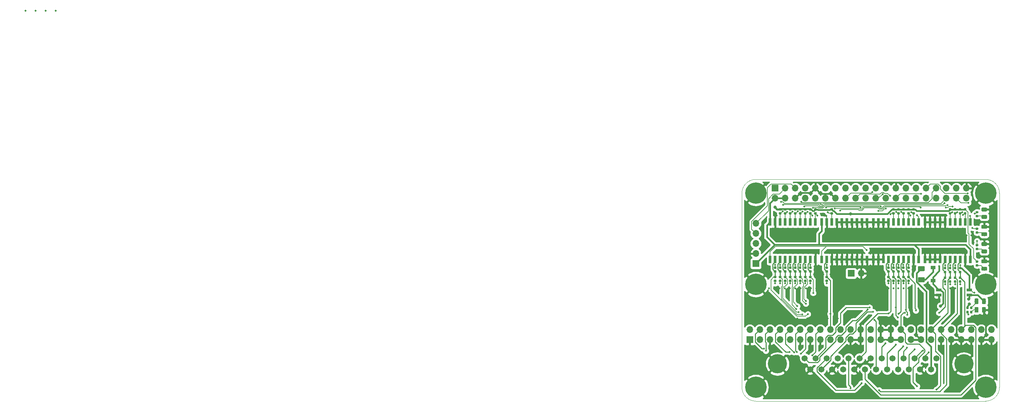
<source format=gbr>
%TF.GenerationSoftware,KiCad,Pcbnew,(5.1.4)-1*%
%TF.CreationDate,2020-08-02T20:17:12-05:00*%
%TF.ProjectId,rascsi_2p1,72617363-7369-45f3-9270-312e6b696361,rev?*%
%TF.SameCoordinates,PX59d60c0PY325aa00*%
%TF.FileFunction,Copper,L1,Top*%
%TF.FilePolarity,Positive*%
%FSLAX46Y46*%
G04 Gerber Fmt 4.6, Leading zero omitted, Abs format (unit mm)*
G04 Created by KiCad (PCBNEW (5.1.4)-1) date 2020-08-02 20:17:12*
%MOMM*%
%LPD*%
G04 APERTURE LIST*
%TA.AperFunction,NonConductor*%
%ADD10C,0.050000*%
%TD*%
%TA.AperFunction,ComponentPad*%
%ADD11C,4.845000*%
%TD*%
%TA.AperFunction,ComponentPad*%
%ADD12C,1.545000*%
%TD*%
%TA.AperFunction,SMDPad,CuDef*%
%ADD13R,0.650000X1.950000*%
%TD*%
%TA.AperFunction,Conductor*%
%ADD14C,0.150000*%
%TD*%
%TA.AperFunction,SMDPad,CuDef*%
%ADD15C,0.590000*%
%TD*%
%TA.AperFunction,ComponentPad*%
%ADD16O,1.700000X1.700000*%
%TD*%
%TA.AperFunction,ComponentPad*%
%ADD17R,1.700000X1.700000*%
%TD*%
%TA.AperFunction,SMDPad,CuDef*%
%ADD18C,1.250000*%
%TD*%
%TA.AperFunction,SMDPad,CuDef*%
%ADD19R,1.200000X0.900000*%
%TD*%
%TA.AperFunction,SMDPad,CuDef*%
%ADD20R,1.425000X0.750000*%
%TD*%
%TA.AperFunction,SMDPad,CuDef*%
%ADD21C,0.975000*%
%TD*%
%TA.AperFunction,ComponentPad*%
%ADD22C,0.800000*%
%TD*%
%TA.AperFunction,ComponentPad*%
%ADD23C,5.400000*%
%TD*%
%TA.AperFunction,ViaPad*%
%ADD24C,0.500000*%
%TD*%
%TA.AperFunction,ViaPad*%
%ADD25C,0.800000*%
%TD*%
%TA.AperFunction,Conductor*%
%ADD26C,0.400000*%
%TD*%
%TA.AperFunction,Conductor*%
%ADD27C,0.250000*%
%TD*%
%TA.AperFunction,Conductor*%
%ADD28C,0.200000*%
%TD*%
%TA.AperFunction,Conductor*%
%ADD29C,0.500000*%
%TD*%
%TA.AperFunction,Conductor*%
%ADD30C,0.254000*%
%TD*%
G04 APERTURE END LIST*
D10*
X83800000Y-45696000D02*
X141800000Y-45696000D01*
X83800000Y-45696000D02*
G75*
G02X80300000Y-42196000I0J3500000D01*
G01*
X145300000Y-42196000D02*
G75*
G02X141800000Y-45696000I-3500000J0D01*
G01*
X80300000Y6800000D02*
X80300000Y-42196000D01*
X145300000Y6800000D02*
X145300000Y-42196000D01*
X83800000Y10300000D02*
X141800000Y10300000D01*
X80300000Y6800000D02*
G75*
G02X83800000Y10300000I3500000J0D01*
G01*
X141800000Y10300000D02*
G75*
G02X145300000Y6800000I0J-3500000D01*
G01*
D11*
%TO.P,J5,MH2*%
%TO.N,GND*%
X136291500Y-36290500D03*
%TO.P,J5,MH1*%
X89251500Y-36290500D03*
D12*
%TO.P,J5,25*%
%TO.N,TERMPOW*%
X128006500Y-37710500D03*
%TO.P,J5,24*%
%TO.N,GND*%
X125236500Y-37710500D03*
%TO.P,J5,23*%
%TO.N,C-D4*%
X122466500Y-37710500D03*
%TO.P,J5,22*%
%TO.N,C-D2*%
X119696500Y-37710500D03*
%TO.P,J5,21*%
%TO.N,C-D1*%
X116926500Y-37710500D03*
%TO.P,J5,20*%
%TO.N,C-DP*%
X114156500Y-37710500D03*
%TO.P,J5,19*%
%TO.N,C-SEL*%
X111386500Y-37710500D03*
%TO.P,J5,18*%
%TO.N,GND*%
X108616500Y-37710500D03*
%TO.P,J5,17*%
%TO.N,C-ATN*%
X105846500Y-37710500D03*
%TO.P,J5,16*%
%TO.N,GND*%
X103076500Y-37710500D03*
%TO.P,J5,15*%
%TO.N,C-C_D*%
X100306500Y-37710500D03*
%TO.P,J5,14*%
%TO.N,GND*%
X97536500Y-37710500D03*
%TO.P,J5,13*%
%TO.N,C-D7*%
X129391500Y-34870500D03*
%TO.P,J5,12*%
%TO.N,C-D6*%
X126621500Y-34870500D03*
%TO.P,J5,11*%
%TO.N,C-D5*%
X123851500Y-34870500D03*
%TO.P,J5,10*%
%TO.N,C-D3*%
X121081500Y-34870500D03*
%TO.P,J5,9*%
%TO.N,GND*%
X118311500Y-34870500D03*
%TO.P,J5,8*%
%TO.N,C-D0*%
X115541500Y-34870500D03*
%TO.P,J5,7*%
%TO.N,GND*%
X112771500Y-34870500D03*
%TO.P,J5,6*%
%TO.N,C-BSY*%
X110001500Y-34870500D03*
%TO.P,J5,5*%
%TO.N,C-ACK*%
X107231500Y-34870500D03*
%TO.P,J5,4*%
%TO.N,C-RST*%
X104461500Y-34870500D03*
%TO.P,J5,3*%
%TO.N,C-I_O*%
X101691500Y-34870500D03*
%TO.P,J5,2*%
%TO.N,C-MSG*%
X98921500Y-34870500D03*
%TO.P,J5,1*%
%TO.N,C-REQ*%
X96151500Y-34870500D03*
%TD*%
D13*
%TO.P,IC4,20*%
%TO.N,+5V*%
X137892500Y-9900500D03*
%TO.P,IC4,19*%
%TO.N,GND*%
X136622500Y-9900500D03*
%TO.P,IC4,18*%
%TO.N,C-SEL*%
X135352500Y-9900500D03*
%TO.P,IC4,17*%
%TO.N,C-RST*%
X134082500Y-9900500D03*
%TO.P,IC4,16*%
%TO.N,C-ACK*%
X132812500Y-9900500D03*
%TO.P,IC4,15*%
%TO.N,C-ATN*%
X131542500Y-9900500D03*
%TO.P,IC4,14*%
%TO.N,GND*%
X130272500Y-9900500D03*
%TO.P,IC4,13*%
X129002500Y-9900500D03*
%TO.P,IC4,12*%
X127732500Y-9900500D03*
%TO.P,IC4,11*%
X126462500Y-9900500D03*
%TO.P,IC4,10*%
X126462500Y-450500D03*
%TO.P,IC4,9*%
X127732500Y-450500D03*
%TO.P,IC4,8*%
X129002500Y-450500D03*
%TO.P,IC4,7*%
X130272500Y-450500D03*
%TO.P,IC4,6*%
X131542500Y-450500D03*
%TO.P,IC4,5*%
%TO.N,PI-ATN*%
X132812500Y-450500D03*
%TO.P,IC4,4*%
%TO.N,PI-ACK*%
X134082500Y-450500D03*
%TO.P,IC4,3*%
%TO.N,PI-RST*%
X135352500Y-450500D03*
%TO.P,IC4,2*%
%TO.N,PI-SEL*%
X136622500Y-450500D03*
%TO.P,IC4,1*%
%TO.N,PI-IND*%
X137892500Y-450500D03*
%TD*%
%TO.P,IC3,20*%
%TO.N,+5V*%
X124875000Y-9900500D03*
%TO.P,IC3,19*%
%TO.N,GND*%
X123605000Y-9900500D03*
%TO.P,IC3,18*%
%TO.N,C-I_O*%
X122335000Y-9900500D03*
%TO.P,IC3,17*%
%TO.N,C-REQ*%
X121065000Y-9900500D03*
%TO.P,IC3,16*%
%TO.N,C-C_D*%
X119795000Y-9900500D03*
%TO.P,IC3,15*%
%TO.N,C-MSG*%
X118525000Y-9900500D03*
%TO.P,IC3,14*%
%TO.N,C-BSY*%
X117255000Y-9900500D03*
%TO.P,IC3,13*%
%TO.N,GND*%
X115985000Y-9900500D03*
%TO.P,IC3,12*%
X114715000Y-9900500D03*
%TO.P,IC3,11*%
X113445000Y-9900500D03*
%TO.P,IC3,10*%
X113445000Y-450500D03*
%TO.P,IC3,9*%
X114715000Y-450500D03*
%TO.P,IC3,8*%
X115985000Y-450500D03*
%TO.P,IC3,7*%
X117255000Y-450500D03*
%TO.P,IC3,6*%
%TO.N,PI-BSY*%
X118525000Y-450500D03*
%TO.P,IC3,5*%
%TO.N,PI-MSG*%
X119795000Y-450500D03*
%TO.P,IC3,4*%
%TO.N,PI-C_D*%
X121065000Y-450500D03*
%TO.P,IC3,3*%
%TO.N,PI-REQ*%
X122335000Y-450500D03*
%TO.P,IC3,2*%
%TO.N,PI-I_O*%
X123605000Y-450500D03*
%TO.P,IC3,1*%
%TO.N,PI-TAD*%
X124875000Y-450500D03*
%TD*%
%TO.P,IC2,20*%
%TO.N,+5V*%
X87410000Y-450500D03*
%TO.P,IC2,19*%
%TO.N,GND*%
X88680000Y-450500D03*
%TO.P,IC2,18*%
%TO.N,PI-D7*%
X89950000Y-450500D03*
%TO.P,IC2,17*%
%TO.N,PI-D6*%
X91220000Y-450500D03*
%TO.P,IC2,16*%
%TO.N,PI-D5*%
X92490000Y-450500D03*
%TO.P,IC2,15*%
%TO.N,PI-D4*%
X93760000Y-450500D03*
%TO.P,IC2,14*%
%TO.N,PI-D3*%
X95030000Y-450500D03*
%TO.P,IC2,13*%
%TO.N,PI-D2*%
X96300000Y-450500D03*
%TO.P,IC2,12*%
%TO.N,PI-D1*%
X97570000Y-450500D03*
%TO.P,IC2,11*%
%TO.N,PI-D0*%
X98840000Y-450500D03*
%TO.P,IC2,10*%
%TO.N,GND*%
X98840000Y-9900500D03*
%TO.P,IC2,9*%
%TO.N,C-D0*%
X97570000Y-9900500D03*
%TO.P,IC2,8*%
%TO.N,C-D1*%
X96300000Y-9900500D03*
%TO.P,IC2,7*%
%TO.N,C-D2*%
X95030000Y-9900500D03*
%TO.P,IC2,6*%
%TO.N,C-D3*%
X93760000Y-9900500D03*
%TO.P,IC2,5*%
%TO.N,C-D4*%
X92490000Y-9900500D03*
%TO.P,IC2,4*%
%TO.N,C-D5*%
X91220000Y-9900500D03*
%TO.P,IC2,3*%
%TO.N,C-D6*%
X89950000Y-9900500D03*
%TO.P,IC2,2*%
%TO.N,C-D7*%
X88680000Y-9900500D03*
%TO.P,IC2,1*%
%TO.N,PI-DTD*%
X87410000Y-9900500D03*
%TD*%
%TO.P,IC1,20*%
%TO.N,+5V*%
X100427500Y-450500D03*
%TO.P,IC1,19*%
%TO.N,GND*%
X101697500Y-450500D03*
%TO.P,IC1,18*%
%TO.N,PI-DP*%
X102967500Y-450500D03*
%TO.P,IC1,17*%
%TO.N,GND*%
X104237500Y-450500D03*
%TO.P,IC1,16*%
X105507500Y-450500D03*
%TO.P,IC1,15*%
X106777500Y-450500D03*
%TO.P,IC1,14*%
X108047500Y-450500D03*
%TO.P,IC1,13*%
X109317500Y-450500D03*
%TO.P,IC1,12*%
X110587500Y-450500D03*
%TO.P,IC1,11*%
X111857500Y-450500D03*
%TO.P,IC1,10*%
X111857500Y-9900500D03*
%TO.P,IC1,9*%
X110587500Y-9900500D03*
%TO.P,IC1,8*%
X109317500Y-9900500D03*
%TO.P,IC1,7*%
X108047500Y-9900500D03*
%TO.P,IC1,6*%
X106777500Y-9900500D03*
%TO.P,IC1,5*%
X105507500Y-9900500D03*
%TO.P,IC1,4*%
X104237500Y-9900500D03*
%TO.P,IC1,3*%
X102967500Y-9900500D03*
%TO.P,IC1,2*%
%TO.N,C-DP*%
X101697500Y-9900500D03*
%TO.P,IC1,1*%
%TO.N,PI-DTD*%
X100427500Y-9900500D03*
%TD*%
D14*
%TO.N,Net-(D4-Pad2)*%
%TO.C,R4*%
G36*
X139793958Y-11119210D02*
G01*
X139808276Y-11121334D01*
X139822317Y-11124851D01*
X139835946Y-11129728D01*
X139849031Y-11135917D01*
X139861447Y-11143358D01*
X139873073Y-11151981D01*
X139883798Y-11161702D01*
X139893519Y-11172427D01*
X139902142Y-11184053D01*
X139909583Y-11196469D01*
X139915772Y-11209554D01*
X139920649Y-11223183D01*
X139924166Y-11237224D01*
X139926290Y-11251542D01*
X139927000Y-11266000D01*
X139927000Y-11561000D01*
X139926290Y-11575458D01*
X139924166Y-11589776D01*
X139920649Y-11603817D01*
X139915772Y-11617446D01*
X139909583Y-11630531D01*
X139902142Y-11642947D01*
X139893519Y-11654573D01*
X139883798Y-11665298D01*
X139873073Y-11675019D01*
X139861447Y-11683642D01*
X139849031Y-11691083D01*
X139835946Y-11697272D01*
X139822317Y-11702149D01*
X139808276Y-11705666D01*
X139793958Y-11707790D01*
X139779500Y-11708500D01*
X139434500Y-11708500D01*
X139420042Y-11707790D01*
X139405724Y-11705666D01*
X139391683Y-11702149D01*
X139378054Y-11697272D01*
X139364969Y-11691083D01*
X139352553Y-11683642D01*
X139340927Y-11675019D01*
X139330202Y-11665298D01*
X139320481Y-11654573D01*
X139311858Y-11642947D01*
X139304417Y-11630531D01*
X139298228Y-11617446D01*
X139293351Y-11603817D01*
X139289834Y-11589776D01*
X139287710Y-11575458D01*
X139287000Y-11561000D01*
X139287000Y-11266000D01*
X139287710Y-11251542D01*
X139289834Y-11237224D01*
X139293351Y-11223183D01*
X139298228Y-11209554D01*
X139304417Y-11196469D01*
X139311858Y-11184053D01*
X139320481Y-11172427D01*
X139330202Y-11161702D01*
X139340927Y-11151981D01*
X139352553Y-11143358D01*
X139364969Y-11135917D01*
X139378054Y-11129728D01*
X139391683Y-11124851D01*
X139405724Y-11121334D01*
X139420042Y-11119210D01*
X139434500Y-11118500D01*
X139779500Y-11118500D01*
X139793958Y-11119210D01*
X139793958Y-11119210D01*
G37*
D15*
%TD*%
%TO.P,R4,2*%
%TO.N,Net-(D4-Pad2)*%
X139607000Y-11413500D03*
D14*
%TO.N,+3V3*%
%TO.C,R4*%
G36*
X139793958Y-10149210D02*
G01*
X139808276Y-10151334D01*
X139822317Y-10154851D01*
X139835946Y-10159728D01*
X139849031Y-10165917D01*
X139861447Y-10173358D01*
X139873073Y-10181981D01*
X139883798Y-10191702D01*
X139893519Y-10202427D01*
X139902142Y-10214053D01*
X139909583Y-10226469D01*
X139915772Y-10239554D01*
X139920649Y-10253183D01*
X139924166Y-10267224D01*
X139926290Y-10281542D01*
X139927000Y-10296000D01*
X139927000Y-10591000D01*
X139926290Y-10605458D01*
X139924166Y-10619776D01*
X139920649Y-10633817D01*
X139915772Y-10647446D01*
X139909583Y-10660531D01*
X139902142Y-10672947D01*
X139893519Y-10684573D01*
X139883798Y-10695298D01*
X139873073Y-10705019D01*
X139861447Y-10713642D01*
X139849031Y-10721083D01*
X139835946Y-10727272D01*
X139822317Y-10732149D01*
X139808276Y-10735666D01*
X139793958Y-10737790D01*
X139779500Y-10738500D01*
X139434500Y-10738500D01*
X139420042Y-10737790D01*
X139405724Y-10735666D01*
X139391683Y-10732149D01*
X139378054Y-10727272D01*
X139364969Y-10721083D01*
X139352553Y-10713642D01*
X139340927Y-10705019D01*
X139330202Y-10695298D01*
X139320481Y-10684573D01*
X139311858Y-10672947D01*
X139304417Y-10660531D01*
X139298228Y-10647446D01*
X139293351Y-10633817D01*
X139289834Y-10619776D01*
X139287710Y-10605458D01*
X139287000Y-10591000D01*
X139287000Y-10296000D01*
X139287710Y-10281542D01*
X139289834Y-10267224D01*
X139293351Y-10253183D01*
X139298228Y-10239554D01*
X139304417Y-10226469D01*
X139311858Y-10214053D01*
X139320481Y-10202427D01*
X139330202Y-10191702D01*
X139340927Y-10181981D01*
X139352553Y-10173358D01*
X139364969Y-10165917D01*
X139378054Y-10159728D01*
X139391683Y-10154851D01*
X139405724Y-10151334D01*
X139420042Y-10149210D01*
X139434500Y-10148500D01*
X139779500Y-10148500D01*
X139793958Y-10149210D01*
X139793958Y-10149210D01*
G37*
D15*
%TD*%
%TO.P,R4,1*%
%TO.N,+3V3*%
X139607000Y-10443500D03*
D14*
%TO.N,Net-(D2-Pad2)*%
%TO.C,R2*%
G36*
X139793958Y-2813543D02*
G01*
X139808276Y-2815667D01*
X139822317Y-2819184D01*
X139835946Y-2824061D01*
X139849031Y-2830250D01*
X139861447Y-2837691D01*
X139873073Y-2846314D01*
X139883798Y-2856035D01*
X139893519Y-2866760D01*
X139902142Y-2878386D01*
X139909583Y-2890802D01*
X139915772Y-2903887D01*
X139920649Y-2917516D01*
X139924166Y-2931557D01*
X139926290Y-2945875D01*
X139927000Y-2960333D01*
X139927000Y-3255333D01*
X139926290Y-3269791D01*
X139924166Y-3284109D01*
X139920649Y-3298150D01*
X139915772Y-3311779D01*
X139909583Y-3324864D01*
X139902142Y-3337280D01*
X139893519Y-3348906D01*
X139883798Y-3359631D01*
X139873073Y-3369352D01*
X139861447Y-3377975D01*
X139849031Y-3385416D01*
X139835946Y-3391605D01*
X139822317Y-3396482D01*
X139808276Y-3399999D01*
X139793958Y-3402123D01*
X139779500Y-3402833D01*
X139434500Y-3402833D01*
X139420042Y-3402123D01*
X139405724Y-3399999D01*
X139391683Y-3396482D01*
X139378054Y-3391605D01*
X139364969Y-3385416D01*
X139352553Y-3377975D01*
X139340927Y-3369352D01*
X139330202Y-3359631D01*
X139320481Y-3348906D01*
X139311858Y-3337280D01*
X139304417Y-3324864D01*
X139298228Y-3311779D01*
X139293351Y-3298150D01*
X139289834Y-3284109D01*
X139287710Y-3269791D01*
X139287000Y-3255333D01*
X139287000Y-2960333D01*
X139287710Y-2945875D01*
X139289834Y-2931557D01*
X139293351Y-2917516D01*
X139298228Y-2903887D01*
X139304417Y-2890802D01*
X139311858Y-2878386D01*
X139320481Y-2866760D01*
X139330202Y-2856035D01*
X139340927Y-2846314D01*
X139352553Y-2837691D01*
X139364969Y-2830250D01*
X139378054Y-2824061D01*
X139391683Y-2819184D01*
X139405724Y-2815667D01*
X139420042Y-2813543D01*
X139434500Y-2812833D01*
X139779500Y-2812833D01*
X139793958Y-2813543D01*
X139793958Y-2813543D01*
G37*
D15*
%TD*%
%TO.P,R2,2*%
%TO.N,Net-(D2-Pad2)*%
X139607000Y-3107833D03*
D14*
%TO.N,DBG_LED*%
%TO.C,R2*%
G36*
X139793958Y-1843543D02*
G01*
X139808276Y-1845667D01*
X139822317Y-1849184D01*
X139835946Y-1854061D01*
X139849031Y-1860250D01*
X139861447Y-1867691D01*
X139873073Y-1876314D01*
X139883798Y-1886035D01*
X139893519Y-1896760D01*
X139902142Y-1908386D01*
X139909583Y-1920802D01*
X139915772Y-1933887D01*
X139920649Y-1947516D01*
X139924166Y-1961557D01*
X139926290Y-1975875D01*
X139927000Y-1990333D01*
X139927000Y-2285333D01*
X139926290Y-2299791D01*
X139924166Y-2314109D01*
X139920649Y-2328150D01*
X139915772Y-2341779D01*
X139909583Y-2354864D01*
X139902142Y-2367280D01*
X139893519Y-2378906D01*
X139883798Y-2389631D01*
X139873073Y-2399352D01*
X139861447Y-2407975D01*
X139849031Y-2415416D01*
X139835946Y-2421605D01*
X139822317Y-2426482D01*
X139808276Y-2429999D01*
X139793958Y-2432123D01*
X139779500Y-2432833D01*
X139434500Y-2432833D01*
X139420042Y-2432123D01*
X139405724Y-2429999D01*
X139391683Y-2426482D01*
X139378054Y-2421605D01*
X139364969Y-2415416D01*
X139352553Y-2407975D01*
X139340927Y-2399352D01*
X139330202Y-2389631D01*
X139320481Y-2378906D01*
X139311858Y-2367280D01*
X139304417Y-2354864D01*
X139298228Y-2341779D01*
X139293351Y-2328150D01*
X139289834Y-2314109D01*
X139287710Y-2299791D01*
X139287000Y-2285333D01*
X139287000Y-1990333D01*
X139287710Y-1975875D01*
X139289834Y-1961557D01*
X139293351Y-1947516D01*
X139298228Y-1933887D01*
X139304417Y-1920802D01*
X139311858Y-1908386D01*
X139320481Y-1896760D01*
X139330202Y-1886035D01*
X139340927Y-1876314D01*
X139352553Y-1867691D01*
X139364969Y-1860250D01*
X139378054Y-1854061D01*
X139391683Y-1849184D01*
X139405724Y-1845667D01*
X139420042Y-1843543D01*
X139434500Y-1842833D01*
X139779500Y-1842833D01*
X139793958Y-1843543D01*
X139793958Y-1843543D01*
G37*
D15*
%TD*%
%TO.P,R2,1*%
%TO.N,DBG_LED*%
X139607000Y-2137833D03*
D14*
%TO.N,Net-(D1-Pad2)*%
%TO.C,R1*%
G36*
X139793958Y1339290D02*
G01*
X139808276Y1337166D01*
X139822317Y1333649D01*
X139835946Y1328772D01*
X139849031Y1322583D01*
X139861447Y1315142D01*
X139873073Y1306519D01*
X139883798Y1296798D01*
X139893519Y1286073D01*
X139902142Y1274447D01*
X139909583Y1262031D01*
X139915772Y1248946D01*
X139920649Y1235317D01*
X139924166Y1221276D01*
X139926290Y1206958D01*
X139927000Y1192500D01*
X139927000Y897500D01*
X139926290Y883042D01*
X139924166Y868724D01*
X139920649Y854683D01*
X139915772Y841054D01*
X139909583Y827969D01*
X139902142Y815553D01*
X139893519Y803927D01*
X139883798Y793202D01*
X139873073Y783481D01*
X139861447Y774858D01*
X139849031Y767417D01*
X139835946Y761228D01*
X139822317Y756351D01*
X139808276Y752834D01*
X139793958Y750710D01*
X139779500Y750000D01*
X139434500Y750000D01*
X139420042Y750710D01*
X139405724Y752834D01*
X139391683Y756351D01*
X139378054Y761228D01*
X139364969Y767417D01*
X139352553Y774858D01*
X139340927Y783481D01*
X139330202Y793202D01*
X139320481Y803927D01*
X139311858Y815553D01*
X139304417Y827969D01*
X139298228Y841054D01*
X139293351Y854683D01*
X139289834Y868724D01*
X139287710Y883042D01*
X139287000Y897500D01*
X139287000Y1192500D01*
X139287710Y1206958D01*
X139289834Y1221276D01*
X139293351Y1235317D01*
X139298228Y1248946D01*
X139304417Y1262031D01*
X139311858Y1274447D01*
X139320481Y1286073D01*
X139330202Y1296798D01*
X139340927Y1306519D01*
X139352553Y1315142D01*
X139364969Y1322583D01*
X139378054Y1328772D01*
X139391683Y1333649D01*
X139405724Y1337166D01*
X139420042Y1339290D01*
X139434500Y1340000D01*
X139779500Y1340000D01*
X139793958Y1339290D01*
X139793958Y1339290D01*
G37*
D15*
%TD*%
%TO.P,R1,2*%
%TO.N,Net-(D1-Pad2)*%
X139607000Y1045000D03*
D14*
%TO.N,PI-ACT*%
%TO.C,R1*%
G36*
X139793958Y2309290D02*
G01*
X139808276Y2307166D01*
X139822317Y2303649D01*
X139835946Y2298772D01*
X139849031Y2292583D01*
X139861447Y2285142D01*
X139873073Y2276519D01*
X139883798Y2266798D01*
X139893519Y2256073D01*
X139902142Y2244447D01*
X139909583Y2232031D01*
X139915772Y2218946D01*
X139920649Y2205317D01*
X139924166Y2191276D01*
X139926290Y2176958D01*
X139927000Y2162500D01*
X139927000Y1867500D01*
X139926290Y1853042D01*
X139924166Y1838724D01*
X139920649Y1824683D01*
X139915772Y1811054D01*
X139909583Y1797969D01*
X139902142Y1785553D01*
X139893519Y1773927D01*
X139883798Y1763202D01*
X139873073Y1753481D01*
X139861447Y1744858D01*
X139849031Y1737417D01*
X139835946Y1731228D01*
X139822317Y1726351D01*
X139808276Y1722834D01*
X139793958Y1720710D01*
X139779500Y1720000D01*
X139434500Y1720000D01*
X139420042Y1720710D01*
X139405724Y1722834D01*
X139391683Y1726351D01*
X139378054Y1731228D01*
X139364969Y1737417D01*
X139352553Y1744858D01*
X139340927Y1753481D01*
X139330202Y1763202D01*
X139320481Y1773927D01*
X139311858Y1785553D01*
X139304417Y1797969D01*
X139298228Y1811054D01*
X139293351Y1824683D01*
X139289834Y1838724D01*
X139287710Y1853042D01*
X139287000Y1867500D01*
X139287000Y2162500D01*
X139287710Y2176958D01*
X139289834Y2191276D01*
X139293351Y2205317D01*
X139298228Y2218946D01*
X139304417Y2232031D01*
X139311858Y2244447D01*
X139320481Y2256073D01*
X139330202Y2266798D01*
X139340927Y2276519D01*
X139352553Y2285142D01*
X139364969Y2292583D01*
X139378054Y2298772D01*
X139391683Y2303649D01*
X139405724Y2307166D01*
X139420042Y2309290D01*
X139434500Y2310000D01*
X139779500Y2310000D01*
X139793958Y2309290D01*
X139793958Y2309290D01*
G37*
D15*
%TD*%
%TO.P,R1,1*%
%TO.N,PI-ACT*%
X139607000Y2015000D03*
D16*
%TO.P,J3,50*%
%TO.N,C-I_O*%
X143226500Y-27654500D03*
%TO.P,J3,49*%
%TO.N,GND*%
X143226500Y-30194500D03*
%TO.P,J3,48*%
%TO.N,C-REQ*%
X140686500Y-27654500D03*
%TO.P,J3,47*%
%TO.N,GND*%
X140686500Y-30194500D03*
%TO.P,J3,46*%
%TO.N,C-C_D*%
X138146500Y-27654500D03*
%TO.P,J3,45*%
%TO.N,GND*%
X138146500Y-30194500D03*
%TO.P,J3,44*%
%TO.N,C-SEL*%
X135606500Y-27654500D03*
%TO.P,J3,43*%
%TO.N,GND*%
X135606500Y-30194500D03*
%TO.P,J3,42*%
%TO.N,C-MSG*%
X133066500Y-27654500D03*
%TO.P,J3,41*%
%TO.N,GND*%
X133066500Y-30194500D03*
%TO.P,J3,40*%
%TO.N,C-RST*%
X130526500Y-27654500D03*
%TO.P,J3,39*%
%TO.N,GND*%
X130526500Y-30194500D03*
%TO.P,J3,38*%
%TO.N,C-ACK*%
X127986500Y-27654500D03*
%TO.P,J3,37*%
%TO.N,GND*%
X127986500Y-30194500D03*
%TO.P,J3,36*%
%TO.N,C-BSY*%
X125446500Y-27654500D03*
%TO.P,J3,35*%
%TO.N,GND*%
X125446500Y-30194500D03*
%TO.P,J3,34*%
%TO.N,Net-(J3-Pad34)*%
X122906500Y-27654500D03*
%TO.P,J3,33*%
%TO.N,GND*%
X122906500Y-30194500D03*
%TO.P,J3,32*%
%TO.N,C-ATN*%
X120366500Y-27654500D03*
%TO.P,J3,31*%
%TO.N,GND*%
X120366500Y-30194500D03*
%TO.P,J3,30*%
X117826500Y-27654500D03*
%TO.P,J3,29*%
X117826500Y-30194500D03*
%TO.P,J3,28*%
X115286500Y-27654500D03*
%TO.P,J3,27*%
X115286500Y-30194500D03*
%TO.P,J3,26*%
%TO.N,Net-(J3-Pad26)*%
X112746500Y-27654500D03*
%TO.P,J3,25*%
%TO.N,Net-(J3-Pad25)*%
X112746500Y-30194500D03*
%TO.P,J3,24*%
%TO.N,GND*%
X110206500Y-27654500D03*
%TO.P,J3,23*%
X110206500Y-30194500D03*
%TO.P,J3,22*%
X107666500Y-27654500D03*
%TO.P,J3,21*%
X107666500Y-30194500D03*
%TO.P,J3,20*%
X105126500Y-27654500D03*
%TO.P,J3,19*%
X105126500Y-30194500D03*
%TO.P,J3,18*%
%TO.N,C-DP*%
X102586500Y-27654500D03*
%TO.P,J3,17*%
%TO.N,GND*%
X102586500Y-30194500D03*
%TO.P,J3,16*%
%TO.N,C-D7*%
X100046500Y-27654500D03*
%TO.P,J3,15*%
%TO.N,GND*%
X100046500Y-30194500D03*
%TO.P,J3,14*%
%TO.N,C-D6*%
X97506500Y-27654500D03*
%TO.P,J3,13*%
%TO.N,GND*%
X97506500Y-30194500D03*
%TO.P,J3,12*%
%TO.N,C-D5*%
X94966500Y-27654500D03*
%TO.P,J3,11*%
%TO.N,GND*%
X94966500Y-30194500D03*
%TO.P,J3,10*%
%TO.N,C-D4*%
X92426500Y-27654500D03*
%TO.P,J3,9*%
%TO.N,GND*%
X92426500Y-30194500D03*
%TO.P,J3,8*%
%TO.N,C-D3*%
X89886500Y-27654500D03*
%TO.P,J3,7*%
%TO.N,GND*%
X89886500Y-30194500D03*
%TO.P,J3,6*%
%TO.N,C-D2*%
X87346500Y-27654500D03*
%TO.P,J3,5*%
%TO.N,GND*%
X87346500Y-30194500D03*
%TO.P,J3,4*%
%TO.N,C-D1*%
X84806500Y-27654500D03*
%TO.P,J3,3*%
%TO.N,GND*%
X84806500Y-30194500D03*
%TO.P,J3,2*%
%TO.N,C-D0*%
X82266500Y-27654500D03*
D17*
%TO.P,J3,1*%
%TO.N,GND*%
X82266500Y-30194500D03*
%TD*%
D16*
%TO.P,J2,2*%
%TO.N,GND*%
X110397000Y-13430500D03*
D17*
%TO.P,J2,1*%
%TO.N,PI-ACT*%
X107857000Y-13430500D03*
%TD*%
D14*
%TO.N,C-DP*%
%TO.C,R60*%
G36*
X101884458Y-14048210D02*
G01*
X101898776Y-14050334D01*
X101912817Y-14053851D01*
X101926446Y-14058728D01*
X101939531Y-14064917D01*
X101951947Y-14072358D01*
X101963573Y-14080981D01*
X101974298Y-14090702D01*
X101984019Y-14101427D01*
X101992642Y-14113053D01*
X102000083Y-14125469D01*
X102006272Y-14138554D01*
X102011149Y-14152183D01*
X102014666Y-14166224D01*
X102016790Y-14180542D01*
X102017500Y-14195000D01*
X102017500Y-14490000D01*
X102016790Y-14504458D01*
X102014666Y-14518776D01*
X102011149Y-14532817D01*
X102006272Y-14546446D01*
X102000083Y-14559531D01*
X101992642Y-14571947D01*
X101984019Y-14583573D01*
X101974298Y-14594298D01*
X101963573Y-14604019D01*
X101951947Y-14612642D01*
X101939531Y-14620083D01*
X101926446Y-14626272D01*
X101912817Y-14631149D01*
X101898776Y-14634666D01*
X101884458Y-14636790D01*
X101870000Y-14637500D01*
X101525000Y-14637500D01*
X101510542Y-14636790D01*
X101496224Y-14634666D01*
X101482183Y-14631149D01*
X101468554Y-14626272D01*
X101455469Y-14620083D01*
X101443053Y-14612642D01*
X101431427Y-14604019D01*
X101420702Y-14594298D01*
X101410981Y-14583573D01*
X101402358Y-14571947D01*
X101394917Y-14559531D01*
X101388728Y-14546446D01*
X101383851Y-14532817D01*
X101380334Y-14518776D01*
X101378210Y-14504458D01*
X101377500Y-14490000D01*
X101377500Y-14195000D01*
X101378210Y-14180542D01*
X101380334Y-14166224D01*
X101383851Y-14152183D01*
X101388728Y-14138554D01*
X101394917Y-14125469D01*
X101402358Y-14113053D01*
X101410981Y-14101427D01*
X101420702Y-14090702D01*
X101431427Y-14080981D01*
X101443053Y-14072358D01*
X101455469Y-14064917D01*
X101468554Y-14058728D01*
X101482183Y-14053851D01*
X101496224Y-14050334D01*
X101510542Y-14048210D01*
X101525000Y-14047500D01*
X101870000Y-14047500D01*
X101884458Y-14048210D01*
X101884458Y-14048210D01*
G37*
D15*
%TD*%
%TO.P,R60,2*%
%TO.N,C-DP*%
X101697500Y-14342500D03*
D14*
%TO.N,/TERM_GND*%
%TO.C,R60*%
G36*
X101884458Y-15018210D02*
G01*
X101898776Y-15020334D01*
X101912817Y-15023851D01*
X101926446Y-15028728D01*
X101939531Y-15034917D01*
X101951947Y-15042358D01*
X101963573Y-15050981D01*
X101974298Y-15060702D01*
X101984019Y-15071427D01*
X101992642Y-15083053D01*
X102000083Y-15095469D01*
X102006272Y-15108554D01*
X102011149Y-15122183D01*
X102014666Y-15136224D01*
X102016790Y-15150542D01*
X102017500Y-15165000D01*
X102017500Y-15460000D01*
X102016790Y-15474458D01*
X102014666Y-15488776D01*
X102011149Y-15502817D01*
X102006272Y-15516446D01*
X102000083Y-15529531D01*
X101992642Y-15541947D01*
X101984019Y-15553573D01*
X101974298Y-15564298D01*
X101963573Y-15574019D01*
X101951947Y-15582642D01*
X101939531Y-15590083D01*
X101926446Y-15596272D01*
X101912817Y-15601149D01*
X101898776Y-15604666D01*
X101884458Y-15606790D01*
X101870000Y-15607500D01*
X101525000Y-15607500D01*
X101510542Y-15606790D01*
X101496224Y-15604666D01*
X101482183Y-15601149D01*
X101468554Y-15596272D01*
X101455469Y-15590083D01*
X101443053Y-15582642D01*
X101431427Y-15574019D01*
X101420702Y-15564298D01*
X101410981Y-15553573D01*
X101402358Y-15541947D01*
X101394917Y-15529531D01*
X101388728Y-15516446D01*
X101383851Y-15502817D01*
X101380334Y-15488776D01*
X101378210Y-15474458D01*
X101377500Y-15460000D01*
X101377500Y-15165000D01*
X101378210Y-15150542D01*
X101380334Y-15136224D01*
X101383851Y-15122183D01*
X101388728Y-15108554D01*
X101394917Y-15095469D01*
X101402358Y-15083053D01*
X101410981Y-15071427D01*
X101420702Y-15060702D01*
X101431427Y-15050981D01*
X101443053Y-15042358D01*
X101455469Y-15034917D01*
X101468554Y-15028728D01*
X101482183Y-15023851D01*
X101496224Y-15020334D01*
X101510542Y-15018210D01*
X101525000Y-15017500D01*
X101870000Y-15017500D01*
X101884458Y-15018210D01*
X101884458Y-15018210D01*
G37*
D15*
%TD*%
%TO.P,R60,1*%
%TO.N,/TERM_GND*%
X101697500Y-15312500D03*
D14*
%TO.N,C-D0*%
%TO.C,R59*%
G36*
X97756958Y-14048210D02*
G01*
X97771276Y-14050334D01*
X97785317Y-14053851D01*
X97798946Y-14058728D01*
X97812031Y-14064917D01*
X97824447Y-14072358D01*
X97836073Y-14080981D01*
X97846798Y-14090702D01*
X97856519Y-14101427D01*
X97865142Y-14113053D01*
X97872583Y-14125469D01*
X97878772Y-14138554D01*
X97883649Y-14152183D01*
X97887166Y-14166224D01*
X97889290Y-14180542D01*
X97890000Y-14195000D01*
X97890000Y-14490000D01*
X97889290Y-14504458D01*
X97887166Y-14518776D01*
X97883649Y-14532817D01*
X97878772Y-14546446D01*
X97872583Y-14559531D01*
X97865142Y-14571947D01*
X97856519Y-14583573D01*
X97846798Y-14594298D01*
X97836073Y-14604019D01*
X97824447Y-14612642D01*
X97812031Y-14620083D01*
X97798946Y-14626272D01*
X97785317Y-14631149D01*
X97771276Y-14634666D01*
X97756958Y-14636790D01*
X97742500Y-14637500D01*
X97397500Y-14637500D01*
X97383042Y-14636790D01*
X97368724Y-14634666D01*
X97354683Y-14631149D01*
X97341054Y-14626272D01*
X97327969Y-14620083D01*
X97315553Y-14612642D01*
X97303927Y-14604019D01*
X97293202Y-14594298D01*
X97283481Y-14583573D01*
X97274858Y-14571947D01*
X97267417Y-14559531D01*
X97261228Y-14546446D01*
X97256351Y-14532817D01*
X97252834Y-14518776D01*
X97250710Y-14504458D01*
X97250000Y-14490000D01*
X97250000Y-14195000D01*
X97250710Y-14180542D01*
X97252834Y-14166224D01*
X97256351Y-14152183D01*
X97261228Y-14138554D01*
X97267417Y-14125469D01*
X97274858Y-14113053D01*
X97283481Y-14101427D01*
X97293202Y-14090702D01*
X97303927Y-14080981D01*
X97315553Y-14072358D01*
X97327969Y-14064917D01*
X97341054Y-14058728D01*
X97354683Y-14053851D01*
X97368724Y-14050334D01*
X97383042Y-14048210D01*
X97397500Y-14047500D01*
X97742500Y-14047500D01*
X97756958Y-14048210D01*
X97756958Y-14048210D01*
G37*
D15*
%TD*%
%TO.P,R59,2*%
%TO.N,C-D0*%
X97570000Y-14342500D03*
D14*
%TO.N,/TERM_GND*%
%TO.C,R59*%
G36*
X97756958Y-15018210D02*
G01*
X97771276Y-15020334D01*
X97785317Y-15023851D01*
X97798946Y-15028728D01*
X97812031Y-15034917D01*
X97824447Y-15042358D01*
X97836073Y-15050981D01*
X97846798Y-15060702D01*
X97856519Y-15071427D01*
X97865142Y-15083053D01*
X97872583Y-15095469D01*
X97878772Y-15108554D01*
X97883649Y-15122183D01*
X97887166Y-15136224D01*
X97889290Y-15150542D01*
X97890000Y-15165000D01*
X97890000Y-15460000D01*
X97889290Y-15474458D01*
X97887166Y-15488776D01*
X97883649Y-15502817D01*
X97878772Y-15516446D01*
X97872583Y-15529531D01*
X97865142Y-15541947D01*
X97856519Y-15553573D01*
X97846798Y-15564298D01*
X97836073Y-15574019D01*
X97824447Y-15582642D01*
X97812031Y-15590083D01*
X97798946Y-15596272D01*
X97785317Y-15601149D01*
X97771276Y-15604666D01*
X97756958Y-15606790D01*
X97742500Y-15607500D01*
X97397500Y-15607500D01*
X97383042Y-15606790D01*
X97368724Y-15604666D01*
X97354683Y-15601149D01*
X97341054Y-15596272D01*
X97327969Y-15590083D01*
X97315553Y-15582642D01*
X97303927Y-15574019D01*
X97293202Y-15564298D01*
X97283481Y-15553573D01*
X97274858Y-15541947D01*
X97267417Y-15529531D01*
X97261228Y-15516446D01*
X97256351Y-15502817D01*
X97252834Y-15488776D01*
X97250710Y-15474458D01*
X97250000Y-15460000D01*
X97250000Y-15165000D01*
X97250710Y-15150542D01*
X97252834Y-15136224D01*
X97256351Y-15122183D01*
X97261228Y-15108554D01*
X97267417Y-15095469D01*
X97274858Y-15083053D01*
X97283481Y-15071427D01*
X97293202Y-15060702D01*
X97303927Y-15050981D01*
X97315553Y-15042358D01*
X97327969Y-15034917D01*
X97341054Y-15028728D01*
X97354683Y-15023851D01*
X97368724Y-15020334D01*
X97383042Y-15018210D01*
X97397500Y-15017500D01*
X97742500Y-15017500D01*
X97756958Y-15018210D01*
X97756958Y-15018210D01*
G37*
D15*
%TD*%
%TO.P,R59,1*%
%TO.N,/TERM_GND*%
X97570000Y-15312500D03*
D14*
%TO.N,C-D1*%
%TO.C,R58*%
G36*
X96486958Y-14048210D02*
G01*
X96501276Y-14050334D01*
X96515317Y-14053851D01*
X96528946Y-14058728D01*
X96542031Y-14064917D01*
X96554447Y-14072358D01*
X96566073Y-14080981D01*
X96576798Y-14090702D01*
X96586519Y-14101427D01*
X96595142Y-14113053D01*
X96602583Y-14125469D01*
X96608772Y-14138554D01*
X96613649Y-14152183D01*
X96617166Y-14166224D01*
X96619290Y-14180542D01*
X96620000Y-14195000D01*
X96620000Y-14490000D01*
X96619290Y-14504458D01*
X96617166Y-14518776D01*
X96613649Y-14532817D01*
X96608772Y-14546446D01*
X96602583Y-14559531D01*
X96595142Y-14571947D01*
X96586519Y-14583573D01*
X96576798Y-14594298D01*
X96566073Y-14604019D01*
X96554447Y-14612642D01*
X96542031Y-14620083D01*
X96528946Y-14626272D01*
X96515317Y-14631149D01*
X96501276Y-14634666D01*
X96486958Y-14636790D01*
X96472500Y-14637500D01*
X96127500Y-14637500D01*
X96113042Y-14636790D01*
X96098724Y-14634666D01*
X96084683Y-14631149D01*
X96071054Y-14626272D01*
X96057969Y-14620083D01*
X96045553Y-14612642D01*
X96033927Y-14604019D01*
X96023202Y-14594298D01*
X96013481Y-14583573D01*
X96004858Y-14571947D01*
X95997417Y-14559531D01*
X95991228Y-14546446D01*
X95986351Y-14532817D01*
X95982834Y-14518776D01*
X95980710Y-14504458D01*
X95980000Y-14490000D01*
X95980000Y-14195000D01*
X95980710Y-14180542D01*
X95982834Y-14166224D01*
X95986351Y-14152183D01*
X95991228Y-14138554D01*
X95997417Y-14125469D01*
X96004858Y-14113053D01*
X96013481Y-14101427D01*
X96023202Y-14090702D01*
X96033927Y-14080981D01*
X96045553Y-14072358D01*
X96057969Y-14064917D01*
X96071054Y-14058728D01*
X96084683Y-14053851D01*
X96098724Y-14050334D01*
X96113042Y-14048210D01*
X96127500Y-14047500D01*
X96472500Y-14047500D01*
X96486958Y-14048210D01*
X96486958Y-14048210D01*
G37*
D15*
%TD*%
%TO.P,R58,2*%
%TO.N,C-D1*%
X96300000Y-14342500D03*
D14*
%TO.N,/TERM_GND*%
%TO.C,R58*%
G36*
X96486958Y-15018210D02*
G01*
X96501276Y-15020334D01*
X96515317Y-15023851D01*
X96528946Y-15028728D01*
X96542031Y-15034917D01*
X96554447Y-15042358D01*
X96566073Y-15050981D01*
X96576798Y-15060702D01*
X96586519Y-15071427D01*
X96595142Y-15083053D01*
X96602583Y-15095469D01*
X96608772Y-15108554D01*
X96613649Y-15122183D01*
X96617166Y-15136224D01*
X96619290Y-15150542D01*
X96620000Y-15165000D01*
X96620000Y-15460000D01*
X96619290Y-15474458D01*
X96617166Y-15488776D01*
X96613649Y-15502817D01*
X96608772Y-15516446D01*
X96602583Y-15529531D01*
X96595142Y-15541947D01*
X96586519Y-15553573D01*
X96576798Y-15564298D01*
X96566073Y-15574019D01*
X96554447Y-15582642D01*
X96542031Y-15590083D01*
X96528946Y-15596272D01*
X96515317Y-15601149D01*
X96501276Y-15604666D01*
X96486958Y-15606790D01*
X96472500Y-15607500D01*
X96127500Y-15607500D01*
X96113042Y-15606790D01*
X96098724Y-15604666D01*
X96084683Y-15601149D01*
X96071054Y-15596272D01*
X96057969Y-15590083D01*
X96045553Y-15582642D01*
X96033927Y-15574019D01*
X96023202Y-15564298D01*
X96013481Y-15553573D01*
X96004858Y-15541947D01*
X95997417Y-15529531D01*
X95991228Y-15516446D01*
X95986351Y-15502817D01*
X95982834Y-15488776D01*
X95980710Y-15474458D01*
X95980000Y-15460000D01*
X95980000Y-15165000D01*
X95980710Y-15150542D01*
X95982834Y-15136224D01*
X95986351Y-15122183D01*
X95991228Y-15108554D01*
X95997417Y-15095469D01*
X96004858Y-15083053D01*
X96013481Y-15071427D01*
X96023202Y-15060702D01*
X96033927Y-15050981D01*
X96045553Y-15042358D01*
X96057969Y-15034917D01*
X96071054Y-15028728D01*
X96084683Y-15023851D01*
X96098724Y-15020334D01*
X96113042Y-15018210D01*
X96127500Y-15017500D01*
X96472500Y-15017500D01*
X96486958Y-15018210D01*
X96486958Y-15018210D01*
G37*
D15*
%TD*%
%TO.P,R58,1*%
%TO.N,/TERM_GND*%
X96300000Y-15312500D03*
D14*
%TO.N,C-D2*%
%TO.C,R57*%
G36*
X95216958Y-14048210D02*
G01*
X95231276Y-14050334D01*
X95245317Y-14053851D01*
X95258946Y-14058728D01*
X95272031Y-14064917D01*
X95284447Y-14072358D01*
X95296073Y-14080981D01*
X95306798Y-14090702D01*
X95316519Y-14101427D01*
X95325142Y-14113053D01*
X95332583Y-14125469D01*
X95338772Y-14138554D01*
X95343649Y-14152183D01*
X95347166Y-14166224D01*
X95349290Y-14180542D01*
X95350000Y-14195000D01*
X95350000Y-14490000D01*
X95349290Y-14504458D01*
X95347166Y-14518776D01*
X95343649Y-14532817D01*
X95338772Y-14546446D01*
X95332583Y-14559531D01*
X95325142Y-14571947D01*
X95316519Y-14583573D01*
X95306798Y-14594298D01*
X95296073Y-14604019D01*
X95284447Y-14612642D01*
X95272031Y-14620083D01*
X95258946Y-14626272D01*
X95245317Y-14631149D01*
X95231276Y-14634666D01*
X95216958Y-14636790D01*
X95202500Y-14637500D01*
X94857500Y-14637500D01*
X94843042Y-14636790D01*
X94828724Y-14634666D01*
X94814683Y-14631149D01*
X94801054Y-14626272D01*
X94787969Y-14620083D01*
X94775553Y-14612642D01*
X94763927Y-14604019D01*
X94753202Y-14594298D01*
X94743481Y-14583573D01*
X94734858Y-14571947D01*
X94727417Y-14559531D01*
X94721228Y-14546446D01*
X94716351Y-14532817D01*
X94712834Y-14518776D01*
X94710710Y-14504458D01*
X94710000Y-14490000D01*
X94710000Y-14195000D01*
X94710710Y-14180542D01*
X94712834Y-14166224D01*
X94716351Y-14152183D01*
X94721228Y-14138554D01*
X94727417Y-14125469D01*
X94734858Y-14113053D01*
X94743481Y-14101427D01*
X94753202Y-14090702D01*
X94763927Y-14080981D01*
X94775553Y-14072358D01*
X94787969Y-14064917D01*
X94801054Y-14058728D01*
X94814683Y-14053851D01*
X94828724Y-14050334D01*
X94843042Y-14048210D01*
X94857500Y-14047500D01*
X95202500Y-14047500D01*
X95216958Y-14048210D01*
X95216958Y-14048210D01*
G37*
D15*
%TD*%
%TO.P,R57,2*%
%TO.N,C-D2*%
X95030000Y-14342500D03*
D14*
%TO.N,/TERM_GND*%
%TO.C,R57*%
G36*
X95216958Y-15018210D02*
G01*
X95231276Y-15020334D01*
X95245317Y-15023851D01*
X95258946Y-15028728D01*
X95272031Y-15034917D01*
X95284447Y-15042358D01*
X95296073Y-15050981D01*
X95306798Y-15060702D01*
X95316519Y-15071427D01*
X95325142Y-15083053D01*
X95332583Y-15095469D01*
X95338772Y-15108554D01*
X95343649Y-15122183D01*
X95347166Y-15136224D01*
X95349290Y-15150542D01*
X95350000Y-15165000D01*
X95350000Y-15460000D01*
X95349290Y-15474458D01*
X95347166Y-15488776D01*
X95343649Y-15502817D01*
X95338772Y-15516446D01*
X95332583Y-15529531D01*
X95325142Y-15541947D01*
X95316519Y-15553573D01*
X95306798Y-15564298D01*
X95296073Y-15574019D01*
X95284447Y-15582642D01*
X95272031Y-15590083D01*
X95258946Y-15596272D01*
X95245317Y-15601149D01*
X95231276Y-15604666D01*
X95216958Y-15606790D01*
X95202500Y-15607500D01*
X94857500Y-15607500D01*
X94843042Y-15606790D01*
X94828724Y-15604666D01*
X94814683Y-15601149D01*
X94801054Y-15596272D01*
X94787969Y-15590083D01*
X94775553Y-15582642D01*
X94763927Y-15574019D01*
X94753202Y-15564298D01*
X94743481Y-15553573D01*
X94734858Y-15541947D01*
X94727417Y-15529531D01*
X94721228Y-15516446D01*
X94716351Y-15502817D01*
X94712834Y-15488776D01*
X94710710Y-15474458D01*
X94710000Y-15460000D01*
X94710000Y-15165000D01*
X94710710Y-15150542D01*
X94712834Y-15136224D01*
X94716351Y-15122183D01*
X94721228Y-15108554D01*
X94727417Y-15095469D01*
X94734858Y-15083053D01*
X94743481Y-15071427D01*
X94753202Y-15060702D01*
X94763927Y-15050981D01*
X94775553Y-15042358D01*
X94787969Y-15034917D01*
X94801054Y-15028728D01*
X94814683Y-15023851D01*
X94828724Y-15020334D01*
X94843042Y-15018210D01*
X94857500Y-15017500D01*
X95202500Y-15017500D01*
X95216958Y-15018210D01*
X95216958Y-15018210D01*
G37*
D15*
%TD*%
%TO.P,R57,1*%
%TO.N,/TERM_GND*%
X95030000Y-15312500D03*
D14*
%TO.N,C-D3*%
%TO.C,R56*%
G36*
X93946958Y-14048210D02*
G01*
X93961276Y-14050334D01*
X93975317Y-14053851D01*
X93988946Y-14058728D01*
X94002031Y-14064917D01*
X94014447Y-14072358D01*
X94026073Y-14080981D01*
X94036798Y-14090702D01*
X94046519Y-14101427D01*
X94055142Y-14113053D01*
X94062583Y-14125469D01*
X94068772Y-14138554D01*
X94073649Y-14152183D01*
X94077166Y-14166224D01*
X94079290Y-14180542D01*
X94080000Y-14195000D01*
X94080000Y-14490000D01*
X94079290Y-14504458D01*
X94077166Y-14518776D01*
X94073649Y-14532817D01*
X94068772Y-14546446D01*
X94062583Y-14559531D01*
X94055142Y-14571947D01*
X94046519Y-14583573D01*
X94036798Y-14594298D01*
X94026073Y-14604019D01*
X94014447Y-14612642D01*
X94002031Y-14620083D01*
X93988946Y-14626272D01*
X93975317Y-14631149D01*
X93961276Y-14634666D01*
X93946958Y-14636790D01*
X93932500Y-14637500D01*
X93587500Y-14637500D01*
X93573042Y-14636790D01*
X93558724Y-14634666D01*
X93544683Y-14631149D01*
X93531054Y-14626272D01*
X93517969Y-14620083D01*
X93505553Y-14612642D01*
X93493927Y-14604019D01*
X93483202Y-14594298D01*
X93473481Y-14583573D01*
X93464858Y-14571947D01*
X93457417Y-14559531D01*
X93451228Y-14546446D01*
X93446351Y-14532817D01*
X93442834Y-14518776D01*
X93440710Y-14504458D01*
X93440000Y-14490000D01*
X93440000Y-14195000D01*
X93440710Y-14180542D01*
X93442834Y-14166224D01*
X93446351Y-14152183D01*
X93451228Y-14138554D01*
X93457417Y-14125469D01*
X93464858Y-14113053D01*
X93473481Y-14101427D01*
X93483202Y-14090702D01*
X93493927Y-14080981D01*
X93505553Y-14072358D01*
X93517969Y-14064917D01*
X93531054Y-14058728D01*
X93544683Y-14053851D01*
X93558724Y-14050334D01*
X93573042Y-14048210D01*
X93587500Y-14047500D01*
X93932500Y-14047500D01*
X93946958Y-14048210D01*
X93946958Y-14048210D01*
G37*
D15*
%TD*%
%TO.P,R56,2*%
%TO.N,C-D3*%
X93760000Y-14342500D03*
D14*
%TO.N,/TERM_GND*%
%TO.C,R56*%
G36*
X93946958Y-15018210D02*
G01*
X93961276Y-15020334D01*
X93975317Y-15023851D01*
X93988946Y-15028728D01*
X94002031Y-15034917D01*
X94014447Y-15042358D01*
X94026073Y-15050981D01*
X94036798Y-15060702D01*
X94046519Y-15071427D01*
X94055142Y-15083053D01*
X94062583Y-15095469D01*
X94068772Y-15108554D01*
X94073649Y-15122183D01*
X94077166Y-15136224D01*
X94079290Y-15150542D01*
X94080000Y-15165000D01*
X94080000Y-15460000D01*
X94079290Y-15474458D01*
X94077166Y-15488776D01*
X94073649Y-15502817D01*
X94068772Y-15516446D01*
X94062583Y-15529531D01*
X94055142Y-15541947D01*
X94046519Y-15553573D01*
X94036798Y-15564298D01*
X94026073Y-15574019D01*
X94014447Y-15582642D01*
X94002031Y-15590083D01*
X93988946Y-15596272D01*
X93975317Y-15601149D01*
X93961276Y-15604666D01*
X93946958Y-15606790D01*
X93932500Y-15607500D01*
X93587500Y-15607500D01*
X93573042Y-15606790D01*
X93558724Y-15604666D01*
X93544683Y-15601149D01*
X93531054Y-15596272D01*
X93517969Y-15590083D01*
X93505553Y-15582642D01*
X93493927Y-15574019D01*
X93483202Y-15564298D01*
X93473481Y-15553573D01*
X93464858Y-15541947D01*
X93457417Y-15529531D01*
X93451228Y-15516446D01*
X93446351Y-15502817D01*
X93442834Y-15488776D01*
X93440710Y-15474458D01*
X93440000Y-15460000D01*
X93440000Y-15165000D01*
X93440710Y-15150542D01*
X93442834Y-15136224D01*
X93446351Y-15122183D01*
X93451228Y-15108554D01*
X93457417Y-15095469D01*
X93464858Y-15083053D01*
X93473481Y-15071427D01*
X93483202Y-15060702D01*
X93493927Y-15050981D01*
X93505553Y-15042358D01*
X93517969Y-15034917D01*
X93531054Y-15028728D01*
X93544683Y-15023851D01*
X93558724Y-15020334D01*
X93573042Y-15018210D01*
X93587500Y-15017500D01*
X93932500Y-15017500D01*
X93946958Y-15018210D01*
X93946958Y-15018210D01*
G37*
D15*
%TD*%
%TO.P,R56,1*%
%TO.N,/TERM_GND*%
X93760000Y-15312500D03*
D14*
%TO.N,C-D4*%
%TO.C,R55*%
G36*
X92676958Y-14048210D02*
G01*
X92691276Y-14050334D01*
X92705317Y-14053851D01*
X92718946Y-14058728D01*
X92732031Y-14064917D01*
X92744447Y-14072358D01*
X92756073Y-14080981D01*
X92766798Y-14090702D01*
X92776519Y-14101427D01*
X92785142Y-14113053D01*
X92792583Y-14125469D01*
X92798772Y-14138554D01*
X92803649Y-14152183D01*
X92807166Y-14166224D01*
X92809290Y-14180542D01*
X92810000Y-14195000D01*
X92810000Y-14490000D01*
X92809290Y-14504458D01*
X92807166Y-14518776D01*
X92803649Y-14532817D01*
X92798772Y-14546446D01*
X92792583Y-14559531D01*
X92785142Y-14571947D01*
X92776519Y-14583573D01*
X92766798Y-14594298D01*
X92756073Y-14604019D01*
X92744447Y-14612642D01*
X92732031Y-14620083D01*
X92718946Y-14626272D01*
X92705317Y-14631149D01*
X92691276Y-14634666D01*
X92676958Y-14636790D01*
X92662500Y-14637500D01*
X92317500Y-14637500D01*
X92303042Y-14636790D01*
X92288724Y-14634666D01*
X92274683Y-14631149D01*
X92261054Y-14626272D01*
X92247969Y-14620083D01*
X92235553Y-14612642D01*
X92223927Y-14604019D01*
X92213202Y-14594298D01*
X92203481Y-14583573D01*
X92194858Y-14571947D01*
X92187417Y-14559531D01*
X92181228Y-14546446D01*
X92176351Y-14532817D01*
X92172834Y-14518776D01*
X92170710Y-14504458D01*
X92170000Y-14490000D01*
X92170000Y-14195000D01*
X92170710Y-14180542D01*
X92172834Y-14166224D01*
X92176351Y-14152183D01*
X92181228Y-14138554D01*
X92187417Y-14125469D01*
X92194858Y-14113053D01*
X92203481Y-14101427D01*
X92213202Y-14090702D01*
X92223927Y-14080981D01*
X92235553Y-14072358D01*
X92247969Y-14064917D01*
X92261054Y-14058728D01*
X92274683Y-14053851D01*
X92288724Y-14050334D01*
X92303042Y-14048210D01*
X92317500Y-14047500D01*
X92662500Y-14047500D01*
X92676958Y-14048210D01*
X92676958Y-14048210D01*
G37*
D15*
%TD*%
%TO.P,R55,2*%
%TO.N,C-D4*%
X92490000Y-14342500D03*
D14*
%TO.N,/TERM_GND*%
%TO.C,R55*%
G36*
X92676958Y-15018210D02*
G01*
X92691276Y-15020334D01*
X92705317Y-15023851D01*
X92718946Y-15028728D01*
X92732031Y-15034917D01*
X92744447Y-15042358D01*
X92756073Y-15050981D01*
X92766798Y-15060702D01*
X92776519Y-15071427D01*
X92785142Y-15083053D01*
X92792583Y-15095469D01*
X92798772Y-15108554D01*
X92803649Y-15122183D01*
X92807166Y-15136224D01*
X92809290Y-15150542D01*
X92810000Y-15165000D01*
X92810000Y-15460000D01*
X92809290Y-15474458D01*
X92807166Y-15488776D01*
X92803649Y-15502817D01*
X92798772Y-15516446D01*
X92792583Y-15529531D01*
X92785142Y-15541947D01*
X92776519Y-15553573D01*
X92766798Y-15564298D01*
X92756073Y-15574019D01*
X92744447Y-15582642D01*
X92732031Y-15590083D01*
X92718946Y-15596272D01*
X92705317Y-15601149D01*
X92691276Y-15604666D01*
X92676958Y-15606790D01*
X92662500Y-15607500D01*
X92317500Y-15607500D01*
X92303042Y-15606790D01*
X92288724Y-15604666D01*
X92274683Y-15601149D01*
X92261054Y-15596272D01*
X92247969Y-15590083D01*
X92235553Y-15582642D01*
X92223927Y-15574019D01*
X92213202Y-15564298D01*
X92203481Y-15553573D01*
X92194858Y-15541947D01*
X92187417Y-15529531D01*
X92181228Y-15516446D01*
X92176351Y-15502817D01*
X92172834Y-15488776D01*
X92170710Y-15474458D01*
X92170000Y-15460000D01*
X92170000Y-15165000D01*
X92170710Y-15150542D01*
X92172834Y-15136224D01*
X92176351Y-15122183D01*
X92181228Y-15108554D01*
X92187417Y-15095469D01*
X92194858Y-15083053D01*
X92203481Y-15071427D01*
X92213202Y-15060702D01*
X92223927Y-15050981D01*
X92235553Y-15042358D01*
X92247969Y-15034917D01*
X92261054Y-15028728D01*
X92274683Y-15023851D01*
X92288724Y-15020334D01*
X92303042Y-15018210D01*
X92317500Y-15017500D01*
X92662500Y-15017500D01*
X92676958Y-15018210D01*
X92676958Y-15018210D01*
G37*
D15*
%TD*%
%TO.P,R55,1*%
%TO.N,/TERM_GND*%
X92490000Y-15312500D03*
D14*
%TO.N,C-D5*%
%TO.C,R54*%
G36*
X91406958Y-14048210D02*
G01*
X91421276Y-14050334D01*
X91435317Y-14053851D01*
X91448946Y-14058728D01*
X91462031Y-14064917D01*
X91474447Y-14072358D01*
X91486073Y-14080981D01*
X91496798Y-14090702D01*
X91506519Y-14101427D01*
X91515142Y-14113053D01*
X91522583Y-14125469D01*
X91528772Y-14138554D01*
X91533649Y-14152183D01*
X91537166Y-14166224D01*
X91539290Y-14180542D01*
X91540000Y-14195000D01*
X91540000Y-14490000D01*
X91539290Y-14504458D01*
X91537166Y-14518776D01*
X91533649Y-14532817D01*
X91528772Y-14546446D01*
X91522583Y-14559531D01*
X91515142Y-14571947D01*
X91506519Y-14583573D01*
X91496798Y-14594298D01*
X91486073Y-14604019D01*
X91474447Y-14612642D01*
X91462031Y-14620083D01*
X91448946Y-14626272D01*
X91435317Y-14631149D01*
X91421276Y-14634666D01*
X91406958Y-14636790D01*
X91392500Y-14637500D01*
X91047500Y-14637500D01*
X91033042Y-14636790D01*
X91018724Y-14634666D01*
X91004683Y-14631149D01*
X90991054Y-14626272D01*
X90977969Y-14620083D01*
X90965553Y-14612642D01*
X90953927Y-14604019D01*
X90943202Y-14594298D01*
X90933481Y-14583573D01*
X90924858Y-14571947D01*
X90917417Y-14559531D01*
X90911228Y-14546446D01*
X90906351Y-14532817D01*
X90902834Y-14518776D01*
X90900710Y-14504458D01*
X90900000Y-14490000D01*
X90900000Y-14195000D01*
X90900710Y-14180542D01*
X90902834Y-14166224D01*
X90906351Y-14152183D01*
X90911228Y-14138554D01*
X90917417Y-14125469D01*
X90924858Y-14113053D01*
X90933481Y-14101427D01*
X90943202Y-14090702D01*
X90953927Y-14080981D01*
X90965553Y-14072358D01*
X90977969Y-14064917D01*
X90991054Y-14058728D01*
X91004683Y-14053851D01*
X91018724Y-14050334D01*
X91033042Y-14048210D01*
X91047500Y-14047500D01*
X91392500Y-14047500D01*
X91406958Y-14048210D01*
X91406958Y-14048210D01*
G37*
D15*
%TD*%
%TO.P,R54,2*%
%TO.N,C-D5*%
X91220000Y-14342500D03*
D14*
%TO.N,/TERM_GND*%
%TO.C,R54*%
G36*
X91406958Y-15018210D02*
G01*
X91421276Y-15020334D01*
X91435317Y-15023851D01*
X91448946Y-15028728D01*
X91462031Y-15034917D01*
X91474447Y-15042358D01*
X91486073Y-15050981D01*
X91496798Y-15060702D01*
X91506519Y-15071427D01*
X91515142Y-15083053D01*
X91522583Y-15095469D01*
X91528772Y-15108554D01*
X91533649Y-15122183D01*
X91537166Y-15136224D01*
X91539290Y-15150542D01*
X91540000Y-15165000D01*
X91540000Y-15460000D01*
X91539290Y-15474458D01*
X91537166Y-15488776D01*
X91533649Y-15502817D01*
X91528772Y-15516446D01*
X91522583Y-15529531D01*
X91515142Y-15541947D01*
X91506519Y-15553573D01*
X91496798Y-15564298D01*
X91486073Y-15574019D01*
X91474447Y-15582642D01*
X91462031Y-15590083D01*
X91448946Y-15596272D01*
X91435317Y-15601149D01*
X91421276Y-15604666D01*
X91406958Y-15606790D01*
X91392500Y-15607500D01*
X91047500Y-15607500D01*
X91033042Y-15606790D01*
X91018724Y-15604666D01*
X91004683Y-15601149D01*
X90991054Y-15596272D01*
X90977969Y-15590083D01*
X90965553Y-15582642D01*
X90953927Y-15574019D01*
X90943202Y-15564298D01*
X90933481Y-15553573D01*
X90924858Y-15541947D01*
X90917417Y-15529531D01*
X90911228Y-15516446D01*
X90906351Y-15502817D01*
X90902834Y-15488776D01*
X90900710Y-15474458D01*
X90900000Y-15460000D01*
X90900000Y-15165000D01*
X90900710Y-15150542D01*
X90902834Y-15136224D01*
X90906351Y-15122183D01*
X90911228Y-15108554D01*
X90917417Y-15095469D01*
X90924858Y-15083053D01*
X90933481Y-15071427D01*
X90943202Y-15060702D01*
X90953927Y-15050981D01*
X90965553Y-15042358D01*
X90977969Y-15034917D01*
X90991054Y-15028728D01*
X91004683Y-15023851D01*
X91018724Y-15020334D01*
X91033042Y-15018210D01*
X91047500Y-15017500D01*
X91392500Y-15017500D01*
X91406958Y-15018210D01*
X91406958Y-15018210D01*
G37*
D15*
%TD*%
%TO.P,R54,1*%
%TO.N,/TERM_GND*%
X91220000Y-15312500D03*
D14*
%TO.N,C-D6*%
%TO.C,R53*%
G36*
X90136958Y-14048210D02*
G01*
X90151276Y-14050334D01*
X90165317Y-14053851D01*
X90178946Y-14058728D01*
X90192031Y-14064917D01*
X90204447Y-14072358D01*
X90216073Y-14080981D01*
X90226798Y-14090702D01*
X90236519Y-14101427D01*
X90245142Y-14113053D01*
X90252583Y-14125469D01*
X90258772Y-14138554D01*
X90263649Y-14152183D01*
X90267166Y-14166224D01*
X90269290Y-14180542D01*
X90270000Y-14195000D01*
X90270000Y-14490000D01*
X90269290Y-14504458D01*
X90267166Y-14518776D01*
X90263649Y-14532817D01*
X90258772Y-14546446D01*
X90252583Y-14559531D01*
X90245142Y-14571947D01*
X90236519Y-14583573D01*
X90226798Y-14594298D01*
X90216073Y-14604019D01*
X90204447Y-14612642D01*
X90192031Y-14620083D01*
X90178946Y-14626272D01*
X90165317Y-14631149D01*
X90151276Y-14634666D01*
X90136958Y-14636790D01*
X90122500Y-14637500D01*
X89777500Y-14637500D01*
X89763042Y-14636790D01*
X89748724Y-14634666D01*
X89734683Y-14631149D01*
X89721054Y-14626272D01*
X89707969Y-14620083D01*
X89695553Y-14612642D01*
X89683927Y-14604019D01*
X89673202Y-14594298D01*
X89663481Y-14583573D01*
X89654858Y-14571947D01*
X89647417Y-14559531D01*
X89641228Y-14546446D01*
X89636351Y-14532817D01*
X89632834Y-14518776D01*
X89630710Y-14504458D01*
X89630000Y-14490000D01*
X89630000Y-14195000D01*
X89630710Y-14180542D01*
X89632834Y-14166224D01*
X89636351Y-14152183D01*
X89641228Y-14138554D01*
X89647417Y-14125469D01*
X89654858Y-14113053D01*
X89663481Y-14101427D01*
X89673202Y-14090702D01*
X89683927Y-14080981D01*
X89695553Y-14072358D01*
X89707969Y-14064917D01*
X89721054Y-14058728D01*
X89734683Y-14053851D01*
X89748724Y-14050334D01*
X89763042Y-14048210D01*
X89777500Y-14047500D01*
X90122500Y-14047500D01*
X90136958Y-14048210D01*
X90136958Y-14048210D01*
G37*
D15*
%TD*%
%TO.P,R53,2*%
%TO.N,C-D6*%
X89950000Y-14342500D03*
D14*
%TO.N,/TERM_GND*%
%TO.C,R53*%
G36*
X90136958Y-15018210D02*
G01*
X90151276Y-15020334D01*
X90165317Y-15023851D01*
X90178946Y-15028728D01*
X90192031Y-15034917D01*
X90204447Y-15042358D01*
X90216073Y-15050981D01*
X90226798Y-15060702D01*
X90236519Y-15071427D01*
X90245142Y-15083053D01*
X90252583Y-15095469D01*
X90258772Y-15108554D01*
X90263649Y-15122183D01*
X90267166Y-15136224D01*
X90269290Y-15150542D01*
X90270000Y-15165000D01*
X90270000Y-15460000D01*
X90269290Y-15474458D01*
X90267166Y-15488776D01*
X90263649Y-15502817D01*
X90258772Y-15516446D01*
X90252583Y-15529531D01*
X90245142Y-15541947D01*
X90236519Y-15553573D01*
X90226798Y-15564298D01*
X90216073Y-15574019D01*
X90204447Y-15582642D01*
X90192031Y-15590083D01*
X90178946Y-15596272D01*
X90165317Y-15601149D01*
X90151276Y-15604666D01*
X90136958Y-15606790D01*
X90122500Y-15607500D01*
X89777500Y-15607500D01*
X89763042Y-15606790D01*
X89748724Y-15604666D01*
X89734683Y-15601149D01*
X89721054Y-15596272D01*
X89707969Y-15590083D01*
X89695553Y-15582642D01*
X89683927Y-15574019D01*
X89673202Y-15564298D01*
X89663481Y-15553573D01*
X89654858Y-15541947D01*
X89647417Y-15529531D01*
X89641228Y-15516446D01*
X89636351Y-15502817D01*
X89632834Y-15488776D01*
X89630710Y-15474458D01*
X89630000Y-15460000D01*
X89630000Y-15165000D01*
X89630710Y-15150542D01*
X89632834Y-15136224D01*
X89636351Y-15122183D01*
X89641228Y-15108554D01*
X89647417Y-15095469D01*
X89654858Y-15083053D01*
X89663481Y-15071427D01*
X89673202Y-15060702D01*
X89683927Y-15050981D01*
X89695553Y-15042358D01*
X89707969Y-15034917D01*
X89721054Y-15028728D01*
X89734683Y-15023851D01*
X89748724Y-15020334D01*
X89763042Y-15018210D01*
X89777500Y-15017500D01*
X90122500Y-15017500D01*
X90136958Y-15018210D01*
X90136958Y-15018210D01*
G37*
D15*
%TD*%
%TO.P,R53,1*%
%TO.N,/TERM_GND*%
X89950000Y-15312500D03*
D14*
%TO.N,C-D7*%
%TO.C,R52*%
G36*
X88866958Y-14048210D02*
G01*
X88881276Y-14050334D01*
X88895317Y-14053851D01*
X88908946Y-14058728D01*
X88922031Y-14064917D01*
X88934447Y-14072358D01*
X88946073Y-14080981D01*
X88956798Y-14090702D01*
X88966519Y-14101427D01*
X88975142Y-14113053D01*
X88982583Y-14125469D01*
X88988772Y-14138554D01*
X88993649Y-14152183D01*
X88997166Y-14166224D01*
X88999290Y-14180542D01*
X89000000Y-14195000D01*
X89000000Y-14490000D01*
X88999290Y-14504458D01*
X88997166Y-14518776D01*
X88993649Y-14532817D01*
X88988772Y-14546446D01*
X88982583Y-14559531D01*
X88975142Y-14571947D01*
X88966519Y-14583573D01*
X88956798Y-14594298D01*
X88946073Y-14604019D01*
X88934447Y-14612642D01*
X88922031Y-14620083D01*
X88908946Y-14626272D01*
X88895317Y-14631149D01*
X88881276Y-14634666D01*
X88866958Y-14636790D01*
X88852500Y-14637500D01*
X88507500Y-14637500D01*
X88493042Y-14636790D01*
X88478724Y-14634666D01*
X88464683Y-14631149D01*
X88451054Y-14626272D01*
X88437969Y-14620083D01*
X88425553Y-14612642D01*
X88413927Y-14604019D01*
X88403202Y-14594298D01*
X88393481Y-14583573D01*
X88384858Y-14571947D01*
X88377417Y-14559531D01*
X88371228Y-14546446D01*
X88366351Y-14532817D01*
X88362834Y-14518776D01*
X88360710Y-14504458D01*
X88360000Y-14490000D01*
X88360000Y-14195000D01*
X88360710Y-14180542D01*
X88362834Y-14166224D01*
X88366351Y-14152183D01*
X88371228Y-14138554D01*
X88377417Y-14125469D01*
X88384858Y-14113053D01*
X88393481Y-14101427D01*
X88403202Y-14090702D01*
X88413927Y-14080981D01*
X88425553Y-14072358D01*
X88437969Y-14064917D01*
X88451054Y-14058728D01*
X88464683Y-14053851D01*
X88478724Y-14050334D01*
X88493042Y-14048210D01*
X88507500Y-14047500D01*
X88852500Y-14047500D01*
X88866958Y-14048210D01*
X88866958Y-14048210D01*
G37*
D15*
%TD*%
%TO.P,R52,2*%
%TO.N,C-D7*%
X88680000Y-14342500D03*
D14*
%TO.N,/TERM_GND*%
%TO.C,R52*%
G36*
X88866958Y-15018210D02*
G01*
X88881276Y-15020334D01*
X88895317Y-15023851D01*
X88908946Y-15028728D01*
X88922031Y-15034917D01*
X88934447Y-15042358D01*
X88946073Y-15050981D01*
X88956798Y-15060702D01*
X88966519Y-15071427D01*
X88975142Y-15083053D01*
X88982583Y-15095469D01*
X88988772Y-15108554D01*
X88993649Y-15122183D01*
X88997166Y-15136224D01*
X88999290Y-15150542D01*
X89000000Y-15165000D01*
X89000000Y-15460000D01*
X88999290Y-15474458D01*
X88997166Y-15488776D01*
X88993649Y-15502817D01*
X88988772Y-15516446D01*
X88982583Y-15529531D01*
X88975142Y-15541947D01*
X88966519Y-15553573D01*
X88956798Y-15564298D01*
X88946073Y-15574019D01*
X88934447Y-15582642D01*
X88922031Y-15590083D01*
X88908946Y-15596272D01*
X88895317Y-15601149D01*
X88881276Y-15604666D01*
X88866958Y-15606790D01*
X88852500Y-15607500D01*
X88507500Y-15607500D01*
X88493042Y-15606790D01*
X88478724Y-15604666D01*
X88464683Y-15601149D01*
X88451054Y-15596272D01*
X88437969Y-15590083D01*
X88425553Y-15582642D01*
X88413927Y-15574019D01*
X88403202Y-15564298D01*
X88393481Y-15553573D01*
X88384858Y-15541947D01*
X88377417Y-15529531D01*
X88371228Y-15516446D01*
X88366351Y-15502817D01*
X88362834Y-15488776D01*
X88360710Y-15474458D01*
X88360000Y-15460000D01*
X88360000Y-15165000D01*
X88360710Y-15150542D01*
X88362834Y-15136224D01*
X88366351Y-15122183D01*
X88371228Y-15108554D01*
X88377417Y-15095469D01*
X88384858Y-15083053D01*
X88393481Y-15071427D01*
X88403202Y-15060702D01*
X88413927Y-15050981D01*
X88425553Y-15042358D01*
X88437969Y-15034917D01*
X88451054Y-15028728D01*
X88464683Y-15023851D01*
X88478724Y-15020334D01*
X88493042Y-15018210D01*
X88507500Y-15017500D01*
X88852500Y-15017500D01*
X88866958Y-15018210D01*
X88866958Y-15018210D01*
G37*
D15*
%TD*%
%TO.P,R52,1*%
%TO.N,/TERM_GND*%
X88680000Y-15312500D03*
D14*
%TO.N,C-I_O*%
%TO.C,R51*%
G36*
X122521958Y-14048210D02*
G01*
X122536276Y-14050334D01*
X122550317Y-14053851D01*
X122563946Y-14058728D01*
X122577031Y-14064917D01*
X122589447Y-14072358D01*
X122601073Y-14080981D01*
X122611798Y-14090702D01*
X122621519Y-14101427D01*
X122630142Y-14113053D01*
X122637583Y-14125469D01*
X122643772Y-14138554D01*
X122648649Y-14152183D01*
X122652166Y-14166224D01*
X122654290Y-14180542D01*
X122655000Y-14195000D01*
X122655000Y-14490000D01*
X122654290Y-14504458D01*
X122652166Y-14518776D01*
X122648649Y-14532817D01*
X122643772Y-14546446D01*
X122637583Y-14559531D01*
X122630142Y-14571947D01*
X122621519Y-14583573D01*
X122611798Y-14594298D01*
X122601073Y-14604019D01*
X122589447Y-14612642D01*
X122577031Y-14620083D01*
X122563946Y-14626272D01*
X122550317Y-14631149D01*
X122536276Y-14634666D01*
X122521958Y-14636790D01*
X122507500Y-14637500D01*
X122162500Y-14637500D01*
X122148042Y-14636790D01*
X122133724Y-14634666D01*
X122119683Y-14631149D01*
X122106054Y-14626272D01*
X122092969Y-14620083D01*
X122080553Y-14612642D01*
X122068927Y-14604019D01*
X122058202Y-14594298D01*
X122048481Y-14583573D01*
X122039858Y-14571947D01*
X122032417Y-14559531D01*
X122026228Y-14546446D01*
X122021351Y-14532817D01*
X122017834Y-14518776D01*
X122015710Y-14504458D01*
X122015000Y-14490000D01*
X122015000Y-14195000D01*
X122015710Y-14180542D01*
X122017834Y-14166224D01*
X122021351Y-14152183D01*
X122026228Y-14138554D01*
X122032417Y-14125469D01*
X122039858Y-14113053D01*
X122048481Y-14101427D01*
X122058202Y-14090702D01*
X122068927Y-14080981D01*
X122080553Y-14072358D01*
X122092969Y-14064917D01*
X122106054Y-14058728D01*
X122119683Y-14053851D01*
X122133724Y-14050334D01*
X122148042Y-14048210D01*
X122162500Y-14047500D01*
X122507500Y-14047500D01*
X122521958Y-14048210D01*
X122521958Y-14048210D01*
G37*
D15*
%TD*%
%TO.P,R51,2*%
%TO.N,C-I_O*%
X122335000Y-14342500D03*
D14*
%TO.N,/TERM_GND*%
%TO.C,R51*%
G36*
X122521958Y-15018210D02*
G01*
X122536276Y-15020334D01*
X122550317Y-15023851D01*
X122563946Y-15028728D01*
X122577031Y-15034917D01*
X122589447Y-15042358D01*
X122601073Y-15050981D01*
X122611798Y-15060702D01*
X122621519Y-15071427D01*
X122630142Y-15083053D01*
X122637583Y-15095469D01*
X122643772Y-15108554D01*
X122648649Y-15122183D01*
X122652166Y-15136224D01*
X122654290Y-15150542D01*
X122655000Y-15165000D01*
X122655000Y-15460000D01*
X122654290Y-15474458D01*
X122652166Y-15488776D01*
X122648649Y-15502817D01*
X122643772Y-15516446D01*
X122637583Y-15529531D01*
X122630142Y-15541947D01*
X122621519Y-15553573D01*
X122611798Y-15564298D01*
X122601073Y-15574019D01*
X122589447Y-15582642D01*
X122577031Y-15590083D01*
X122563946Y-15596272D01*
X122550317Y-15601149D01*
X122536276Y-15604666D01*
X122521958Y-15606790D01*
X122507500Y-15607500D01*
X122162500Y-15607500D01*
X122148042Y-15606790D01*
X122133724Y-15604666D01*
X122119683Y-15601149D01*
X122106054Y-15596272D01*
X122092969Y-15590083D01*
X122080553Y-15582642D01*
X122068927Y-15574019D01*
X122058202Y-15564298D01*
X122048481Y-15553573D01*
X122039858Y-15541947D01*
X122032417Y-15529531D01*
X122026228Y-15516446D01*
X122021351Y-15502817D01*
X122017834Y-15488776D01*
X122015710Y-15474458D01*
X122015000Y-15460000D01*
X122015000Y-15165000D01*
X122015710Y-15150542D01*
X122017834Y-15136224D01*
X122021351Y-15122183D01*
X122026228Y-15108554D01*
X122032417Y-15095469D01*
X122039858Y-15083053D01*
X122048481Y-15071427D01*
X122058202Y-15060702D01*
X122068927Y-15050981D01*
X122080553Y-15042358D01*
X122092969Y-15034917D01*
X122106054Y-15028728D01*
X122119683Y-15023851D01*
X122133724Y-15020334D01*
X122148042Y-15018210D01*
X122162500Y-15017500D01*
X122507500Y-15017500D01*
X122521958Y-15018210D01*
X122521958Y-15018210D01*
G37*
D15*
%TD*%
%TO.P,R51,1*%
%TO.N,/TERM_GND*%
X122335000Y-15312500D03*
D14*
%TO.N,C-REQ*%
%TO.C,R50*%
G36*
X121251958Y-14048210D02*
G01*
X121266276Y-14050334D01*
X121280317Y-14053851D01*
X121293946Y-14058728D01*
X121307031Y-14064917D01*
X121319447Y-14072358D01*
X121331073Y-14080981D01*
X121341798Y-14090702D01*
X121351519Y-14101427D01*
X121360142Y-14113053D01*
X121367583Y-14125469D01*
X121373772Y-14138554D01*
X121378649Y-14152183D01*
X121382166Y-14166224D01*
X121384290Y-14180542D01*
X121385000Y-14195000D01*
X121385000Y-14490000D01*
X121384290Y-14504458D01*
X121382166Y-14518776D01*
X121378649Y-14532817D01*
X121373772Y-14546446D01*
X121367583Y-14559531D01*
X121360142Y-14571947D01*
X121351519Y-14583573D01*
X121341798Y-14594298D01*
X121331073Y-14604019D01*
X121319447Y-14612642D01*
X121307031Y-14620083D01*
X121293946Y-14626272D01*
X121280317Y-14631149D01*
X121266276Y-14634666D01*
X121251958Y-14636790D01*
X121237500Y-14637500D01*
X120892500Y-14637500D01*
X120878042Y-14636790D01*
X120863724Y-14634666D01*
X120849683Y-14631149D01*
X120836054Y-14626272D01*
X120822969Y-14620083D01*
X120810553Y-14612642D01*
X120798927Y-14604019D01*
X120788202Y-14594298D01*
X120778481Y-14583573D01*
X120769858Y-14571947D01*
X120762417Y-14559531D01*
X120756228Y-14546446D01*
X120751351Y-14532817D01*
X120747834Y-14518776D01*
X120745710Y-14504458D01*
X120745000Y-14490000D01*
X120745000Y-14195000D01*
X120745710Y-14180542D01*
X120747834Y-14166224D01*
X120751351Y-14152183D01*
X120756228Y-14138554D01*
X120762417Y-14125469D01*
X120769858Y-14113053D01*
X120778481Y-14101427D01*
X120788202Y-14090702D01*
X120798927Y-14080981D01*
X120810553Y-14072358D01*
X120822969Y-14064917D01*
X120836054Y-14058728D01*
X120849683Y-14053851D01*
X120863724Y-14050334D01*
X120878042Y-14048210D01*
X120892500Y-14047500D01*
X121237500Y-14047500D01*
X121251958Y-14048210D01*
X121251958Y-14048210D01*
G37*
D15*
%TD*%
%TO.P,R50,2*%
%TO.N,C-REQ*%
X121065000Y-14342500D03*
D14*
%TO.N,/TERM_GND*%
%TO.C,R50*%
G36*
X121251958Y-15018210D02*
G01*
X121266276Y-15020334D01*
X121280317Y-15023851D01*
X121293946Y-15028728D01*
X121307031Y-15034917D01*
X121319447Y-15042358D01*
X121331073Y-15050981D01*
X121341798Y-15060702D01*
X121351519Y-15071427D01*
X121360142Y-15083053D01*
X121367583Y-15095469D01*
X121373772Y-15108554D01*
X121378649Y-15122183D01*
X121382166Y-15136224D01*
X121384290Y-15150542D01*
X121385000Y-15165000D01*
X121385000Y-15460000D01*
X121384290Y-15474458D01*
X121382166Y-15488776D01*
X121378649Y-15502817D01*
X121373772Y-15516446D01*
X121367583Y-15529531D01*
X121360142Y-15541947D01*
X121351519Y-15553573D01*
X121341798Y-15564298D01*
X121331073Y-15574019D01*
X121319447Y-15582642D01*
X121307031Y-15590083D01*
X121293946Y-15596272D01*
X121280317Y-15601149D01*
X121266276Y-15604666D01*
X121251958Y-15606790D01*
X121237500Y-15607500D01*
X120892500Y-15607500D01*
X120878042Y-15606790D01*
X120863724Y-15604666D01*
X120849683Y-15601149D01*
X120836054Y-15596272D01*
X120822969Y-15590083D01*
X120810553Y-15582642D01*
X120798927Y-15574019D01*
X120788202Y-15564298D01*
X120778481Y-15553573D01*
X120769858Y-15541947D01*
X120762417Y-15529531D01*
X120756228Y-15516446D01*
X120751351Y-15502817D01*
X120747834Y-15488776D01*
X120745710Y-15474458D01*
X120745000Y-15460000D01*
X120745000Y-15165000D01*
X120745710Y-15150542D01*
X120747834Y-15136224D01*
X120751351Y-15122183D01*
X120756228Y-15108554D01*
X120762417Y-15095469D01*
X120769858Y-15083053D01*
X120778481Y-15071427D01*
X120788202Y-15060702D01*
X120798927Y-15050981D01*
X120810553Y-15042358D01*
X120822969Y-15034917D01*
X120836054Y-15028728D01*
X120849683Y-15023851D01*
X120863724Y-15020334D01*
X120878042Y-15018210D01*
X120892500Y-15017500D01*
X121237500Y-15017500D01*
X121251958Y-15018210D01*
X121251958Y-15018210D01*
G37*
D15*
%TD*%
%TO.P,R50,1*%
%TO.N,/TERM_GND*%
X121065000Y-15312500D03*
D14*
%TO.N,C-C_D*%
%TO.C,R49*%
G36*
X119981958Y-14048210D02*
G01*
X119996276Y-14050334D01*
X120010317Y-14053851D01*
X120023946Y-14058728D01*
X120037031Y-14064917D01*
X120049447Y-14072358D01*
X120061073Y-14080981D01*
X120071798Y-14090702D01*
X120081519Y-14101427D01*
X120090142Y-14113053D01*
X120097583Y-14125469D01*
X120103772Y-14138554D01*
X120108649Y-14152183D01*
X120112166Y-14166224D01*
X120114290Y-14180542D01*
X120115000Y-14195000D01*
X120115000Y-14490000D01*
X120114290Y-14504458D01*
X120112166Y-14518776D01*
X120108649Y-14532817D01*
X120103772Y-14546446D01*
X120097583Y-14559531D01*
X120090142Y-14571947D01*
X120081519Y-14583573D01*
X120071798Y-14594298D01*
X120061073Y-14604019D01*
X120049447Y-14612642D01*
X120037031Y-14620083D01*
X120023946Y-14626272D01*
X120010317Y-14631149D01*
X119996276Y-14634666D01*
X119981958Y-14636790D01*
X119967500Y-14637500D01*
X119622500Y-14637500D01*
X119608042Y-14636790D01*
X119593724Y-14634666D01*
X119579683Y-14631149D01*
X119566054Y-14626272D01*
X119552969Y-14620083D01*
X119540553Y-14612642D01*
X119528927Y-14604019D01*
X119518202Y-14594298D01*
X119508481Y-14583573D01*
X119499858Y-14571947D01*
X119492417Y-14559531D01*
X119486228Y-14546446D01*
X119481351Y-14532817D01*
X119477834Y-14518776D01*
X119475710Y-14504458D01*
X119475000Y-14490000D01*
X119475000Y-14195000D01*
X119475710Y-14180542D01*
X119477834Y-14166224D01*
X119481351Y-14152183D01*
X119486228Y-14138554D01*
X119492417Y-14125469D01*
X119499858Y-14113053D01*
X119508481Y-14101427D01*
X119518202Y-14090702D01*
X119528927Y-14080981D01*
X119540553Y-14072358D01*
X119552969Y-14064917D01*
X119566054Y-14058728D01*
X119579683Y-14053851D01*
X119593724Y-14050334D01*
X119608042Y-14048210D01*
X119622500Y-14047500D01*
X119967500Y-14047500D01*
X119981958Y-14048210D01*
X119981958Y-14048210D01*
G37*
D15*
%TD*%
%TO.P,R49,2*%
%TO.N,C-C_D*%
X119795000Y-14342500D03*
D14*
%TO.N,/TERM_GND*%
%TO.C,R49*%
G36*
X119981958Y-15018210D02*
G01*
X119996276Y-15020334D01*
X120010317Y-15023851D01*
X120023946Y-15028728D01*
X120037031Y-15034917D01*
X120049447Y-15042358D01*
X120061073Y-15050981D01*
X120071798Y-15060702D01*
X120081519Y-15071427D01*
X120090142Y-15083053D01*
X120097583Y-15095469D01*
X120103772Y-15108554D01*
X120108649Y-15122183D01*
X120112166Y-15136224D01*
X120114290Y-15150542D01*
X120115000Y-15165000D01*
X120115000Y-15460000D01*
X120114290Y-15474458D01*
X120112166Y-15488776D01*
X120108649Y-15502817D01*
X120103772Y-15516446D01*
X120097583Y-15529531D01*
X120090142Y-15541947D01*
X120081519Y-15553573D01*
X120071798Y-15564298D01*
X120061073Y-15574019D01*
X120049447Y-15582642D01*
X120037031Y-15590083D01*
X120023946Y-15596272D01*
X120010317Y-15601149D01*
X119996276Y-15604666D01*
X119981958Y-15606790D01*
X119967500Y-15607500D01*
X119622500Y-15607500D01*
X119608042Y-15606790D01*
X119593724Y-15604666D01*
X119579683Y-15601149D01*
X119566054Y-15596272D01*
X119552969Y-15590083D01*
X119540553Y-15582642D01*
X119528927Y-15574019D01*
X119518202Y-15564298D01*
X119508481Y-15553573D01*
X119499858Y-15541947D01*
X119492417Y-15529531D01*
X119486228Y-15516446D01*
X119481351Y-15502817D01*
X119477834Y-15488776D01*
X119475710Y-15474458D01*
X119475000Y-15460000D01*
X119475000Y-15165000D01*
X119475710Y-15150542D01*
X119477834Y-15136224D01*
X119481351Y-15122183D01*
X119486228Y-15108554D01*
X119492417Y-15095469D01*
X119499858Y-15083053D01*
X119508481Y-15071427D01*
X119518202Y-15060702D01*
X119528927Y-15050981D01*
X119540553Y-15042358D01*
X119552969Y-15034917D01*
X119566054Y-15028728D01*
X119579683Y-15023851D01*
X119593724Y-15020334D01*
X119608042Y-15018210D01*
X119622500Y-15017500D01*
X119967500Y-15017500D01*
X119981958Y-15018210D01*
X119981958Y-15018210D01*
G37*
D15*
%TD*%
%TO.P,R49,1*%
%TO.N,/TERM_GND*%
X119795000Y-15312500D03*
D14*
%TO.N,C-MSG*%
%TO.C,R48*%
G36*
X118711958Y-14048210D02*
G01*
X118726276Y-14050334D01*
X118740317Y-14053851D01*
X118753946Y-14058728D01*
X118767031Y-14064917D01*
X118779447Y-14072358D01*
X118791073Y-14080981D01*
X118801798Y-14090702D01*
X118811519Y-14101427D01*
X118820142Y-14113053D01*
X118827583Y-14125469D01*
X118833772Y-14138554D01*
X118838649Y-14152183D01*
X118842166Y-14166224D01*
X118844290Y-14180542D01*
X118845000Y-14195000D01*
X118845000Y-14490000D01*
X118844290Y-14504458D01*
X118842166Y-14518776D01*
X118838649Y-14532817D01*
X118833772Y-14546446D01*
X118827583Y-14559531D01*
X118820142Y-14571947D01*
X118811519Y-14583573D01*
X118801798Y-14594298D01*
X118791073Y-14604019D01*
X118779447Y-14612642D01*
X118767031Y-14620083D01*
X118753946Y-14626272D01*
X118740317Y-14631149D01*
X118726276Y-14634666D01*
X118711958Y-14636790D01*
X118697500Y-14637500D01*
X118352500Y-14637500D01*
X118338042Y-14636790D01*
X118323724Y-14634666D01*
X118309683Y-14631149D01*
X118296054Y-14626272D01*
X118282969Y-14620083D01*
X118270553Y-14612642D01*
X118258927Y-14604019D01*
X118248202Y-14594298D01*
X118238481Y-14583573D01*
X118229858Y-14571947D01*
X118222417Y-14559531D01*
X118216228Y-14546446D01*
X118211351Y-14532817D01*
X118207834Y-14518776D01*
X118205710Y-14504458D01*
X118205000Y-14490000D01*
X118205000Y-14195000D01*
X118205710Y-14180542D01*
X118207834Y-14166224D01*
X118211351Y-14152183D01*
X118216228Y-14138554D01*
X118222417Y-14125469D01*
X118229858Y-14113053D01*
X118238481Y-14101427D01*
X118248202Y-14090702D01*
X118258927Y-14080981D01*
X118270553Y-14072358D01*
X118282969Y-14064917D01*
X118296054Y-14058728D01*
X118309683Y-14053851D01*
X118323724Y-14050334D01*
X118338042Y-14048210D01*
X118352500Y-14047500D01*
X118697500Y-14047500D01*
X118711958Y-14048210D01*
X118711958Y-14048210D01*
G37*
D15*
%TD*%
%TO.P,R48,2*%
%TO.N,C-MSG*%
X118525000Y-14342500D03*
D14*
%TO.N,/TERM_GND*%
%TO.C,R48*%
G36*
X118711958Y-15018210D02*
G01*
X118726276Y-15020334D01*
X118740317Y-15023851D01*
X118753946Y-15028728D01*
X118767031Y-15034917D01*
X118779447Y-15042358D01*
X118791073Y-15050981D01*
X118801798Y-15060702D01*
X118811519Y-15071427D01*
X118820142Y-15083053D01*
X118827583Y-15095469D01*
X118833772Y-15108554D01*
X118838649Y-15122183D01*
X118842166Y-15136224D01*
X118844290Y-15150542D01*
X118845000Y-15165000D01*
X118845000Y-15460000D01*
X118844290Y-15474458D01*
X118842166Y-15488776D01*
X118838649Y-15502817D01*
X118833772Y-15516446D01*
X118827583Y-15529531D01*
X118820142Y-15541947D01*
X118811519Y-15553573D01*
X118801798Y-15564298D01*
X118791073Y-15574019D01*
X118779447Y-15582642D01*
X118767031Y-15590083D01*
X118753946Y-15596272D01*
X118740317Y-15601149D01*
X118726276Y-15604666D01*
X118711958Y-15606790D01*
X118697500Y-15607500D01*
X118352500Y-15607500D01*
X118338042Y-15606790D01*
X118323724Y-15604666D01*
X118309683Y-15601149D01*
X118296054Y-15596272D01*
X118282969Y-15590083D01*
X118270553Y-15582642D01*
X118258927Y-15574019D01*
X118248202Y-15564298D01*
X118238481Y-15553573D01*
X118229858Y-15541947D01*
X118222417Y-15529531D01*
X118216228Y-15516446D01*
X118211351Y-15502817D01*
X118207834Y-15488776D01*
X118205710Y-15474458D01*
X118205000Y-15460000D01*
X118205000Y-15165000D01*
X118205710Y-15150542D01*
X118207834Y-15136224D01*
X118211351Y-15122183D01*
X118216228Y-15108554D01*
X118222417Y-15095469D01*
X118229858Y-15083053D01*
X118238481Y-15071427D01*
X118248202Y-15060702D01*
X118258927Y-15050981D01*
X118270553Y-15042358D01*
X118282969Y-15034917D01*
X118296054Y-15028728D01*
X118309683Y-15023851D01*
X118323724Y-15020334D01*
X118338042Y-15018210D01*
X118352500Y-15017500D01*
X118697500Y-15017500D01*
X118711958Y-15018210D01*
X118711958Y-15018210D01*
G37*
D15*
%TD*%
%TO.P,R48,1*%
%TO.N,/TERM_GND*%
X118525000Y-15312500D03*
D14*
%TO.N,C-BSY*%
%TO.C,R47*%
G36*
X117441958Y-14048210D02*
G01*
X117456276Y-14050334D01*
X117470317Y-14053851D01*
X117483946Y-14058728D01*
X117497031Y-14064917D01*
X117509447Y-14072358D01*
X117521073Y-14080981D01*
X117531798Y-14090702D01*
X117541519Y-14101427D01*
X117550142Y-14113053D01*
X117557583Y-14125469D01*
X117563772Y-14138554D01*
X117568649Y-14152183D01*
X117572166Y-14166224D01*
X117574290Y-14180542D01*
X117575000Y-14195000D01*
X117575000Y-14490000D01*
X117574290Y-14504458D01*
X117572166Y-14518776D01*
X117568649Y-14532817D01*
X117563772Y-14546446D01*
X117557583Y-14559531D01*
X117550142Y-14571947D01*
X117541519Y-14583573D01*
X117531798Y-14594298D01*
X117521073Y-14604019D01*
X117509447Y-14612642D01*
X117497031Y-14620083D01*
X117483946Y-14626272D01*
X117470317Y-14631149D01*
X117456276Y-14634666D01*
X117441958Y-14636790D01*
X117427500Y-14637500D01*
X117082500Y-14637500D01*
X117068042Y-14636790D01*
X117053724Y-14634666D01*
X117039683Y-14631149D01*
X117026054Y-14626272D01*
X117012969Y-14620083D01*
X117000553Y-14612642D01*
X116988927Y-14604019D01*
X116978202Y-14594298D01*
X116968481Y-14583573D01*
X116959858Y-14571947D01*
X116952417Y-14559531D01*
X116946228Y-14546446D01*
X116941351Y-14532817D01*
X116937834Y-14518776D01*
X116935710Y-14504458D01*
X116935000Y-14490000D01*
X116935000Y-14195000D01*
X116935710Y-14180542D01*
X116937834Y-14166224D01*
X116941351Y-14152183D01*
X116946228Y-14138554D01*
X116952417Y-14125469D01*
X116959858Y-14113053D01*
X116968481Y-14101427D01*
X116978202Y-14090702D01*
X116988927Y-14080981D01*
X117000553Y-14072358D01*
X117012969Y-14064917D01*
X117026054Y-14058728D01*
X117039683Y-14053851D01*
X117053724Y-14050334D01*
X117068042Y-14048210D01*
X117082500Y-14047500D01*
X117427500Y-14047500D01*
X117441958Y-14048210D01*
X117441958Y-14048210D01*
G37*
D15*
%TD*%
%TO.P,R47,2*%
%TO.N,C-BSY*%
X117255000Y-14342500D03*
D14*
%TO.N,/TERM_GND*%
%TO.C,R47*%
G36*
X117441958Y-15018210D02*
G01*
X117456276Y-15020334D01*
X117470317Y-15023851D01*
X117483946Y-15028728D01*
X117497031Y-15034917D01*
X117509447Y-15042358D01*
X117521073Y-15050981D01*
X117531798Y-15060702D01*
X117541519Y-15071427D01*
X117550142Y-15083053D01*
X117557583Y-15095469D01*
X117563772Y-15108554D01*
X117568649Y-15122183D01*
X117572166Y-15136224D01*
X117574290Y-15150542D01*
X117575000Y-15165000D01*
X117575000Y-15460000D01*
X117574290Y-15474458D01*
X117572166Y-15488776D01*
X117568649Y-15502817D01*
X117563772Y-15516446D01*
X117557583Y-15529531D01*
X117550142Y-15541947D01*
X117541519Y-15553573D01*
X117531798Y-15564298D01*
X117521073Y-15574019D01*
X117509447Y-15582642D01*
X117497031Y-15590083D01*
X117483946Y-15596272D01*
X117470317Y-15601149D01*
X117456276Y-15604666D01*
X117441958Y-15606790D01*
X117427500Y-15607500D01*
X117082500Y-15607500D01*
X117068042Y-15606790D01*
X117053724Y-15604666D01*
X117039683Y-15601149D01*
X117026054Y-15596272D01*
X117012969Y-15590083D01*
X117000553Y-15582642D01*
X116988927Y-15574019D01*
X116978202Y-15564298D01*
X116968481Y-15553573D01*
X116959858Y-15541947D01*
X116952417Y-15529531D01*
X116946228Y-15516446D01*
X116941351Y-15502817D01*
X116937834Y-15488776D01*
X116935710Y-15474458D01*
X116935000Y-15460000D01*
X116935000Y-15165000D01*
X116935710Y-15150542D01*
X116937834Y-15136224D01*
X116941351Y-15122183D01*
X116946228Y-15108554D01*
X116952417Y-15095469D01*
X116959858Y-15083053D01*
X116968481Y-15071427D01*
X116978202Y-15060702D01*
X116988927Y-15050981D01*
X117000553Y-15042358D01*
X117012969Y-15034917D01*
X117026054Y-15028728D01*
X117039683Y-15023851D01*
X117053724Y-15020334D01*
X117068042Y-15018210D01*
X117082500Y-15017500D01*
X117427500Y-15017500D01*
X117441958Y-15018210D01*
X117441958Y-15018210D01*
G37*
D15*
%TD*%
%TO.P,R47,1*%
%TO.N,/TERM_GND*%
X117255000Y-15312500D03*
D14*
%TO.N,C-SEL*%
%TO.C,R46*%
G36*
X135539458Y-14223211D02*
G01*
X135553776Y-14225335D01*
X135567817Y-14228852D01*
X135581446Y-14233729D01*
X135594531Y-14239918D01*
X135606947Y-14247359D01*
X135618573Y-14255982D01*
X135629298Y-14265703D01*
X135639019Y-14276428D01*
X135647642Y-14288054D01*
X135655083Y-14300470D01*
X135661272Y-14313555D01*
X135666149Y-14327184D01*
X135669666Y-14341225D01*
X135671790Y-14355543D01*
X135672500Y-14370001D01*
X135672500Y-14665001D01*
X135671790Y-14679459D01*
X135669666Y-14693777D01*
X135666149Y-14707818D01*
X135661272Y-14721447D01*
X135655083Y-14734532D01*
X135647642Y-14746948D01*
X135639019Y-14758574D01*
X135629298Y-14769299D01*
X135618573Y-14779020D01*
X135606947Y-14787643D01*
X135594531Y-14795084D01*
X135581446Y-14801273D01*
X135567817Y-14806150D01*
X135553776Y-14809667D01*
X135539458Y-14811791D01*
X135525000Y-14812501D01*
X135180000Y-14812501D01*
X135165542Y-14811791D01*
X135151224Y-14809667D01*
X135137183Y-14806150D01*
X135123554Y-14801273D01*
X135110469Y-14795084D01*
X135098053Y-14787643D01*
X135086427Y-14779020D01*
X135075702Y-14769299D01*
X135065981Y-14758574D01*
X135057358Y-14746948D01*
X135049917Y-14734532D01*
X135043728Y-14721447D01*
X135038851Y-14707818D01*
X135035334Y-14693777D01*
X135033210Y-14679459D01*
X135032500Y-14665001D01*
X135032500Y-14370001D01*
X135033210Y-14355543D01*
X135035334Y-14341225D01*
X135038851Y-14327184D01*
X135043728Y-14313555D01*
X135049917Y-14300470D01*
X135057358Y-14288054D01*
X135065981Y-14276428D01*
X135075702Y-14265703D01*
X135086427Y-14255982D01*
X135098053Y-14247359D01*
X135110469Y-14239918D01*
X135123554Y-14233729D01*
X135137183Y-14228852D01*
X135151224Y-14225335D01*
X135165542Y-14223211D01*
X135180000Y-14222501D01*
X135525000Y-14222501D01*
X135539458Y-14223211D01*
X135539458Y-14223211D01*
G37*
D15*
%TD*%
%TO.P,R46,2*%
%TO.N,C-SEL*%
X135352500Y-14517501D03*
D14*
%TO.N,/TERM_GND*%
%TO.C,R46*%
G36*
X135539458Y-15193211D02*
G01*
X135553776Y-15195335D01*
X135567817Y-15198852D01*
X135581446Y-15203729D01*
X135594531Y-15209918D01*
X135606947Y-15217359D01*
X135618573Y-15225982D01*
X135629298Y-15235703D01*
X135639019Y-15246428D01*
X135647642Y-15258054D01*
X135655083Y-15270470D01*
X135661272Y-15283555D01*
X135666149Y-15297184D01*
X135669666Y-15311225D01*
X135671790Y-15325543D01*
X135672500Y-15340001D01*
X135672500Y-15635001D01*
X135671790Y-15649459D01*
X135669666Y-15663777D01*
X135666149Y-15677818D01*
X135661272Y-15691447D01*
X135655083Y-15704532D01*
X135647642Y-15716948D01*
X135639019Y-15728574D01*
X135629298Y-15739299D01*
X135618573Y-15749020D01*
X135606947Y-15757643D01*
X135594531Y-15765084D01*
X135581446Y-15771273D01*
X135567817Y-15776150D01*
X135553776Y-15779667D01*
X135539458Y-15781791D01*
X135525000Y-15782501D01*
X135180000Y-15782501D01*
X135165542Y-15781791D01*
X135151224Y-15779667D01*
X135137183Y-15776150D01*
X135123554Y-15771273D01*
X135110469Y-15765084D01*
X135098053Y-15757643D01*
X135086427Y-15749020D01*
X135075702Y-15739299D01*
X135065981Y-15728574D01*
X135057358Y-15716948D01*
X135049917Y-15704532D01*
X135043728Y-15691447D01*
X135038851Y-15677818D01*
X135035334Y-15663777D01*
X135033210Y-15649459D01*
X135032500Y-15635001D01*
X135032500Y-15340001D01*
X135033210Y-15325543D01*
X135035334Y-15311225D01*
X135038851Y-15297184D01*
X135043728Y-15283555D01*
X135049917Y-15270470D01*
X135057358Y-15258054D01*
X135065981Y-15246428D01*
X135075702Y-15235703D01*
X135086427Y-15225982D01*
X135098053Y-15217359D01*
X135110469Y-15209918D01*
X135123554Y-15203729D01*
X135137183Y-15198852D01*
X135151224Y-15195335D01*
X135165542Y-15193211D01*
X135180000Y-15192501D01*
X135525000Y-15192501D01*
X135539458Y-15193211D01*
X135539458Y-15193211D01*
G37*
D15*
%TD*%
%TO.P,R46,1*%
%TO.N,/TERM_GND*%
X135352500Y-15487501D03*
D14*
%TO.N,C-RST*%
%TO.C,R45*%
G36*
X134269458Y-14223211D02*
G01*
X134283776Y-14225335D01*
X134297817Y-14228852D01*
X134311446Y-14233729D01*
X134324531Y-14239918D01*
X134336947Y-14247359D01*
X134348573Y-14255982D01*
X134359298Y-14265703D01*
X134369019Y-14276428D01*
X134377642Y-14288054D01*
X134385083Y-14300470D01*
X134391272Y-14313555D01*
X134396149Y-14327184D01*
X134399666Y-14341225D01*
X134401790Y-14355543D01*
X134402500Y-14370001D01*
X134402500Y-14665001D01*
X134401790Y-14679459D01*
X134399666Y-14693777D01*
X134396149Y-14707818D01*
X134391272Y-14721447D01*
X134385083Y-14734532D01*
X134377642Y-14746948D01*
X134369019Y-14758574D01*
X134359298Y-14769299D01*
X134348573Y-14779020D01*
X134336947Y-14787643D01*
X134324531Y-14795084D01*
X134311446Y-14801273D01*
X134297817Y-14806150D01*
X134283776Y-14809667D01*
X134269458Y-14811791D01*
X134255000Y-14812501D01*
X133910000Y-14812501D01*
X133895542Y-14811791D01*
X133881224Y-14809667D01*
X133867183Y-14806150D01*
X133853554Y-14801273D01*
X133840469Y-14795084D01*
X133828053Y-14787643D01*
X133816427Y-14779020D01*
X133805702Y-14769299D01*
X133795981Y-14758574D01*
X133787358Y-14746948D01*
X133779917Y-14734532D01*
X133773728Y-14721447D01*
X133768851Y-14707818D01*
X133765334Y-14693777D01*
X133763210Y-14679459D01*
X133762500Y-14665001D01*
X133762500Y-14370001D01*
X133763210Y-14355543D01*
X133765334Y-14341225D01*
X133768851Y-14327184D01*
X133773728Y-14313555D01*
X133779917Y-14300470D01*
X133787358Y-14288054D01*
X133795981Y-14276428D01*
X133805702Y-14265703D01*
X133816427Y-14255982D01*
X133828053Y-14247359D01*
X133840469Y-14239918D01*
X133853554Y-14233729D01*
X133867183Y-14228852D01*
X133881224Y-14225335D01*
X133895542Y-14223211D01*
X133910000Y-14222501D01*
X134255000Y-14222501D01*
X134269458Y-14223211D01*
X134269458Y-14223211D01*
G37*
D15*
%TD*%
%TO.P,R45,2*%
%TO.N,C-RST*%
X134082500Y-14517501D03*
D14*
%TO.N,/TERM_GND*%
%TO.C,R45*%
G36*
X134269458Y-15193211D02*
G01*
X134283776Y-15195335D01*
X134297817Y-15198852D01*
X134311446Y-15203729D01*
X134324531Y-15209918D01*
X134336947Y-15217359D01*
X134348573Y-15225982D01*
X134359298Y-15235703D01*
X134369019Y-15246428D01*
X134377642Y-15258054D01*
X134385083Y-15270470D01*
X134391272Y-15283555D01*
X134396149Y-15297184D01*
X134399666Y-15311225D01*
X134401790Y-15325543D01*
X134402500Y-15340001D01*
X134402500Y-15635001D01*
X134401790Y-15649459D01*
X134399666Y-15663777D01*
X134396149Y-15677818D01*
X134391272Y-15691447D01*
X134385083Y-15704532D01*
X134377642Y-15716948D01*
X134369019Y-15728574D01*
X134359298Y-15739299D01*
X134348573Y-15749020D01*
X134336947Y-15757643D01*
X134324531Y-15765084D01*
X134311446Y-15771273D01*
X134297817Y-15776150D01*
X134283776Y-15779667D01*
X134269458Y-15781791D01*
X134255000Y-15782501D01*
X133910000Y-15782501D01*
X133895542Y-15781791D01*
X133881224Y-15779667D01*
X133867183Y-15776150D01*
X133853554Y-15771273D01*
X133840469Y-15765084D01*
X133828053Y-15757643D01*
X133816427Y-15749020D01*
X133805702Y-15739299D01*
X133795981Y-15728574D01*
X133787358Y-15716948D01*
X133779917Y-15704532D01*
X133773728Y-15691447D01*
X133768851Y-15677818D01*
X133765334Y-15663777D01*
X133763210Y-15649459D01*
X133762500Y-15635001D01*
X133762500Y-15340001D01*
X133763210Y-15325543D01*
X133765334Y-15311225D01*
X133768851Y-15297184D01*
X133773728Y-15283555D01*
X133779917Y-15270470D01*
X133787358Y-15258054D01*
X133795981Y-15246428D01*
X133805702Y-15235703D01*
X133816427Y-15225982D01*
X133828053Y-15217359D01*
X133840469Y-15209918D01*
X133853554Y-15203729D01*
X133867183Y-15198852D01*
X133881224Y-15195335D01*
X133895542Y-15193211D01*
X133910000Y-15192501D01*
X134255000Y-15192501D01*
X134269458Y-15193211D01*
X134269458Y-15193211D01*
G37*
D15*
%TD*%
%TO.P,R45,1*%
%TO.N,/TERM_GND*%
X134082500Y-15487501D03*
D14*
%TO.N,C-ACK*%
%TO.C,R44*%
G36*
X132999458Y-14223211D02*
G01*
X133013776Y-14225335D01*
X133027817Y-14228852D01*
X133041446Y-14233729D01*
X133054531Y-14239918D01*
X133066947Y-14247359D01*
X133078573Y-14255982D01*
X133089298Y-14265703D01*
X133099019Y-14276428D01*
X133107642Y-14288054D01*
X133115083Y-14300470D01*
X133121272Y-14313555D01*
X133126149Y-14327184D01*
X133129666Y-14341225D01*
X133131790Y-14355543D01*
X133132500Y-14370001D01*
X133132500Y-14665001D01*
X133131790Y-14679459D01*
X133129666Y-14693777D01*
X133126149Y-14707818D01*
X133121272Y-14721447D01*
X133115083Y-14734532D01*
X133107642Y-14746948D01*
X133099019Y-14758574D01*
X133089298Y-14769299D01*
X133078573Y-14779020D01*
X133066947Y-14787643D01*
X133054531Y-14795084D01*
X133041446Y-14801273D01*
X133027817Y-14806150D01*
X133013776Y-14809667D01*
X132999458Y-14811791D01*
X132985000Y-14812501D01*
X132640000Y-14812501D01*
X132625542Y-14811791D01*
X132611224Y-14809667D01*
X132597183Y-14806150D01*
X132583554Y-14801273D01*
X132570469Y-14795084D01*
X132558053Y-14787643D01*
X132546427Y-14779020D01*
X132535702Y-14769299D01*
X132525981Y-14758574D01*
X132517358Y-14746948D01*
X132509917Y-14734532D01*
X132503728Y-14721447D01*
X132498851Y-14707818D01*
X132495334Y-14693777D01*
X132493210Y-14679459D01*
X132492500Y-14665001D01*
X132492500Y-14370001D01*
X132493210Y-14355543D01*
X132495334Y-14341225D01*
X132498851Y-14327184D01*
X132503728Y-14313555D01*
X132509917Y-14300470D01*
X132517358Y-14288054D01*
X132525981Y-14276428D01*
X132535702Y-14265703D01*
X132546427Y-14255982D01*
X132558053Y-14247359D01*
X132570469Y-14239918D01*
X132583554Y-14233729D01*
X132597183Y-14228852D01*
X132611224Y-14225335D01*
X132625542Y-14223211D01*
X132640000Y-14222501D01*
X132985000Y-14222501D01*
X132999458Y-14223211D01*
X132999458Y-14223211D01*
G37*
D15*
%TD*%
%TO.P,R44,2*%
%TO.N,C-ACK*%
X132812500Y-14517501D03*
D14*
%TO.N,/TERM_GND*%
%TO.C,R44*%
G36*
X132999458Y-15193211D02*
G01*
X133013776Y-15195335D01*
X133027817Y-15198852D01*
X133041446Y-15203729D01*
X133054531Y-15209918D01*
X133066947Y-15217359D01*
X133078573Y-15225982D01*
X133089298Y-15235703D01*
X133099019Y-15246428D01*
X133107642Y-15258054D01*
X133115083Y-15270470D01*
X133121272Y-15283555D01*
X133126149Y-15297184D01*
X133129666Y-15311225D01*
X133131790Y-15325543D01*
X133132500Y-15340001D01*
X133132500Y-15635001D01*
X133131790Y-15649459D01*
X133129666Y-15663777D01*
X133126149Y-15677818D01*
X133121272Y-15691447D01*
X133115083Y-15704532D01*
X133107642Y-15716948D01*
X133099019Y-15728574D01*
X133089298Y-15739299D01*
X133078573Y-15749020D01*
X133066947Y-15757643D01*
X133054531Y-15765084D01*
X133041446Y-15771273D01*
X133027817Y-15776150D01*
X133013776Y-15779667D01*
X132999458Y-15781791D01*
X132985000Y-15782501D01*
X132640000Y-15782501D01*
X132625542Y-15781791D01*
X132611224Y-15779667D01*
X132597183Y-15776150D01*
X132583554Y-15771273D01*
X132570469Y-15765084D01*
X132558053Y-15757643D01*
X132546427Y-15749020D01*
X132535702Y-15739299D01*
X132525981Y-15728574D01*
X132517358Y-15716948D01*
X132509917Y-15704532D01*
X132503728Y-15691447D01*
X132498851Y-15677818D01*
X132495334Y-15663777D01*
X132493210Y-15649459D01*
X132492500Y-15635001D01*
X132492500Y-15340001D01*
X132493210Y-15325543D01*
X132495334Y-15311225D01*
X132498851Y-15297184D01*
X132503728Y-15283555D01*
X132509917Y-15270470D01*
X132517358Y-15258054D01*
X132525981Y-15246428D01*
X132535702Y-15235703D01*
X132546427Y-15225982D01*
X132558053Y-15217359D01*
X132570469Y-15209918D01*
X132583554Y-15203729D01*
X132597183Y-15198852D01*
X132611224Y-15195335D01*
X132625542Y-15193211D01*
X132640000Y-15192501D01*
X132985000Y-15192501D01*
X132999458Y-15193211D01*
X132999458Y-15193211D01*
G37*
D15*
%TD*%
%TO.P,R44,1*%
%TO.N,/TERM_GND*%
X132812500Y-15487501D03*
D14*
%TO.N,C-ATN*%
%TO.C,R43*%
G36*
X131729458Y-14223211D02*
G01*
X131743776Y-14225335D01*
X131757817Y-14228852D01*
X131771446Y-14233729D01*
X131784531Y-14239918D01*
X131796947Y-14247359D01*
X131808573Y-14255982D01*
X131819298Y-14265703D01*
X131829019Y-14276428D01*
X131837642Y-14288054D01*
X131845083Y-14300470D01*
X131851272Y-14313555D01*
X131856149Y-14327184D01*
X131859666Y-14341225D01*
X131861790Y-14355543D01*
X131862500Y-14370001D01*
X131862500Y-14665001D01*
X131861790Y-14679459D01*
X131859666Y-14693777D01*
X131856149Y-14707818D01*
X131851272Y-14721447D01*
X131845083Y-14734532D01*
X131837642Y-14746948D01*
X131829019Y-14758574D01*
X131819298Y-14769299D01*
X131808573Y-14779020D01*
X131796947Y-14787643D01*
X131784531Y-14795084D01*
X131771446Y-14801273D01*
X131757817Y-14806150D01*
X131743776Y-14809667D01*
X131729458Y-14811791D01*
X131715000Y-14812501D01*
X131370000Y-14812501D01*
X131355542Y-14811791D01*
X131341224Y-14809667D01*
X131327183Y-14806150D01*
X131313554Y-14801273D01*
X131300469Y-14795084D01*
X131288053Y-14787643D01*
X131276427Y-14779020D01*
X131265702Y-14769299D01*
X131255981Y-14758574D01*
X131247358Y-14746948D01*
X131239917Y-14734532D01*
X131233728Y-14721447D01*
X131228851Y-14707818D01*
X131225334Y-14693777D01*
X131223210Y-14679459D01*
X131222500Y-14665001D01*
X131222500Y-14370001D01*
X131223210Y-14355543D01*
X131225334Y-14341225D01*
X131228851Y-14327184D01*
X131233728Y-14313555D01*
X131239917Y-14300470D01*
X131247358Y-14288054D01*
X131255981Y-14276428D01*
X131265702Y-14265703D01*
X131276427Y-14255982D01*
X131288053Y-14247359D01*
X131300469Y-14239918D01*
X131313554Y-14233729D01*
X131327183Y-14228852D01*
X131341224Y-14225335D01*
X131355542Y-14223211D01*
X131370000Y-14222501D01*
X131715000Y-14222501D01*
X131729458Y-14223211D01*
X131729458Y-14223211D01*
G37*
D15*
%TD*%
%TO.P,R43,2*%
%TO.N,C-ATN*%
X131542500Y-14517501D03*
D14*
%TO.N,/TERM_GND*%
%TO.C,R43*%
G36*
X131729458Y-15193211D02*
G01*
X131743776Y-15195335D01*
X131757817Y-15198852D01*
X131771446Y-15203729D01*
X131784531Y-15209918D01*
X131796947Y-15217359D01*
X131808573Y-15225982D01*
X131819298Y-15235703D01*
X131829019Y-15246428D01*
X131837642Y-15258054D01*
X131845083Y-15270470D01*
X131851272Y-15283555D01*
X131856149Y-15297184D01*
X131859666Y-15311225D01*
X131861790Y-15325543D01*
X131862500Y-15340001D01*
X131862500Y-15635001D01*
X131861790Y-15649459D01*
X131859666Y-15663777D01*
X131856149Y-15677818D01*
X131851272Y-15691447D01*
X131845083Y-15704532D01*
X131837642Y-15716948D01*
X131829019Y-15728574D01*
X131819298Y-15739299D01*
X131808573Y-15749020D01*
X131796947Y-15757643D01*
X131784531Y-15765084D01*
X131771446Y-15771273D01*
X131757817Y-15776150D01*
X131743776Y-15779667D01*
X131729458Y-15781791D01*
X131715000Y-15782501D01*
X131370000Y-15782501D01*
X131355542Y-15781791D01*
X131341224Y-15779667D01*
X131327183Y-15776150D01*
X131313554Y-15771273D01*
X131300469Y-15765084D01*
X131288053Y-15757643D01*
X131276427Y-15749020D01*
X131265702Y-15739299D01*
X131255981Y-15728574D01*
X131247358Y-15716948D01*
X131239917Y-15704532D01*
X131233728Y-15691447D01*
X131228851Y-15677818D01*
X131225334Y-15663777D01*
X131223210Y-15649459D01*
X131222500Y-15635001D01*
X131222500Y-15340001D01*
X131223210Y-15325543D01*
X131225334Y-15311225D01*
X131228851Y-15297184D01*
X131233728Y-15283555D01*
X131239917Y-15270470D01*
X131247358Y-15258054D01*
X131255981Y-15246428D01*
X131265702Y-15235703D01*
X131276427Y-15225982D01*
X131288053Y-15217359D01*
X131300469Y-15209918D01*
X131313554Y-15203729D01*
X131327183Y-15198852D01*
X131341224Y-15195335D01*
X131355542Y-15193211D01*
X131370000Y-15192501D01*
X131715000Y-15192501D01*
X131729458Y-15193211D01*
X131729458Y-15193211D01*
G37*
D15*
%TD*%
%TO.P,R43,1*%
%TO.N,/TERM_GND*%
X131542500Y-15487501D03*
D14*
%TO.N,C-DP*%
%TO.C,R42*%
G36*
X101884458Y-12668710D02*
G01*
X101898776Y-12670834D01*
X101912817Y-12674351D01*
X101926446Y-12679228D01*
X101939531Y-12685417D01*
X101951947Y-12692858D01*
X101963573Y-12701481D01*
X101974298Y-12711202D01*
X101984019Y-12721927D01*
X101992642Y-12733553D01*
X102000083Y-12745969D01*
X102006272Y-12759054D01*
X102011149Y-12772683D01*
X102014666Y-12786724D01*
X102016790Y-12801042D01*
X102017500Y-12815500D01*
X102017500Y-13110500D01*
X102016790Y-13124958D01*
X102014666Y-13139276D01*
X102011149Y-13153317D01*
X102006272Y-13166946D01*
X102000083Y-13180031D01*
X101992642Y-13192447D01*
X101984019Y-13204073D01*
X101974298Y-13214798D01*
X101963573Y-13224519D01*
X101951947Y-13233142D01*
X101939531Y-13240583D01*
X101926446Y-13246772D01*
X101912817Y-13251649D01*
X101898776Y-13255166D01*
X101884458Y-13257290D01*
X101870000Y-13258000D01*
X101525000Y-13258000D01*
X101510542Y-13257290D01*
X101496224Y-13255166D01*
X101482183Y-13251649D01*
X101468554Y-13246772D01*
X101455469Y-13240583D01*
X101443053Y-13233142D01*
X101431427Y-13224519D01*
X101420702Y-13214798D01*
X101410981Y-13204073D01*
X101402358Y-13192447D01*
X101394917Y-13180031D01*
X101388728Y-13166946D01*
X101383851Y-13153317D01*
X101380334Y-13139276D01*
X101378210Y-13124958D01*
X101377500Y-13110500D01*
X101377500Y-12815500D01*
X101378210Y-12801042D01*
X101380334Y-12786724D01*
X101383851Y-12772683D01*
X101388728Y-12759054D01*
X101394917Y-12745969D01*
X101402358Y-12733553D01*
X101410981Y-12721927D01*
X101420702Y-12711202D01*
X101431427Y-12701481D01*
X101443053Y-12692858D01*
X101455469Y-12685417D01*
X101468554Y-12679228D01*
X101482183Y-12674351D01*
X101496224Y-12670834D01*
X101510542Y-12668710D01*
X101525000Y-12668000D01*
X101870000Y-12668000D01*
X101884458Y-12668710D01*
X101884458Y-12668710D01*
G37*
D15*
%TD*%
%TO.P,R42,2*%
%TO.N,C-DP*%
X101697500Y-12963000D03*
D14*
%TO.N,/TERM_5v*%
%TO.C,R42*%
G36*
X101884458Y-11698710D02*
G01*
X101898776Y-11700834D01*
X101912817Y-11704351D01*
X101926446Y-11709228D01*
X101939531Y-11715417D01*
X101951947Y-11722858D01*
X101963573Y-11731481D01*
X101974298Y-11741202D01*
X101984019Y-11751927D01*
X101992642Y-11763553D01*
X102000083Y-11775969D01*
X102006272Y-11789054D01*
X102011149Y-11802683D01*
X102014666Y-11816724D01*
X102016790Y-11831042D01*
X102017500Y-11845500D01*
X102017500Y-12140500D01*
X102016790Y-12154958D01*
X102014666Y-12169276D01*
X102011149Y-12183317D01*
X102006272Y-12196946D01*
X102000083Y-12210031D01*
X101992642Y-12222447D01*
X101984019Y-12234073D01*
X101974298Y-12244798D01*
X101963573Y-12254519D01*
X101951947Y-12263142D01*
X101939531Y-12270583D01*
X101926446Y-12276772D01*
X101912817Y-12281649D01*
X101898776Y-12285166D01*
X101884458Y-12287290D01*
X101870000Y-12288000D01*
X101525000Y-12288000D01*
X101510542Y-12287290D01*
X101496224Y-12285166D01*
X101482183Y-12281649D01*
X101468554Y-12276772D01*
X101455469Y-12270583D01*
X101443053Y-12263142D01*
X101431427Y-12254519D01*
X101420702Y-12244798D01*
X101410981Y-12234073D01*
X101402358Y-12222447D01*
X101394917Y-12210031D01*
X101388728Y-12196946D01*
X101383851Y-12183317D01*
X101380334Y-12169276D01*
X101378210Y-12154958D01*
X101377500Y-12140500D01*
X101377500Y-11845500D01*
X101378210Y-11831042D01*
X101380334Y-11816724D01*
X101383851Y-11802683D01*
X101388728Y-11789054D01*
X101394917Y-11775969D01*
X101402358Y-11763553D01*
X101410981Y-11751927D01*
X101420702Y-11741202D01*
X101431427Y-11731481D01*
X101443053Y-11722858D01*
X101455469Y-11715417D01*
X101468554Y-11709228D01*
X101482183Y-11704351D01*
X101496224Y-11700834D01*
X101510542Y-11698710D01*
X101525000Y-11698000D01*
X101870000Y-11698000D01*
X101884458Y-11698710D01*
X101884458Y-11698710D01*
G37*
D15*
%TD*%
%TO.P,R42,1*%
%TO.N,/TERM_5v*%
X101697500Y-11993000D03*
D14*
%TO.N,C-D0*%
%TO.C,R41*%
G36*
X97756958Y-12668710D02*
G01*
X97771276Y-12670834D01*
X97785317Y-12674351D01*
X97798946Y-12679228D01*
X97812031Y-12685417D01*
X97824447Y-12692858D01*
X97836073Y-12701481D01*
X97846798Y-12711202D01*
X97856519Y-12721927D01*
X97865142Y-12733553D01*
X97872583Y-12745969D01*
X97878772Y-12759054D01*
X97883649Y-12772683D01*
X97887166Y-12786724D01*
X97889290Y-12801042D01*
X97890000Y-12815500D01*
X97890000Y-13110500D01*
X97889290Y-13124958D01*
X97887166Y-13139276D01*
X97883649Y-13153317D01*
X97878772Y-13166946D01*
X97872583Y-13180031D01*
X97865142Y-13192447D01*
X97856519Y-13204073D01*
X97846798Y-13214798D01*
X97836073Y-13224519D01*
X97824447Y-13233142D01*
X97812031Y-13240583D01*
X97798946Y-13246772D01*
X97785317Y-13251649D01*
X97771276Y-13255166D01*
X97756958Y-13257290D01*
X97742500Y-13258000D01*
X97397500Y-13258000D01*
X97383042Y-13257290D01*
X97368724Y-13255166D01*
X97354683Y-13251649D01*
X97341054Y-13246772D01*
X97327969Y-13240583D01*
X97315553Y-13233142D01*
X97303927Y-13224519D01*
X97293202Y-13214798D01*
X97283481Y-13204073D01*
X97274858Y-13192447D01*
X97267417Y-13180031D01*
X97261228Y-13166946D01*
X97256351Y-13153317D01*
X97252834Y-13139276D01*
X97250710Y-13124958D01*
X97250000Y-13110500D01*
X97250000Y-12815500D01*
X97250710Y-12801042D01*
X97252834Y-12786724D01*
X97256351Y-12772683D01*
X97261228Y-12759054D01*
X97267417Y-12745969D01*
X97274858Y-12733553D01*
X97283481Y-12721927D01*
X97293202Y-12711202D01*
X97303927Y-12701481D01*
X97315553Y-12692858D01*
X97327969Y-12685417D01*
X97341054Y-12679228D01*
X97354683Y-12674351D01*
X97368724Y-12670834D01*
X97383042Y-12668710D01*
X97397500Y-12668000D01*
X97742500Y-12668000D01*
X97756958Y-12668710D01*
X97756958Y-12668710D01*
G37*
D15*
%TD*%
%TO.P,R41,2*%
%TO.N,C-D0*%
X97570000Y-12963000D03*
D14*
%TO.N,/TERM_5v*%
%TO.C,R41*%
G36*
X97756958Y-11698710D02*
G01*
X97771276Y-11700834D01*
X97785317Y-11704351D01*
X97798946Y-11709228D01*
X97812031Y-11715417D01*
X97824447Y-11722858D01*
X97836073Y-11731481D01*
X97846798Y-11741202D01*
X97856519Y-11751927D01*
X97865142Y-11763553D01*
X97872583Y-11775969D01*
X97878772Y-11789054D01*
X97883649Y-11802683D01*
X97887166Y-11816724D01*
X97889290Y-11831042D01*
X97890000Y-11845500D01*
X97890000Y-12140500D01*
X97889290Y-12154958D01*
X97887166Y-12169276D01*
X97883649Y-12183317D01*
X97878772Y-12196946D01*
X97872583Y-12210031D01*
X97865142Y-12222447D01*
X97856519Y-12234073D01*
X97846798Y-12244798D01*
X97836073Y-12254519D01*
X97824447Y-12263142D01*
X97812031Y-12270583D01*
X97798946Y-12276772D01*
X97785317Y-12281649D01*
X97771276Y-12285166D01*
X97756958Y-12287290D01*
X97742500Y-12288000D01*
X97397500Y-12288000D01*
X97383042Y-12287290D01*
X97368724Y-12285166D01*
X97354683Y-12281649D01*
X97341054Y-12276772D01*
X97327969Y-12270583D01*
X97315553Y-12263142D01*
X97303927Y-12254519D01*
X97293202Y-12244798D01*
X97283481Y-12234073D01*
X97274858Y-12222447D01*
X97267417Y-12210031D01*
X97261228Y-12196946D01*
X97256351Y-12183317D01*
X97252834Y-12169276D01*
X97250710Y-12154958D01*
X97250000Y-12140500D01*
X97250000Y-11845500D01*
X97250710Y-11831042D01*
X97252834Y-11816724D01*
X97256351Y-11802683D01*
X97261228Y-11789054D01*
X97267417Y-11775969D01*
X97274858Y-11763553D01*
X97283481Y-11751927D01*
X97293202Y-11741202D01*
X97303927Y-11731481D01*
X97315553Y-11722858D01*
X97327969Y-11715417D01*
X97341054Y-11709228D01*
X97354683Y-11704351D01*
X97368724Y-11700834D01*
X97383042Y-11698710D01*
X97397500Y-11698000D01*
X97742500Y-11698000D01*
X97756958Y-11698710D01*
X97756958Y-11698710D01*
G37*
D15*
%TD*%
%TO.P,R41,1*%
%TO.N,/TERM_5v*%
X97570000Y-11993000D03*
D14*
%TO.N,C-D1*%
%TO.C,R40*%
G36*
X96486958Y-12668710D02*
G01*
X96501276Y-12670834D01*
X96515317Y-12674351D01*
X96528946Y-12679228D01*
X96542031Y-12685417D01*
X96554447Y-12692858D01*
X96566073Y-12701481D01*
X96576798Y-12711202D01*
X96586519Y-12721927D01*
X96595142Y-12733553D01*
X96602583Y-12745969D01*
X96608772Y-12759054D01*
X96613649Y-12772683D01*
X96617166Y-12786724D01*
X96619290Y-12801042D01*
X96620000Y-12815500D01*
X96620000Y-13110500D01*
X96619290Y-13124958D01*
X96617166Y-13139276D01*
X96613649Y-13153317D01*
X96608772Y-13166946D01*
X96602583Y-13180031D01*
X96595142Y-13192447D01*
X96586519Y-13204073D01*
X96576798Y-13214798D01*
X96566073Y-13224519D01*
X96554447Y-13233142D01*
X96542031Y-13240583D01*
X96528946Y-13246772D01*
X96515317Y-13251649D01*
X96501276Y-13255166D01*
X96486958Y-13257290D01*
X96472500Y-13258000D01*
X96127500Y-13258000D01*
X96113042Y-13257290D01*
X96098724Y-13255166D01*
X96084683Y-13251649D01*
X96071054Y-13246772D01*
X96057969Y-13240583D01*
X96045553Y-13233142D01*
X96033927Y-13224519D01*
X96023202Y-13214798D01*
X96013481Y-13204073D01*
X96004858Y-13192447D01*
X95997417Y-13180031D01*
X95991228Y-13166946D01*
X95986351Y-13153317D01*
X95982834Y-13139276D01*
X95980710Y-13124958D01*
X95980000Y-13110500D01*
X95980000Y-12815500D01*
X95980710Y-12801042D01*
X95982834Y-12786724D01*
X95986351Y-12772683D01*
X95991228Y-12759054D01*
X95997417Y-12745969D01*
X96004858Y-12733553D01*
X96013481Y-12721927D01*
X96023202Y-12711202D01*
X96033927Y-12701481D01*
X96045553Y-12692858D01*
X96057969Y-12685417D01*
X96071054Y-12679228D01*
X96084683Y-12674351D01*
X96098724Y-12670834D01*
X96113042Y-12668710D01*
X96127500Y-12668000D01*
X96472500Y-12668000D01*
X96486958Y-12668710D01*
X96486958Y-12668710D01*
G37*
D15*
%TD*%
%TO.P,R40,2*%
%TO.N,C-D1*%
X96300000Y-12963000D03*
D14*
%TO.N,/TERM_5v*%
%TO.C,R40*%
G36*
X96486958Y-11698710D02*
G01*
X96501276Y-11700834D01*
X96515317Y-11704351D01*
X96528946Y-11709228D01*
X96542031Y-11715417D01*
X96554447Y-11722858D01*
X96566073Y-11731481D01*
X96576798Y-11741202D01*
X96586519Y-11751927D01*
X96595142Y-11763553D01*
X96602583Y-11775969D01*
X96608772Y-11789054D01*
X96613649Y-11802683D01*
X96617166Y-11816724D01*
X96619290Y-11831042D01*
X96620000Y-11845500D01*
X96620000Y-12140500D01*
X96619290Y-12154958D01*
X96617166Y-12169276D01*
X96613649Y-12183317D01*
X96608772Y-12196946D01*
X96602583Y-12210031D01*
X96595142Y-12222447D01*
X96586519Y-12234073D01*
X96576798Y-12244798D01*
X96566073Y-12254519D01*
X96554447Y-12263142D01*
X96542031Y-12270583D01*
X96528946Y-12276772D01*
X96515317Y-12281649D01*
X96501276Y-12285166D01*
X96486958Y-12287290D01*
X96472500Y-12288000D01*
X96127500Y-12288000D01*
X96113042Y-12287290D01*
X96098724Y-12285166D01*
X96084683Y-12281649D01*
X96071054Y-12276772D01*
X96057969Y-12270583D01*
X96045553Y-12263142D01*
X96033927Y-12254519D01*
X96023202Y-12244798D01*
X96013481Y-12234073D01*
X96004858Y-12222447D01*
X95997417Y-12210031D01*
X95991228Y-12196946D01*
X95986351Y-12183317D01*
X95982834Y-12169276D01*
X95980710Y-12154958D01*
X95980000Y-12140500D01*
X95980000Y-11845500D01*
X95980710Y-11831042D01*
X95982834Y-11816724D01*
X95986351Y-11802683D01*
X95991228Y-11789054D01*
X95997417Y-11775969D01*
X96004858Y-11763553D01*
X96013481Y-11751927D01*
X96023202Y-11741202D01*
X96033927Y-11731481D01*
X96045553Y-11722858D01*
X96057969Y-11715417D01*
X96071054Y-11709228D01*
X96084683Y-11704351D01*
X96098724Y-11700834D01*
X96113042Y-11698710D01*
X96127500Y-11698000D01*
X96472500Y-11698000D01*
X96486958Y-11698710D01*
X96486958Y-11698710D01*
G37*
D15*
%TD*%
%TO.P,R40,1*%
%TO.N,/TERM_5v*%
X96300000Y-11993000D03*
D14*
%TO.N,C-D2*%
%TO.C,R39*%
G36*
X95153458Y-12668710D02*
G01*
X95167776Y-12670834D01*
X95181817Y-12674351D01*
X95195446Y-12679228D01*
X95208531Y-12685417D01*
X95220947Y-12692858D01*
X95232573Y-12701481D01*
X95243298Y-12711202D01*
X95253019Y-12721927D01*
X95261642Y-12733553D01*
X95269083Y-12745969D01*
X95275272Y-12759054D01*
X95280149Y-12772683D01*
X95283666Y-12786724D01*
X95285790Y-12801042D01*
X95286500Y-12815500D01*
X95286500Y-13110500D01*
X95285790Y-13124958D01*
X95283666Y-13139276D01*
X95280149Y-13153317D01*
X95275272Y-13166946D01*
X95269083Y-13180031D01*
X95261642Y-13192447D01*
X95253019Y-13204073D01*
X95243298Y-13214798D01*
X95232573Y-13224519D01*
X95220947Y-13233142D01*
X95208531Y-13240583D01*
X95195446Y-13246772D01*
X95181817Y-13251649D01*
X95167776Y-13255166D01*
X95153458Y-13257290D01*
X95139000Y-13258000D01*
X94794000Y-13258000D01*
X94779542Y-13257290D01*
X94765224Y-13255166D01*
X94751183Y-13251649D01*
X94737554Y-13246772D01*
X94724469Y-13240583D01*
X94712053Y-13233142D01*
X94700427Y-13224519D01*
X94689702Y-13214798D01*
X94679981Y-13204073D01*
X94671358Y-13192447D01*
X94663917Y-13180031D01*
X94657728Y-13166946D01*
X94652851Y-13153317D01*
X94649334Y-13139276D01*
X94647210Y-13124958D01*
X94646500Y-13110500D01*
X94646500Y-12815500D01*
X94647210Y-12801042D01*
X94649334Y-12786724D01*
X94652851Y-12772683D01*
X94657728Y-12759054D01*
X94663917Y-12745969D01*
X94671358Y-12733553D01*
X94679981Y-12721927D01*
X94689702Y-12711202D01*
X94700427Y-12701481D01*
X94712053Y-12692858D01*
X94724469Y-12685417D01*
X94737554Y-12679228D01*
X94751183Y-12674351D01*
X94765224Y-12670834D01*
X94779542Y-12668710D01*
X94794000Y-12668000D01*
X95139000Y-12668000D01*
X95153458Y-12668710D01*
X95153458Y-12668710D01*
G37*
D15*
%TD*%
%TO.P,R39,2*%
%TO.N,C-D2*%
X94966500Y-12963000D03*
D14*
%TO.N,/TERM_5v*%
%TO.C,R39*%
G36*
X95153458Y-11698710D02*
G01*
X95167776Y-11700834D01*
X95181817Y-11704351D01*
X95195446Y-11709228D01*
X95208531Y-11715417D01*
X95220947Y-11722858D01*
X95232573Y-11731481D01*
X95243298Y-11741202D01*
X95253019Y-11751927D01*
X95261642Y-11763553D01*
X95269083Y-11775969D01*
X95275272Y-11789054D01*
X95280149Y-11802683D01*
X95283666Y-11816724D01*
X95285790Y-11831042D01*
X95286500Y-11845500D01*
X95286500Y-12140500D01*
X95285790Y-12154958D01*
X95283666Y-12169276D01*
X95280149Y-12183317D01*
X95275272Y-12196946D01*
X95269083Y-12210031D01*
X95261642Y-12222447D01*
X95253019Y-12234073D01*
X95243298Y-12244798D01*
X95232573Y-12254519D01*
X95220947Y-12263142D01*
X95208531Y-12270583D01*
X95195446Y-12276772D01*
X95181817Y-12281649D01*
X95167776Y-12285166D01*
X95153458Y-12287290D01*
X95139000Y-12288000D01*
X94794000Y-12288000D01*
X94779542Y-12287290D01*
X94765224Y-12285166D01*
X94751183Y-12281649D01*
X94737554Y-12276772D01*
X94724469Y-12270583D01*
X94712053Y-12263142D01*
X94700427Y-12254519D01*
X94689702Y-12244798D01*
X94679981Y-12234073D01*
X94671358Y-12222447D01*
X94663917Y-12210031D01*
X94657728Y-12196946D01*
X94652851Y-12183317D01*
X94649334Y-12169276D01*
X94647210Y-12154958D01*
X94646500Y-12140500D01*
X94646500Y-11845500D01*
X94647210Y-11831042D01*
X94649334Y-11816724D01*
X94652851Y-11802683D01*
X94657728Y-11789054D01*
X94663917Y-11775969D01*
X94671358Y-11763553D01*
X94679981Y-11751927D01*
X94689702Y-11741202D01*
X94700427Y-11731481D01*
X94712053Y-11722858D01*
X94724469Y-11715417D01*
X94737554Y-11709228D01*
X94751183Y-11704351D01*
X94765224Y-11700834D01*
X94779542Y-11698710D01*
X94794000Y-11698000D01*
X95139000Y-11698000D01*
X95153458Y-11698710D01*
X95153458Y-11698710D01*
G37*
D15*
%TD*%
%TO.P,R39,1*%
%TO.N,/TERM_5v*%
X94966500Y-11993000D03*
D14*
%TO.N,C-D3*%
%TO.C,R38*%
G36*
X93946958Y-12668710D02*
G01*
X93961276Y-12670834D01*
X93975317Y-12674351D01*
X93988946Y-12679228D01*
X94002031Y-12685417D01*
X94014447Y-12692858D01*
X94026073Y-12701481D01*
X94036798Y-12711202D01*
X94046519Y-12721927D01*
X94055142Y-12733553D01*
X94062583Y-12745969D01*
X94068772Y-12759054D01*
X94073649Y-12772683D01*
X94077166Y-12786724D01*
X94079290Y-12801042D01*
X94080000Y-12815500D01*
X94080000Y-13110500D01*
X94079290Y-13124958D01*
X94077166Y-13139276D01*
X94073649Y-13153317D01*
X94068772Y-13166946D01*
X94062583Y-13180031D01*
X94055142Y-13192447D01*
X94046519Y-13204073D01*
X94036798Y-13214798D01*
X94026073Y-13224519D01*
X94014447Y-13233142D01*
X94002031Y-13240583D01*
X93988946Y-13246772D01*
X93975317Y-13251649D01*
X93961276Y-13255166D01*
X93946958Y-13257290D01*
X93932500Y-13258000D01*
X93587500Y-13258000D01*
X93573042Y-13257290D01*
X93558724Y-13255166D01*
X93544683Y-13251649D01*
X93531054Y-13246772D01*
X93517969Y-13240583D01*
X93505553Y-13233142D01*
X93493927Y-13224519D01*
X93483202Y-13214798D01*
X93473481Y-13204073D01*
X93464858Y-13192447D01*
X93457417Y-13180031D01*
X93451228Y-13166946D01*
X93446351Y-13153317D01*
X93442834Y-13139276D01*
X93440710Y-13124958D01*
X93440000Y-13110500D01*
X93440000Y-12815500D01*
X93440710Y-12801042D01*
X93442834Y-12786724D01*
X93446351Y-12772683D01*
X93451228Y-12759054D01*
X93457417Y-12745969D01*
X93464858Y-12733553D01*
X93473481Y-12721927D01*
X93483202Y-12711202D01*
X93493927Y-12701481D01*
X93505553Y-12692858D01*
X93517969Y-12685417D01*
X93531054Y-12679228D01*
X93544683Y-12674351D01*
X93558724Y-12670834D01*
X93573042Y-12668710D01*
X93587500Y-12668000D01*
X93932500Y-12668000D01*
X93946958Y-12668710D01*
X93946958Y-12668710D01*
G37*
D15*
%TD*%
%TO.P,R38,2*%
%TO.N,C-D3*%
X93760000Y-12963000D03*
D14*
%TO.N,/TERM_5v*%
%TO.C,R38*%
G36*
X93946958Y-11698710D02*
G01*
X93961276Y-11700834D01*
X93975317Y-11704351D01*
X93988946Y-11709228D01*
X94002031Y-11715417D01*
X94014447Y-11722858D01*
X94026073Y-11731481D01*
X94036798Y-11741202D01*
X94046519Y-11751927D01*
X94055142Y-11763553D01*
X94062583Y-11775969D01*
X94068772Y-11789054D01*
X94073649Y-11802683D01*
X94077166Y-11816724D01*
X94079290Y-11831042D01*
X94080000Y-11845500D01*
X94080000Y-12140500D01*
X94079290Y-12154958D01*
X94077166Y-12169276D01*
X94073649Y-12183317D01*
X94068772Y-12196946D01*
X94062583Y-12210031D01*
X94055142Y-12222447D01*
X94046519Y-12234073D01*
X94036798Y-12244798D01*
X94026073Y-12254519D01*
X94014447Y-12263142D01*
X94002031Y-12270583D01*
X93988946Y-12276772D01*
X93975317Y-12281649D01*
X93961276Y-12285166D01*
X93946958Y-12287290D01*
X93932500Y-12288000D01*
X93587500Y-12288000D01*
X93573042Y-12287290D01*
X93558724Y-12285166D01*
X93544683Y-12281649D01*
X93531054Y-12276772D01*
X93517969Y-12270583D01*
X93505553Y-12263142D01*
X93493927Y-12254519D01*
X93483202Y-12244798D01*
X93473481Y-12234073D01*
X93464858Y-12222447D01*
X93457417Y-12210031D01*
X93451228Y-12196946D01*
X93446351Y-12183317D01*
X93442834Y-12169276D01*
X93440710Y-12154958D01*
X93440000Y-12140500D01*
X93440000Y-11845500D01*
X93440710Y-11831042D01*
X93442834Y-11816724D01*
X93446351Y-11802683D01*
X93451228Y-11789054D01*
X93457417Y-11775969D01*
X93464858Y-11763553D01*
X93473481Y-11751927D01*
X93483202Y-11741202D01*
X93493927Y-11731481D01*
X93505553Y-11722858D01*
X93517969Y-11715417D01*
X93531054Y-11709228D01*
X93544683Y-11704351D01*
X93558724Y-11700834D01*
X93573042Y-11698710D01*
X93587500Y-11698000D01*
X93932500Y-11698000D01*
X93946958Y-11698710D01*
X93946958Y-11698710D01*
G37*
D15*
%TD*%
%TO.P,R38,1*%
%TO.N,/TERM_5v*%
X93760000Y-11993000D03*
D14*
%TO.N,C-D4*%
%TO.C,R37*%
G36*
X92676958Y-12668710D02*
G01*
X92691276Y-12670834D01*
X92705317Y-12674351D01*
X92718946Y-12679228D01*
X92732031Y-12685417D01*
X92744447Y-12692858D01*
X92756073Y-12701481D01*
X92766798Y-12711202D01*
X92776519Y-12721927D01*
X92785142Y-12733553D01*
X92792583Y-12745969D01*
X92798772Y-12759054D01*
X92803649Y-12772683D01*
X92807166Y-12786724D01*
X92809290Y-12801042D01*
X92810000Y-12815500D01*
X92810000Y-13110500D01*
X92809290Y-13124958D01*
X92807166Y-13139276D01*
X92803649Y-13153317D01*
X92798772Y-13166946D01*
X92792583Y-13180031D01*
X92785142Y-13192447D01*
X92776519Y-13204073D01*
X92766798Y-13214798D01*
X92756073Y-13224519D01*
X92744447Y-13233142D01*
X92732031Y-13240583D01*
X92718946Y-13246772D01*
X92705317Y-13251649D01*
X92691276Y-13255166D01*
X92676958Y-13257290D01*
X92662500Y-13258000D01*
X92317500Y-13258000D01*
X92303042Y-13257290D01*
X92288724Y-13255166D01*
X92274683Y-13251649D01*
X92261054Y-13246772D01*
X92247969Y-13240583D01*
X92235553Y-13233142D01*
X92223927Y-13224519D01*
X92213202Y-13214798D01*
X92203481Y-13204073D01*
X92194858Y-13192447D01*
X92187417Y-13180031D01*
X92181228Y-13166946D01*
X92176351Y-13153317D01*
X92172834Y-13139276D01*
X92170710Y-13124958D01*
X92170000Y-13110500D01*
X92170000Y-12815500D01*
X92170710Y-12801042D01*
X92172834Y-12786724D01*
X92176351Y-12772683D01*
X92181228Y-12759054D01*
X92187417Y-12745969D01*
X92194858Y-12733553D01*
X92203481Y-12721927D01*
X92213202Y-12711202D01*
X92223927Y-12701481D01*
X92235553Y-12692858D01*
X92247969Y-12685417D01*
X92261054Y-12679228D01*
X92274683Y-12674351D01*
X92288724Y-12670834D01*
X92303042Y-12668710D01*
X92317500Y-12668000D01*
X92662500Y-12668000D01*
X92676958Y-12668710D01*
X92676958Y-12668710D01*
G37*
D15*
%TD*%
%TO.P,R37,2*%
%TO.N,C-D4*%
X92490000Y-12963000D03*
D14*
%TO.N,/TERM_5v*%
%TO.C,R37*%
G36*
X92676958Y-11698710D02*
G01*
X92691276Y-11700834D01*
X92705317Y-11704351D01*
X92718946Y-11709228D01*
X92732031Y-11715417D01*
X92744447Y-11722858D01*
X92756073Y-11731481D01*
X92766798Y-11741202D01*
X92776519Y-11751927D01*
X92785142Y-11763553D01*
X92792583Y-11775969D01*
X92798772Y-11789054D01*
X92803649Y-11802683D01*
X92807166Y-11816724D01*
X92809290Y-11831042D01*
X92810000Y-11845500D01*
X92810000Y-12140500D01*
X92809290Y-12154958D01*
X92807166Y-12169276D01*
X92803649Y-12183317D01*
X92798772Y-12196946D01*
X92792583Y-12210031D01*
X92785142Y-12222447D01*
X92776519Y-12234073D01*
X92766798Y-12244798D01*
X92756073Y-12254519D01*
X92744447Y-12263142D01*
X92732031Y-12270583D01*
X92718946Y-12276772D01*
X92705317Y-12281649D01*
X92691276Y-12285166D01*
X92676958Y-12287290D01*
X92662500Y-12288000D01*
X92317500Y-12288000D01*
X92303042Y-12287290D01*
X92288724Y-12285166D01*
X92274683Y-12281649D01*
X92261054Y-12276772D01*
X92247969Y-12270583D01*
X92235553Y-12263142D01*
X92223927Y-12254519D01*
X92213202Y-12244798D01*
X92203481Y-12234073D01*
X92194858Y-12222447D01*
X92187417Y-12210031D01*
X92181228Y-12196946D01*
X92176351Y-12183317D01*
X92172834Y-12169276D01*
X92170710Y-12154958D01*
X92170000Y-12140500D01*
X92170000Y-11845500D01*
X92170710Y-11831042D01*
X92172834Y-11816724D01*
X92176351Y-11802683D01*
X92181228Y-11789054D01*
X92187417Y-11775969D01*
X92194858Y-11763553D01*
X92203481Y-11751927D01*
X92213202Y-11741202D01*
X92223927Y-11731481D01*
X92235553Y-11722858D01*
X92247969Y-11715417D01*
X92261054Y-11709228D01*
X92274683Y-11704351D01*
X92288724Y-11700834D01*
X92303042Y-11698710D01*
X92317500Y-11698000D01*
X92662500Y-11698000D01*
X92676958Y-11698710D01*
X92676958Y-11698710D01*
G37*
D15*
%TD*%
%TO.P,R37,1*%
%TO.N,/TERM_5v*%
X92490000Y-11993000D03*
D14*
%TO.N,C-D5*%
%TO.C,R36*%
G36*
X91406958Y-12668710D02*
G01*
X91421276Y-12670834D01*
X91435317Y-12674351D01*
X91448946Y-12679228D01*
X91462031Y-12685417D01*
X91474447Y-12692858D01*
X91486073Y-12701481D01*
X91496798Y-12711202D01*
X91506519Y-12721927D01*
X91515142Y-12733553D01*
X91522583Y-12745969D01*
X91528772Y-12759054D01*
X91533649Y-12772683D01*
X91537166Y-12786724D01*
X91539290Y-12801042D01*
X91540000Y-12815500D01*
X91540000Y-13110500D01*
X91539290Y-13124958D01*
X91537166Y-13139276D01*
X91533649Y-13153317D01*
X91528772Y-13166946D01*
X91522583Y-13180031D01*
X91515142Y-13192447D01*
X91506519Y-13204073D01*
X91496798Y-13214798D01*
X91486073Y-13224519D01*
X91474447Y-13233142D01*
X91462031Y-13240583D01*
X91448946Y-13246772D01*
X91435317Y-13251649D01*
X91421276Y-13255166D01*
X91406958Y-13257290D01*
X91392500Y-13258000D01*
X91047500Y-13258000D01*
X91033042Y-13257290D01*
X91018724Y-13255166D01*
X91004683Y-13251649D01*
X90991054Y-13246772D01*
X90977969Y-13240583D01*
X90965553Y-13233142D01*
X90953927Y-13224519D01*
X90943202Y-13214798D01*
X90933481Y-13204073D01*
X90924858Y-13192447D01*
X90917417Y-13180031D01*
X90911228Y-13166946D01*
X90906351Y-13153317D01*
X90902834Y-13139276D01*
X90900710Y-13124958D01*
X90900000Y-13110500D01*
X90900000Y-12815500D01*
X90900710Y-12801042D01*
X90902834Y-12786724D01*
X90906351Y-12772683D01*
X90911228Y-12759054D01*
X90917417Y-12745969D01*
X90924858Y-12733553D01*
X90933481Y-12721927D01*
X90943202Y-12711202D01*
X90953927Y-12701481D01*
X90965553Y-12692858D01*
X90977969Y-12685417D01*
X90991054Y-12679228D01*
X91004683Y-12674351D01*
X91018724Y-12670834D01*
X91033042Y-12668710D01*
X91047500Y-12668000D01*
X91392500Y-12668000D01*
X91406958Y-12668710D01*
X91406958Y-12668710D01*
G37*
D15*
%TD*%
%TO.P,R36,2*%
%TO.N,C-D5*%
X91220000Y-12963000D03*
D14*
%TO.N,/TERM_5v*%
%TO.C,R36*%
G36*
X91406958Y-11698710D02*
G01*
X91421276Y-11700834D01*
X91435317Y-11704351D01*
X91448946Y-11709228D01*
X91462031Y-11715417D01*
X91474447Y-11722858D01*
X91486073Y-11731481D01*
X91496798Y-11741202D01*
X91506519Y-11751927D01*
X91515142Y-11763553D01*
X91522583Y-11775969D01*
X91528772Y-11789054D01*
X91533649Y-11802683D01*
X91537166Y-11816724D01*
X91539290Y-11831042D01*
X91540000Y-11845500D01*
X91540000Y-12140500D01*
X91539290Y-12154958D01*
X91537166Y-12169276D01*
X91533649Y-12183317D01*
X91528772Y-12196946D01*
X91522583Y-12210031D01*
X91515142Y-12222447D01*
X91506519Y-12234073D01*
X91496798Y-12244798D01*
X91486073Y-12254519D01*
X91474447Y-12263142D01*
X91462031Y-12270583D01*
X91448946Y-12276772D01*
X91435317Y-12281649D01*
X91421276Y-12285166D01*
X91406958Y-12287290D01*
X91392500Y-12288000D01*
X91047500Y-12288000D01*
X91033042Y-12287290D01*
X91018724Y-12285166D01*
X91004683Y-12281649D01*
X90991054Y-12276772D01*
X90977969Y-12270583D01*
X90965553Y-12263142D01*
X90953927Y-12254519D01*
X90943202Y-12244798D01*
X90933481Y-12234073D01*
X90924858Y-12222447D01*
X90917417Y-12210031D01*
X90911228Y-12196946D01*
X90906351Y-12183317D01*
X90902834Y-12169276D01*
X90900710Y-12154958D01*
X90900000Y-12140500D01*
X90900000Y-11845500D01*
X90900710Y-11831042D01*
X90902834Y-11816724D01*
X90906351Y-11802683D01*
X90911228Y-11789054D01*
X90917417Y-11775969D01*
X90924858Y-11763553D01*
X90933481Y-11751927D01*
X90943202Y-11741202D01*
X90953927Y-11731481D01*
X90965553Y-11722858D01*
X90977969Y-11715417D01*
X90991054Y-11709228D01*
X91004683Y-11704351D01*
X91018724Y-11700834D01*
X91033042Y-11698710D01*
X91047500Y-11698000D01*
X91392500Y-11698000D01*
X91406958Y-11698710D01*
X91406958Y-11698710D01*
G37*
D15*
%TD*%
%TO.P,R36,1*%
%TO.N,/TERM_5v*%
X91220000Y-11993000D03*
D14*
%TO.N,C-D6*%
%TO.C,R35*%
G36*
X90136958Y-12668710D02*
G01*
X90151276Y-12670834D01*
X90165317Y-12674351D01*
X90178946Y-12679228D01*
X90192031Y-12685417D01*
X90204447Y-12692858D01*
X90216073Y-12701481D01*
X90226798Y-12711202D01*
X90236519Y-12721927D01*
X90245142Y-12733553D01*
X90252583Y-12745969D01*
X90258772Y-12759054D01*
X90263649Y-12772683D01*
X90267166Y-12786724D01*
X90269290Y-12801042D01*
X90270000Y-12815500D01*
X90270000Y-13110500D01*
X90269290Y-13124958D01*
X90267166Y-13139276D01*
X90263649Y-13153317D01*
X90258772Y-13166946D01*
X90252583Y-13180031D01*
X90245142Y-13192447D01*
X90236519Y-13204073D01*
X90226798Y-13214798D01*
X90216073Y-13224519D01*
X90204447Y-13233142D01*
X90192031Y-13240583D01*
X90178946Y-13246772D01*
X90165317Y-13251649D01*
X90151276Y-13255166D01*
X90136958Y-13257290D01*
X90122500Y-13258000D01*
X89777500Y-13258000D01*
X89763042Y-13257290D01*
X89748724Y-13255166D01*
X89734683Y-13251649D01*
X89721054Y-13246772D01*
X89707969Y-13240583D01*
X89695553Y-13233142D01*
X89683927Y-13224519D01*
X89673202Y-13214798D01*
X89663481Y-13204073D01*
X89654858Y-13192447D01*
X89647417Y-13180031D01*
X89641228Y-13166946D01*
X89636351Y-13153317D01*
X89632834Y-13139276D01*
X89630710Y-13124958D01*
X89630000Y-13110500D01*
X89630000Y-12815500D01*
X89630710Y-12801042D01*
X89632834Y-12786724D01*
X89636351Y-12772683D01*
X89641228Y-12759054D01*
X89647417Y-12745969D01*
X89654858Y-12733553D01*
X89663481Y-12721927D01*
X89673202Y-12711202D01*
X89683927Y-12701481D01*
X89695553Y-12692858D01*
X89707969Y-12685417D01*
X89721054Y-12679228D01*
X89734683Y-12674351D01*
X89748724Y-12670834D01*
X89763042Y-12668710D01*
X89777500Y-12668000D01*
X90122500Y-12668000D01*
X90136958Y-12668710D01*
X90136958Y-12668710D01*
G37*
D15*
%TD*%
%TO.P,R35,2*%
%TO.N,C-D6*%
X89950000Y-12963000D03*
D14*
%TO.N,/TERM_5v*%
%TO.C,R35*%
G36*
X90136958Y-11698710D02*
G01*
X90151276Y-11700834D01*
X90165317Y-11704351D01*
X90178946Y-11709228D01*
X90192031Y-11715417D01*
X90204447Y-11722858D01*
X90216073Y-11731481D01*
X90226798Y-11741202D01*
X90236519Y-11751927D01*
X90245142Y-11763553D01*
X90252583Y-11775969D01*
X90258772Y-11789054D01*
X90263649Y-11802683D01*
X90267166Y-11816724D01*
X90269290Y-11831042D01*
X90270000Y-11845500D01*
X90270000Y-12140500D01*
X90269290Y-12154958D01*
X90267166Y-12169276D01*
X90263649Y-12183317D01*
X90258772Y-12196946D01*
X90252583Y-12210031D01*
X90245142Y-12222447D01*
X90236519Y-12234073D01*
X90226798Y-12244798D01*
X90216073Y-12254519D01*
X90204447Y-12263142D01*
X90192031Y-12270583D01*
X90178946Y-12276772D01*
X90165317Y-12281649D01*
X90151276Y-12285166D01*
X90136958Y-12287290D01*
X90122500Y-12288000D01*
X89777500Y-12288000D01*
X89763042Y-12287290D01*
X89748724Y-12285166D01*
X89734683Y-12281649D01*
X89721054Y-12276772D01*
X89707969Y-12270583D01*
X89695553Y-12263142D01*
X89683927Y-12254519D01*
X89673202Y-12244798D01*
X89663481Y-12234073D01*
X89654858Y-12222447D01*
X89647417Y-12210031D01*
X89641228Y-12196946D01*
X89636351Y-12183317D01*
X89632834Y-12169276D01*
X89630710Y-12154958D01*
X89630000Y-12140500D01*
X89630000Y-11845500D01*
X89630710Y-11831042D01*
X89632834Y-11816724D01*
X89636351Y-11802683D01*
X89641228Y-11789054D01*
X89647417Y-11775969D01*
X89654858Y-11763553D01*
X89663481Y-11751927D01*
X89673202Y-11741202D01*
X89683927Y-11731481D01*
X89695553Y-11722858D01*
X89707969Y-11715417D01*
X89721054Y-11709228D01*
X89734683Y-11704351D01*
X89748724Y-11700834D01*
X89763042Y-11698710D01*
X89777500Y-11698000D01*
X90122500Y-11698000D01*
X90136958Y-11698710D01*
X90136958Y-11698710D01*
G37*
D15*
%TD*%
%TO.P,R35,1*%
%TO.N,/TERM_5v*%
X89950000Y-11993000D03*
D14*
%TO.N,C-D7*%
%TO.C,R34*%
G36*
X88866958Y-12668710D02*
G01*
X88881276Y-12670834D01*
X88895317Y-12674351D01*
X88908946Y-12679228D01*
X88922031Y-12685417D01*
X88934447Y-12692858D01*
X88946073Y-12701481D01*
X88956798Y-12711202D01*
X88966519Y-12721927D01*
X88975142Y-12733553D01*
X88982583Y-12745969D01*
X88988772Y-12759054D01*
X88993649Y-12772683D01*
X88997166Y-12786724D01*
X88999290Y-12801042D01*
X89000000Y-12815500D01*
X89000000Y-13110500D01*
X88999290Y-13124958D01*
X88997166Y-13139276D01*
X88993649Y-13153317D01*
X88988772Y-13166946D01*
X88982583Y-13180031D01*
X88975142Y-13192447D01*
X88966519Y-13204073D01*
X88956798Y-13214798D01*
X88946073Y-13224519D01*
X88934447Y-13233142D01*
X88922031Y-13240583D01*
X88908946Y-13246772D01*
X88895317Y-13251649D01*
X88881276Y-13255166D01*
X88866958Y-13257290D01*
X88852500Y-13258000D01*
X88507500Y-13258000D01*
X88493042Y-13257290D01*
X88478724Y-13255166D01*
X88464683Y-13251649D01*
X88451054Y-13246772D01*
X88437969Y-13240583D01*
X88425553Y-13233142D01*
X88413927Y-13224519D01*
X88403202Y-13214798D01*
X88393481Y-13204073D01*
X88384858Y-13192447D01*
X88377417Y-13180031D01*
X88371228Y-13166946D01*
X88366351Y-13153317D01*
X88362834Y-13139276D01*
X88360710Y-13124958D01*
X88360000Y-13110500D01*
X88360000Y-12815500D01*
X88360710Y-12801042D01*
X88362834Y-12786724D01*
X88366351Y-12772683D01*
X88371228Y-12759054D01*
X88377417Y-12745969D01*
X88384858Y-12733553D01*
X88393481Y-12721927D01*
X88403202Y-12711202D01*
X88413927Y-12701481D01*
X88425553Y-12692858D01*
X88437969Y-12685417D01*
X88451054Y-12679228D01*
X88464683Y-12674351D01*
X88478724Y-12670834D01*
X88493042Y-12668710D01*
X88507500Y-12668000D01*
X88852500Y-12668000D01*
X88866958Y-12668710D01*
X88866958Y-12668710D01*
G37*
D15*
%TD*%
%TO.P,R34,2*%
%TO.N,C-D7*%
X88680000Y-12963000D03*
D14*
%TO.N,/TERM_5v*%
%TO.C,R34*%
G36*
X88866958Y-11698710D02*
G01*
X88881276Y-11700834D01*
X88895317Y-11704351D01*
X88908946Y-11709228D01*
X88922031Y-11715417D01*
X88934447Y-11722858D01*
X88946073Y-11731481D01*
X88956798Y-11741202D01*
X88966519Y-11751927D01*
X88975142Y-11763553D01*
X88982583Y-11775969D01*
X88988772Y-11789054D01*
X88993649Y-11802683D01*
X88997166Y-11816724D01*
X88999290Y-11831042D01*
X89000000Y-11845500D01*
X89000000Y-12140500D01*
X88999290Y-12154958D01*
X88997166Y-12169276D01*
X88993649Y-12183317D01*
X88988772Y-12196946D01*
X88982583Y-12210031D01*
X88975142Y-12222447D01*
X88966519Y-12234073D01*
X88956798Y-12244798D01*
X88946073Y-12254519D01*
X88934447Y-12263142D01*
X88922031Y-12270583D01*
X88908946Y-12276772D01*
X88895317Y-12281649D01*
X88881276Y-12285166D01*
X88866958Y-12287290D01*
X88852500Y-12288000D01*
X88507500Y-12288000D01*
X88493042Y-12287290D01*
X88478724Y-12285166D01*
X88464683Y-12281649D01*
X88451054Y-12276772D01*
X88437969Y-12270583D01*
X88425553Y-12263142D01*
X88413927Y-12254519D01*
X88403202Y-12244798D01*
X88393481Y-12234073D01*
X88384858Y-12222447D01*
X88377417Y-12210031D01*
X88371228Y-12196946D01*
X88366351Y-12183317D01*
X88362834Y-12169276D01*
X88360710Y-12154958D01*
X88360000Y-12140500D01*
X88360000Y-11845500D01*
X88360710Y-11831042D01*
X88362834Y-11816724D01*
X88366351Y-11802683D01*
X88371228Y-11789054D01*
X88377417Y-11775969D01*
X88384858Y-11763553D01*
X88393481Y-11751927D01*
X88403202Y-11741202D01*
X88413927Y-11731481D01*
X88425553Y-11722858D01*
X88437969Y-11715417D01*
X88451054Y-11709228D01*
X88464683Y-11704351D01*
X88478724Y-11700834D01*
X88493042Y-11698710D01*
X88507500Y-11698000D01*
X88852500Y-11698000D01*
X88866958Y-11698710D01*
X88866958Y-11698710D01*
G37*
D15*
%TD*%
%TO.P,R34,1*%
%TO.N,/TERM_5v*%
X88680000Y-11993000D03*
D14*
%TO.N,C-REQ*%
%TO.C,R32*%
G36*
X121188458Y-12668710D02*
G01*
X121202776Y-12670834D01*
X121216817Y-12674351D01*
X121230446Y-12679228D01*
X121243531Y-12685417D01*
X121255947Y-12692858D01*
X121267573Y-12701481D01*
X121278298Y-12711202D01*
X121288019Y-12721927D01*
X121296642Y-12733553D01*
X121304083Y-12745969D01*
X121310272Y-12759054D01*
X121315149Y-12772683D01*
X121318666Y-12786724D01*
X121320790Y-12801042D01*
X121321500Y-12815500D01*
X121321500Y-13110500D01*
X121320790Y-13124958D01*
X121318666Y-13139276D01*
X121315149Y-13153317D01*
X121310272Y-13166946D01*
X121304083Y-13180031D01*
X121296642Y-13192447D01*
X121288019Y-13204073D01*
X121278298Y-13214798D01*
X121267573Y-13224519D01*
X121255947Y-13233142D01*
X121243531Y-13240583D01*
X121230446Y-13246772D01*
X121216817Y-13251649D01*
X121202776Y-13255166D01*
X121188458Y-13257290D01*
X121174000Y-13258000D01*
X120829000Y-13258000D01*
X120814542Y-13257290D01*
X120800224Y-13255166D01*
X120786183Y-13251649D01*
X120772554Y-13246772D01*
X120759469Y-13240583D01*
X120747053Y-13233142D01*
X120735427Y-13224519D01*
X120724702Y-13214798D01*
X120714981Y-13204073D01*
X120706358Y-13192447D01*
X120698917Y-13180031D01*
X120692728Y-13166946D01*
X120687851Y-13153317D01*
X120684334Y-13139276D01*
X120682210Y-13124958D01*
X120681500Y-13110500D01*
X120681500Y-12815500D01*
X120682210Y-12801042D01*
X120684334Y-12786724D01*
X120687851Y-12772683D01*
X120692728Y-12759054D01*
X120698917Y-12745969D01*
X120706358Y-12733553D01*
X120714981Y-12721927D01*
X120724702Y-12711202D01*
X120735427Y-12701481D01*
X120747053Y-12692858D01*
X120759469Y-12685417D01*
X120772554Y-12679228D01*
X120786183Y-12674351D01*
X120800224Y-12670834D01*
X120814542Y-12668710D01*
X120829000Y-12668000D01*
X121174000Y-12668000D01*
X121188458Y-12668710D01*
X121188458Y-12668710D01*
G37*
D15*
%TD*%
%TO.P,R32,2*%
%TO.N,C-REQ*%
X121001500Y-12963000D03*
D14*
%TO.N,/TERM_5v*%
%TO.C,R32*%
G36*
X121188458Y-11698710D02*
G01*
X121202776Y-11700834D01*
X121216817Y-11704351D01*
X121230446Y-11709228D01*
X121243531Y-11715417D01*
X121255947Y-11722858D01*
X121267573Y-11731481D01*
X121278298Y-11741202D01*
X121288019Y-11751927D01*
X121296642Y-11763553D01*
X121304083Y-11775969D01*
X121310272Y-11789054D01*
X121315149Y-11802683D01*
X121318666Y-11816724D01*
X121320790Y-11831042D01*
X121321500Y-11845500D01*
X121321500Y-12140500D01*
X121320790Y-12154958D01*
X121318666Y-12169276D01*
X121315149Y-12183317D01*
X121310272Y-12196946D01*
X121304083Y-12210031D01*
X121296642Y-12222447D01*
X121288019Y-12234073D01*
X121278298Y-12244798D01*
X121267573Y-12254519D01*
X121255947Y-12263142D01*
X121243531Y-12270583D01*
X121230446Y-12276772D01*
X121216817Y-12281649D01*
X121202776Y-12285166D01*
X121188458Y-12287290D01*
X121174000Y-12288000D01*
X120829000Y-12288000D01*
X120814542Y-12287290D01*
X120800224Y-12285166D01*
X120786183Y-12281649D01*
X120772554Y-12276772D01*
X120759469Y-12270583D01*
X120747053Y-12263142D01*
X120735427Y-12254519D01*
X120724702Y-12244798D01*
X120714981Y-12234073D01*
X120706358Y-12222447D01*
X120698917Y-12210031D01*
X120692728Y-12196946D01*
X120687851Y-12183317D01*
X120684334Y-12169276D01*
X120682210Y-12154958D01*
X120681500Y-12140500D01*
X120681500Y-11845500D01*
X120682210Y-11831042D01*
X120684334Y-11816724D01*
X120687851Y-11802683D01*
X120692728Y-11789054D01*
X120698917Y-11775969D01*
X120706358Y-11763553D01*
X120714981Y-11751927D01*
X120724702Y-11741202D01*
X120735427Y-11731481D01*
X120747053Y-11722858D01*
X120759469Y-11715417D01*
X120772554Y-11709228D01*
X120786183Y-11704351D01*
X120800224Y-11700834D01*
X120814542Y-11698710D01*
X120829000Y-11698000D01*
X121174000Y-11698000D01*
X121188458Y-11698710D01*
X121188458Y-11698710D01*
G37*
D15*
%TD*%
%TO.P,R32,1*%
%TO.N,/TERM_5v*%
X121001500Y-11993000D03*
D14*
%TO.N,C-C_D*%
%TO.C,R31*%
G36*
X119981958Y-12668710D02*
G01*
X119996276Y-12670834D01*
X120010317Y-12674351D01*
X120023946Y-12679228D01*
X120037031Y-12685417D01*
X120049447Y-12692858D01*
X120061073Y-12701481D01*
X120071798Y-12711202D01*
X120081519Y-12721927D01*
X120090142Y-12733553D01*
X120097583Y-12745969D01*
X120103772Y-12759054D01*
X120108649Y-12772683D01*
X120112166Y-12786724D01*
X120114290Y-12801042D01*
X120115000Y-12815500D01*
X120115000Y-13110500D01*
X120114290Y-13124958D01*
X120112166Y-13139276D01*
X120108649Y-13153317D01*
X120103772Y-13166946D01*
X120097583Y-13180031D01*
X120090142Y-13192447D01*
X120081519Y-13204073D01*
X120071798Y-13214798D01*
X120061073Y-13224519D01*
X120049447Y-13233142D01*
X120037031Y-13240583D01*
X120023946Y-13246772D01*
X120010317Y-13251649D01*
X119996276Y-13255166D01*
X119981958Y-13257290D01*
X119967500Y-13258000D01*
X119622500Y-13258000D01*
X119608042Y-13257290D01*
X119593724Y-13255166D01*
X119579683Y-13251649D01*
X119566054Y-13246772D01*
X119552969Y-13240583D01*
X119540553Y-13233142D01*
X119528927Y-13224519D01*
X119518202Y-13214798D01*
X119508481Y-13204073D01*
X119499858Y-13192447D01*
X119492417Y-13180031D01*
X119486228Y-13166946D01*
X119481351Y-13153317D01*
X119477834Y-13139276D01*
X119475710Y-13124958D01*
X119475000Y-13110500D01*
X119475000Y-12815500D01*
X119475710Y-12801042D01*
X119477834Y-12786724D01*
X119481351Y-12772683D01*
X119486228Y-12759054D01*
X119492417Y-12745969D01*
X119499858Y-12733553D01*
X119508481Y-12721927D01*
X119518202Y-12711202D01*
X119528927Y-12701481D01*
X119540553Y-12692858D01*
X119552969Y-12685417D01*
X119566054Y-12679228D01*
X119579683Y-12674351D01*
X119593724Y-12670834D01*
X119608042Y-12668710D01*
X119622500Y-12668000D01*
X119967500Y-12668000D01*
X119981958Y-12668710D01*
X119981958Y-12668710D01*
G37*
D15*
%TD*%
%TO.P,R31,2*%
%TO.N,C-C_D*%
X119795000Y-12963000D03*
D14*
%TO.N,/TERM_5v*%
%TO.C,R31*%
G36*
X119981958Y-11698710D02*
G01*
X119996276Y-11700834D01*
X120010317Y-11704351D01*
X120023946Y-11709228D01*
X120037031Y-11715417D01*
X120049447Y-11722858D01*
X120061073Y-11731481D01*
X120071798Y-11741202D01*
X120081519Y-11751927D01*
X120090142Y-11763553D01*
X120097583Y-11775969D01*
X120103772Y-11789054D01*
X120108649Y-11802683D01*
X120112166Y-11816724D01*
X120114290Y-11831042D01*
X120115000Y-11845500D01*
X120115000Y-12140500D01*
X120114290Y-12154958D01*
X120112166Y-12169276D01*
X120108649Y-12183317D01*
X120103772Y-12196946D01*
X120097583Y-12210031D01*
X120090142Y-12222447D01*
X120081519Y-12234073D01*
X120071798Y-12244798D01*
X120061073Y-12254519D01*
X120049447Y-12263142D01*
X120037031Y-12270583D01*
X120023946Y-12276772D01*
X120010317Y-12281649D01*
X119996276Y-12285166D01*
X119981958Y-12287290D01*
X119967500Y-12288000D01*
X119622500Y-12288000D01*
X119608042Y-12287290D01*
X119593724Y-12285166D01*
X119579683Y-12281649D01*
X119566054Y-12276772D01*
X119552969Y-12270583D01*
X119540553Y-12263142D01*
X119528927Y-12254519D01*
X119518202Y-12244798D01*
X119508481Y-12234073D01*
X119499858Y-12222447D01*
X119492417Y-12210031D01*
X119486228Y-12196946D01*
X119481351Y-12183317D01*
X119477834Y-12169276D01*
X119475710Y-12154958D01*
X119475000Y-12140500D01*
X119475000Y-11845500D01*
X119475710Y-11831042D01*
X119477834Y-11816724D01*
X119481351Y-11802683D01*
X119486228Y-11789054D01*
X119492417Y-11775969D01*
X119499858Y-11763553D01*
X119508481Y-11751927D01*
X119518202Y-11741202D01*
X119528927Y-11731481D01*
X119540553Y-11722858D01*
X119552969Y-11715417D01*
X119566054Y-11709228D01*
X119579683Y-11704351D01*
X119593724Y-11700834D01*
X119608042Y-11698710D01*
X119622500Y-11698000D01*
X119967500Y-11698000D01*
X119981958Y-11698710D01*
X119981958Y-11698710D01*
G37*
D15*
%TD*%
%TO.P,R31,1*%
%TO.N,/TERM_5v*%
X119795000Y-11993000D03*
D14*
%TO.N,C-MSG*%
%TO.C,R30*%
G36*
X118711958Y-12668710D02*
G01*
X118726276Y-12670834D01*
X118740317Y-12674351D01*
X118753946Y-12679228D01*
X118767031Y-12685417D01*
X118779447Y-12692858D01*
X118791073Y-12701481D01*
X118801798Y-12711202D01*
X118811519Y-12721927D01*
X118820142Y-12733553D01*
X118827583Y-12745969D01*
X118833772Y-12759054D01*
X118838649Y-12772683D01*
X118842166Y-12786724D01*
X118844290Y-12801042D01*
X118845000Y-12815500D01*
X118845000Y-13110500D01*
X118844290Y-13124958D01*
X118842166Y-13139276D01*
X118838649Y-13153317D01*
X118833772Y-13166946D01*
X118827583Y-13180031D01*
X118820142Y-13192447D01*
X118811519Y-13204073D01*
X118801798Y-13214798D01*
X118791073Y-13224519D01*
X118779447Y-13233142D01*
X118767031Y-13240583D01*
X118753946Y-13246772D01*
X118740317Y-13251649D01*
X118726276Y-13255166D01*
X118711958Y-13257290D01*
X118697500Y-13258000D01*
X118352500Y-13258000D01*
X118338042Y-13257290D01*
X118323724Y-13255166D01*
X118309683Y-13251649D01*
X118296054Y-13246772D01*
X118282969Y-13240583D01*
X118270553Y-13233142D01*
X118258927Y-13224519D01*
X118248202Y-13214798D01*
X118238481Y-13204073D01*
X118229858Y-13192447D01*
X118222417Y-13180031D01*
X118216228Y-13166946D01*
X118211351Y-13153317D01*
X118207834Y-13139276D01*
X118205710Y-13124958D01*
X118205000Y-13110500D01*
X118205000Y-12815500D01*
X118205710Y-12801042D01*
X118207834Y-12786724D01*
X118211351Y-12772683D01*
X118216228Y-12759054D01*
X118222417Y-12745969D01*
X118229858Y-12733553D01*
X118238481Y-12721927D01*
X118248202Y-12711202D01*
X118258927Y-12701481D01*
X118270553Y-12692858D01*
X118282969Y-12685417D01*
X118296054Y-12679228D01*
X118309683Y-12674351D01*
X118323724Y-12670834D01*
X118338042Y-12668710D01*
X118352500Y-12668000D01*
X118697500Y-12668000D01*
X118711958Y-12668710D01*
X118711958Y-12668710D01*
G37*
D15*
%TD*%
%TO.P,R30,2*%
%TO.N,C-MSG*%
X118525000Y-12963000D03*
D14*
%TO.N,/TERM_5v*%
%TO.C,R30*%
G36*
X118711958Y-11698710D02*
G01*
X118726276Y-11700834D01*
X118740317Y-11704351D01*
X118753946Y-11709228D01*
X118767031Y-11715417D01*
X118779447Y-11722858D01*
X118791073Y-11731481D01*
X118801798Y-11741202D01*
X118811519Y-11751927D01*
X118820142Y-11763553D01*
X118827583Y-11775969D01*
X118833772Y-11789054D01*
X118838649Y-11802683D01*
X118842166Y-11816724D01*
X118844290Y-11831042D01*
X118845000Y-11845500D01*
X118845000Y-12140500D01*
X118844290Y-12154958D01*
X118842166Y-12169276D01*
X118838649Y-12183317D01*
X118833772Y-12196946D01*
X118827583Y-12210031D01*
X118820142Y-12222447D01*
X118811519Y-12234073D01*
X118801798Y-12244798D01*
X118791073Y-12254519D01*
X118779447Y-12263142D01*
X118767031Y-12270583D01*
X118753946Y-12276772D01*
X118740317Y-12281649D01*
X118726276Y-12285166D01*
X118711958Y-12287290D01*
X118697500Y-12288000D01*
X118352500Y-12288000D01*
X118338042Y-12287290D01*
X118323724Y-12285166D01*
X118309683Y-12281649D01*
X118296054Y-12276772D01*
X118282969Y-12270583D01*
X118270553Y-12263142D01*
X118258927Y-12254519D01*
X118248202Y-12244798D01*
X118238481Y-12234073D01*
X118229858Y-12222447D01*
X118222417Y-12210031D01*
X118216228Y-12196946D01*
X118211351Y-12183317D01*
X118207834Y-12169276D01*
X118205710Y-12154958D01*
X118205000Y-12140500D01*
X118205000Y-11845500D01*
X118205710Y-11831042D01*
X118207834Y-11816724D01*
X118211351Y-11802683D01*
X118216228Y-11789054D01*
X118222417Y-11775969D01*
X118229858Y-11763553D01*
X118238481Y-11751927D01*
X118248202Y-11741202D01*
X118258927Y-11731481D01*
X118270553Y-11722858D01*
X118282969Y-11715417D01*
X118296054Y-11709228D01*
X118309683Y-11704351D01*
X118323724Y-11700834D01*
X118338042Y-11698710D01*
X118352500Y-11698000D01*
X118697500Y-11698000D01*
X118711958Y-11698710D01*
X118711958Y-11698710D01*
G37*
D15*
%TD*%
%TO.P,R30,1*%
%TO.N,/TERM_5v*%
X118525000Y-11993000D03*
D14*
%TO.N,C-BSY*%
%TO.C,R29*%
G36*
X117441958Y-12668710D02*
G01*
X117456276Y-12670834D01*
X117470317Y-12674351D01*
X117483946Y-12679228D01*
X117497031Y-12685417D01*
X117509447Y-12692858D01*
X117521073Y-12701481D01*
X117531798Y-12711202D01*
X117541519Y-12721927D01*
X117550142Y-12733553D01*
X117557583Y-12745969D01*
X117563772Y-12759054D01*
X117568649Y-12772683D01*
X117572166Y-12786724D01*
X117574290Y-12801042D01*
X117575000Y-12815500D01*
X117575000Y-13110500D01*
X117574290Y-13124958D01*
X117572166Y-13139276D01*
X117568649Y-13153317D01*
X117563772Y-13166946D01*
X117557583Y-13180031D01*
X117550142Y-13192447D01*
X117541519Y-13204073D01*
X117531798Y-13214798D01*
X117521073Y-13224519D01*
X117509447Y-13233142D01*
X117497031Y-13240583D01*
X117483946Y-13246772D01*
X117470317Y-13251649D01*
X117456276Y-13255166D01*
X117441958Y-13257290D01*
X117427500Y-13258000D01*
X117082500Y-13258000D01*
X117068042Y-13257290D01*
X117053724Y-13255166D01*
X117039683Y-13251649D01*
X117026054Y-13246772D01*
X117012969Y-13240583D01*
X117000553Y-13233142D01*
X116988927Y-13224519D01*
X116978202Y-13214798D01*
X116968481Y-13204073D01*
X116959858Y-13192447D01*
X116952417Y-13180031D01*
X116946228Y-13166946D01*
X116941351Y-13153317D01*
X116937834Y-13139276D01*
X116935710Y-13124958D01*
X116935000Y-13110500D01*
X116935000Y-12815500D01*
X116935710Y-12801042D01*
X116937834Y-12786724D01*
X116941351Y-12772683D01*
X116946228Y-12759054D01*
X116952417Y-12745969D01*
X116959858Y-12733553D01*
X116968481Y-12721927D01*
X116978202Y-12711202D01*
X116988927Y-12701481D01*
X117000553Y-12692858D01*
X117012969Y-12685417D01*
X117026054Y-12679228D01*
X117039683Y-12674351D01*
X117053724Y-12670834D01*
X117068042Y-12668710D01*
X117082500Y-12668000D01*
X117427500Y-12668000D01*
X117441958Y-12668710D01*
X117441958Y-12668710D01*
G37*
D15*
%TD*%
%TO.P,R29,2*%
%TO.N,C-BSY*%
X117255000Y-12963000D03*
D14*
%TO.N,/TERM_5v*%
%TO.C,R29*%
G36*
X117441958Y-11698710D02*
G01*
X117456276Y-11700834D01*
X117470317Y-11704351D01*
X117483946Y-11709228D01*
X117497031Y-11715417D01*
X117509447Y-11722858D01*
X117521073Y-11731481D01*
X117531798Y-11741202D01*
X117541519Y-11751927D01*
X117550142Y-11763553D01*
X117557583Y-11775969D01*
X117563772Y-11789054D01*
X117568649Y-11802683D01*
X117572166Y-11816724D01*
X117574290Y-11831042D01*
X117575000Y-11845500D01*
X117575000Y-12140500D01*
X117574290Y-12154958D01*
X117572166Y-12169276D01*
X117568649Y-12183317D01*
X117563772Y-12196946D01*
X117557583Y-12210031D01*
X117550142Y-12222447D01*
X117541519Y-12234073D01*
X117531798Y-12244798D01*
X117521073Y-12254519D01*
X117509447Y-12263142D01*
X117497031Y-12270583D01*
X117483946Y-12276772D01*
X117470317Y-12281649D01*
X117456276Y-12285166D01*
X117441958Y-12287290D01*
X117427500Y-12288000D01*
X117082500Y-12288000D01*
X117068042Y-12287290D01*
X117053724Y-12285166D01*
X117039683Y-12281649D01*
X117026054Y-12276772D01*
X117012969Y-12270583D01*
X117000553Y-12263142D01*
X116988927Y-12254519D01*
X116978202Y-12244798D01*
X116968481Y-12234073D01*
X116959858Y-12222447D01*
X116952417Y-12210031D01*
X116946228Y-12196946D01*
X116941351Y-12183317D01*
X116937834Y-12169276D01*
X116935710Y-12154958D01*
X116935000Y-12140500D01*
X116935000Y-11845500D01*
X116935710Y-11831042D01*
X116937834Y-11816724D01*
X116941351Y-11802683D01*
X116946228Y-11789054D01*
X116952417Y-11775969D01*
X116959858Y-11763553D01*
X116968481Y-11751927D01*
X116978202Y-11741202D01*
X116988927Y-11731481D01*
X117000553Y-11722858D01*
X117012969Y-11715417D01*
X117026054Y-11709228D01*
X117039683Y-11704351D01*
X117053724Y-11700834D01*
X117068042Y-11698710D01*
X117082500Y-11698000D01*
X117427500Y-11698000D01*
X117441958Y-11698710D01*
X117441958Y-11698710D01*
G37*
D15*
%TD*%
%TO.P,R29,1*%
%TO.N,/TERM_5v*%
X117255000Y-11993000D03*
D14*
%TO.N,C-SEL*%
%TO.C,R28*%
G36*
X135539458Y-12795710D02*
G01*
X135553776Y-12797834D01*
X135567817Y-12801351D01*
X135581446Y-12806228D01*
X135594531Y-12812417D01*
X135606947Y-12819858D01*
X135618573Y-12828481D01*
X135629298Y-12838202D01*
X135639019Y-12848927D01*
X135647642Y-12860553D01*
X135655083Y-12872969D01*
X135661272Y-12886054D01*
X135666149Y-12899683D01*
X135669666Y-12913724D01*
X135671790Y-12928042D01*
X135672500Y-12942500D01*
X135672500Y-13237500D01*
X135671790Y-13251958D01*
X135669666Y-13266276D01*
X135666149Y-13280317D01*
X135661272Y-13293946D01*
X135655083Y-13307031D01*
X135647642Y-13319447D01*
X135639019Y-13331073D01*
X135629298Y-13341798D01*
X135618573Y-13351519D01*
X135606947Y-13360142D01*
X135594531Y-13367583D01*
X135581446Y-13373772D01*
X135567817Y-13378649D01*
X135553776Y-13382166D01*
X135539458Y-13384290D01*
X135525000Y-13385000D01*
X135180000Y-13385000D01*
X135165542Y-13384290D01*
X135151224Y-13382166D01*
X135137183Y-13378649D01*
X135123554Y-13373772D01*
X135110469Y-13367583D01*
X135098053Y-13360142D01*
X135086427Y-13351519D01*
X135075702Y-13341798D01*
X135065981Y-13331073D01*
X135057358Y-13319447D01*
X135049917Y-13307031D01*
X135043728Y-13293946D01*
X135038851Y-13280317D01*
X135035334Y-13266276D01*
X135033210Y-13251958D01*
X135032500Y-13237500D01*
X135032500Y-12942500D01*
X135033210Y-12928042D01*
X135035334Y-12913724D01*
X135038851Y-12899683D01*
X135043728Y-12886054D01*
X135049917Y-12872969D01*
X135057358Y-12860553D01*
X135065981Y-12848927D01*
X135075702Y-12838202D01*
X135086427Y-12828481D01*
X135098053Y-12819858D01*
X135110469Y-12812417D01*
X135123554Y-12806228D01*
X135137183Y-12801351D01*
X135151224Y-12797834D01*
X135165542Y-12795710D01*
X135180000Y-12795000D01*
X135525000Y-12795000D01*
X135539458Y-12795710D01*
X135539458Y-12795710D01*
G37*
D15*
%TD*%
%TO.P,R28,2*%
%TO.N,C-SEL*%
X135352500Y-13090000D03*
D14*
%TO.N,/TERM_5v*%
%TO.C,R28*%
G36*
X135539458Y-11825710D02*
G01*
X135553776Y-11827834D01*
X135567817Y-11831351D01*
X135581446Y-11836228D01*
X135594531Y-11842417D01*
X135606947Y-11849858D01*
X135618573Y-11858481D01*
X135629298Y-11868202D01*
X135639019Y-11878927D01*
X135647642Y-11890553D01*
X135655083Y-11902969D01*
X135661272Y-11916054D01*
X135666149Y-11929683D01*
X135669666Y-11943724D01*
X135671790Y-11958042D01*
X135672500Y-11972500D01*
X135672500Y-12267500D01*
X135671790Y-12281958D01*
X135669666Y-12296276D01*
X135666149Y-12310317D01*
X135661272Y-12323946D01*
X135655083Y-12337031D01*
X135647642Y-12349447D01*
X135639019Y-12361073D01*
X135629298Y-12371798D01*
X135618573Y-12381519D01*
X135606947Y-12390142D01*
X135594531Y-12397583D01*
X135581446Y-12403772D01*
X135567817Y-12408649D01*
X135553776Y-12412166D01*
X135539458Y-12414290D01*
X135525000Y-12415000D01*
X135180000Y-12415000D01*
X135165542Y-12414290D01*
X135151224Y-12412166D01*
X135137183Y-12408649D01*
X135123554Y-12403772D01*
X135110469Y-12397583D01*
X135098053Y-12390142D01*
X135086427Y-12381519D01*
X135075702Y-12371798D01*
X135065981Y-12361073D01*
X135057358Y-12349447D01*
X135049917Y-12337031D01*
X135043728Y-12323946D01*
X135038851Y-12310317D01*
X135035334Y-12296276D01*
X135033210Y-12281958D01*
X135032500Y-12267500D01*
X135032500Y-11972500D01*
X135033210Y-11958042D01*
X135035334Y-11943724D01*
X135038851Y-11929683D01*
X135043728Y-11916054D01*
X135049917Y-11902969D01*
X135057358Y-11890553D01*
X135065981Y-11878927D01*
X135075702Y-11868202D01*
X135086427Y-11858481D01*
X135098053Y-11849858D01*
X135110469Y-11842417D01*
X135123554Y-11836228D01*
X135137183Y-11831351D01*
X135151224Y-11827834D01*
X135165542Y-11825710D01*
X135180000Y-11825000D01*
X135525000Y-11825000D01*
X135539458Y-11825710D01*
X135539458Y-11825710D01*
G37*
D15*
%TD*%
%TO.P,R28,1*%
%TO.N,/TERM_5v*%
X135352500Y-12120000D03*
D14*
%TO.N,C-RST*%
%TO.C,R27*%
G36*
X134269458Y-12795710D02*
G01*
X134283776Y-12797834D01*
X134297817Y-12801351D01*
X134311446Y-12806228D01*
X134324531Y-12812417D01*
X134336947Y-12819858D01*
X134348573Y-12828481D01*
X134359298Y-12838202D01*
X134369019Y-12848927D01*
X134377642Y-12860553D01*
X134385083Y-12872969D01*
X134391272Y-12886054D01*
X134396149Y-12899683D01*
X134399666Y-12913724D01*
X134401790Y-12928042D01*
X134402500Y-12942500D01*
X134402500Y-13237500D01*
X134401790Y-13251958D01*
X134399666Y-13266276D01*
X134396149Y-13280317D01*
X134391272Y-13293946D01*
X134385083Y-13307031D01*
X134377642Y-13319447D01*
X134369019Y-13331073D01*
X134359298Y-13341798D01*
X134348573Y-13351519D01*
X134336947Y-13360142D01*
X134324531Y-13367583D01*
X134311446Y-13373772D01*
X134297817Y-13378649D01*
X134283776Y-13382166D01*
X134269458Y-13384290D01*
X134255000Y-13385000D01*
X133910000Y-13385000D01*
X133895542Y-13384290D01*
X133881224Y-13382166D01*
X133867183Y-13378649D01*
X133853554Y-13373772D01*
X133840469Y-13367583D01*
X133828053Y-13360142D01*
X133816427Y-13351519D01*
X133805702Y-13341798D01*
X133795981Y-13331073D01*
X133787358Y-13319447D01*
X133779917Y-13307031D01*
X133773728Y-13293946D01*
X133768851Y-13280317D01*
X133765334Y-13266276D01*
X133763210Y-13251958D01*
X133762500Y-13237500D01*
X133762500Y-12942500D01*
X133763210Y-12928042D01*
X133765334Y-12913724D01*
X133768851Y-12899683D01*
X133773728Y-12886054D01*
X133779917Y-12872969D01*
X133787358Y-12860553D01*
X133795981Y-12848927D01*
X133805702Y-12838202D01*
X133816427Y-12828481D01*
X133828053Y-12819858D01*
X133840469Y-12812417D01*
X133853554Y-12806228D01*
X133867183Y-12801351D01*
X133881224Y-12797834D01*
X133895542Y-12795710D01*
X133910000Y-12795000D01*
X134255000Y-12795000D01*
X134269458Y-12795710D01*
X134269458Y-12795710D01*
G37*
D15*
%TD*%
%TO.P,R27,2*%
%TO.N,C-RST*%
X134082500Y-13090000D03*
D14*
%TO.N,/TERM_5v*%
%TO.C,R27*%
G36*
X134269458Y-11825710D02*
G01*
X134283776Y-11827834D01*
X134297817Y-11831351D01*
X134311446Y-11836228D01*
X134324531Y-11842417D01*
X134336947Y-11849858D01*
X134348573Y-11858481D01*
X134359298Y-11868202D01*
X134369019Y-11878927D01*
X134377642Y-11890553D01*
X134385083Y-11902969D01*
X134391272Y-11916054D01*
X134396149Y-11929683D01*
X134399666Y-11943724D01*
X134401790Y-11958042D01*
X134402500Y-11972500D01*
X134402500Y-12267500D01*
X134401790Y-12281958D01*
X134399666Y-12296276D01*
X134396149Y-12310317D01*
X134391272Y-12323946D01*
X134385083Y-12337031D01*
X134377642Y-12349447D01*
X134369019Y-12361073D01*
X134359298Y-12371798D01*
X134348573Y-12381519D01*
X134336947Y-12390142D01*
X134324531Y-12397583D01*
X134311446Y-12403772D01*
X134297817Y-12408649D01*
X134283776Y-12412166D01*
X134269458Y-12414290D01*
X134255000Y-12415000D01*
X133910000Y-12415000D01*
X133895542Y-12414290D01*
X133881224Y-12412166D01*
X133867183Y-12408649D01*
X133853554Y-12403772D01*
X133840469Y-12397583D01*
X133828053Y-12390142D01*
X133816427Y-12381519D01*
X133805702Y-12371798D01*
X133795981Y-12361073D01*
X133787358Y-12349447D01*
X133779917Y-12337031D01*
X133773728Y-12323946D01*
X133768851Y-12310317D01*
X133765334Y-12296276D01*
X133763210Y-12281958D01*
X133762500Y-12267500D01*
X133762500Y-11972500D01*
X133763210Y-11958042D01*
X133765334Y-11943724D01*
X133768851Y-11929683D01*
X133773728Y-11916054D01*
X133779917Y-11902969D01*
X133787358Y-11890553D01*
X133795981Y-11878927D01*
X133805702Y-11868202D01*
X133816427Y-11858481D01*
X133828053Y-11849858D01*
X133840469Y-11842417D01*
X133853554Y-11836228D01*
X133867183Y-11831351D01*
X133881224Y-11827834D01*
X133895542Y-11825710D01*
X133910000Y-11825000D01*
X134255000Y-11825000D01*
X134269458Y-11825710D01*
X134269458Y-11825710D01*
G37*
D15*
%TD*%
%TO.P,R27,1*%
%TO.N,/TERM_5v*%
X134082500Y-12120000D03*
D14*
%TO.N,C-ACK*%
%TO.C,R26*%
G36*
X132999458Y-12795710D02*
G01*
X133013776Y-12797834D01*
X133027817Y-12801351D01*
X133041446Y-12806228D01*
X133054531Y-12812417D01*
X133066947Y-12819858D01*
X133078573Y-12828481D01*
X133089298Y-12838202D01*
X133099019Y-12848927D01*
X133107642Y-12860553D01*
X133115083Y-12872969D01*
X133121272Y-12886054D01*
X133126149Y-12899683D01*
X133129666Y-12913724D01*
X133131790Y-12928042D01*
X133132500Y-12942500D01*
X133132500Y-13237500D01*
X133131790Y-13251958D01*
X133129666Y-13266276D01*
X133126149Y-13280317D01*
X133121272Y-13293946D01*
X133115083Y-13307031D01*
X133107642Y-13319447D01*
X133099019Y-13331073D01*
X133089298Y-13341798D01*
X133078573Y-13351519D01*
X133066947Y-13360142D01*
X133054531Y-13367583D01*
X133041446Y-13373772D01*
X133027817Y-13378649D01*
X133013776Y-13382166D01*
X132999458Y-13384290D01*
X132985000Y-13385000D01*
X132640000Y-13385000D01*
X132625542Y-13384290D01*
X132611224Y-13382166D01*
X132597183Y-13378649D01*
X132583554Y-13373772D01*
X132570469Y-13367583D01*
X132558053Y-13360142D01*
X132546427Y-13351519D01*
X132535702Y-13341798D01*
X132525981Y-13331073D01*
X132517358Y-13319447D01*
X132509917Y-13307031D01*
X132503728Y-13293946D01*
X132498851Y-13280317D01*
X132495334Y-13266276D01*
X132493210Y-13251958D01*
X132492500Y-13237500D01*
X132492500Y-12942500D01*
X132493210Y-12928042D01*
X132495334Y-12913724D01*
X132498851Y-12899683D01*
X132503728Y-12886054D01*
X132509917Y-12872969D01*
X132517358Y-12860553D01*
X132525981Y-12848927D01*
X132535702Y-12838202D01*
X132546427Y-12828481D01*
X132558053Y-12819858D01*
X132570469Y-12812417D01*
X132583554Y-12806228D01*
X132597183Y-12801351D01*
X132611224Y-12797834D01*
X132625542Y-12795710D01*
X132640000Y-12795000D01*
X132985000Y-12795000D01*
X132999458Y-12795710D01*
X132999458Y-12795710D01*
G37*
D15*
%TD*%
%TO.P,R26,2*%
%TO.N,C-ACK*%
X132812500Y-13090000D03*
D14*
%TO.N,/TERM_5v*%
%TO.C,R26*%
G36*
X132999458Y-11825710D02*
G01*
X133013776Y-11827834D01*
X133027817Y-11831351D01*
X133041446Y-11836228D01*
X133054531Y-11842417D01*
X133066947Y-11849858D01*
X133078573Y-11858481D01*
X133089298Y-11868202D01*
X133099019Y-11878927D01*
X133107642Y-11890553D01*
X133115083Y-11902969D01*
X133121272Y-11916054D01*
X133126149Y-11929683D01*
X133129666Y-11943724D01*
X133131790Y-11958042D01*
X133132500Y-11972500D01*
X133132500Y-12267500D01*
X133131790Y-12281958D01*
X133129666Y-12296276D01*
X133126149Y-12310317D01*
X133121272Y-12323946D01*
X133115083Y-12337031D01*
X133107642Y-12349447D01*
X133099019Y-12361073D01*
X133089298Y-12371798D01*
X133078573Y-12381519D01*
X133066947Y-12390142D01*
X133054531Y-12397583D01*
X133041446Y-12403772D01*
X133027817Y-12408649D01*
X133013776Y-12412166D01*
X132999458Y-12414290D01*
X132985000Y-12415000D01*
X132640000Y-12415000D01*
X132625542Y-12414290D01*
X132611224Y-12412166D01*
X132597183Y-12408649D01*
X132583554Y-12403772D01*
X132570469Y-12397583D01*
X132558053Y-12390142D01*
X132546427Y-12381519D01*
X132535702Y-12371798D01*
X132525981Y-12361073D01*
X132517358Y-12349447D01*
X132509917Y-12337031D01*
X132503728Y-12323946D01*
X132498851Y-12310317D01*
X132495334Y-12296276D01*
X132493210Y-12281958D01*
X132492500Y-12267500D01*
X132492500Y-11972500D01*
X132493210Y-11958042D01*
X132495334Y-11943724D01*
X132498851Y-11929683D01*
X132503728Y-11916054D01*
X132509917Y-11902969D01*
X132517358Y-11890553D01*
X132525981Y-11878927D01*
X132535702Y-11868202D01*
X132546427Y-11858481D01*
X132558053Y-11849858D01*
X132570469Y-11842417D01*
X132583554Y-11836228D01*
X132597183Y-11831351D01*
X132611224Y-11827834D01*
X132625542Y-11825710D01*
X132640000Y-11825000D01*
X132985000Y-11825000D01*
X132999458Y-11825710D01*
X132999458Y-11825710D01*
G37*
D15*
%TD*%
%TO.P,R26,1*%
%TO.N,/TERM_5v*%
X132812500Y-12120000D03*
D14*
%TO.N,C-ATN*%
%TO.C,R25*%
G36*
X131729458Y-12795710D02*
G01*
X131743776Y-12797834D01*
X131757817Y-12801351D01*
X131771446Y-12806228D01*
X131784531Y-12812417D01*
X131796947Y-12819858D01*
X131808573Y-12828481D01*
X131819298Y-12838202D01*
X131829019Y-12848927D01*
X131837642Y-12860553D01*
X131845083Y-12872969D01*
X131851272Y-12886054D01*
X131856149Y-12899683D01*
X131859666Y-12913724D01*
X131861790Y-12928042D01*
X131862500Y-12942500D01*
X131862500Y-13237500D01*
X131861790Y-13251958D01*
X131859666Y-13266276D01*
X131856149Y-13280317D01*
X131851272Y-13293946D01*
X131845083Y-13307031D01*
X131837642Y-13319447D01*
X131829019Y-13331073D01*
X131819298Y-13341798D01*
X131808573Y-13351519D01*
X131796947Y-13360142D01*
X131784531Y-13367583D01*
X131771446Y-13373772D01*
X131757817Y-13378649D01*
X131743776Y-13382166D01*
X131729458Y-13384290D01*
X131715000Y-13385000D01*
X131370000Y-13385000D01*
X131355542Y-13384290D01*
X131341224Y-13382166D01*
X131327183Y-13378649D01*
X131313554Y-13373772D01*
X131300469Y-13367583D01*
X131288053Y-13360142D01*
X131276427Y-13351519D01*
X131265702Y-13341798D01*
X131255981Y-13331073D01*
X131247358Y-13319447D01*
X131239917Y-13307031D01*
X131233728Y-13293946D01*
X131228851Y-13280317D01*
X131225334Y-13266276D01*
X131223210Y-13251958D01*
X131222500Y-13237500D01*
X131222500Y-12942500D01*
X131223210Y-12928042D01*
X131225334Y-12913724D01*
X131228851Y-12899683D01*
X131233728Y-12886054D01*
X131239917Y-12872969D01*
X131247358Y-12860553D01*
X131255981Y-12848927D01*
X131265702Y-12838202D01*
X131276427Y-12828481D01*
X131288053Y-12819858D01*
X131300469Y-12812417D01*
X131313554Y-12806228D01*
X131327183Y-12801351D01*
X131341224Y-12797834D01*
X131355542Y-12795710D01*
X131370000Y-12795000D01*
X131715000Y-12795000D01*
X131729458Y-12795710D01*
X131729458Y-12795710D01*
G37*
D15*
%TD*%
%TO.P,R25,2*%
%TO.N,C-ATN*%
X131542500Y-13090000D03*
D14*
%TO.N,/TERM_5v*%
%TO.C,R25*%
G36*
X131729458Y-11825710D02*
G01*
X131743776Y-11827834D01*
X131757817Y-11831351D01*
X131771446Y-11836228D01*
X131784531Y-11842417D01*
X131796947Y-11849858D01*
X131808573Y-11858481D01*
X131819298Y-11868202D01*
X131829019Y-11878927D01*
X131837642Y-11890553D01*
X131845083Y-11902969D01*
X131851272Y-11916054D01*
X131856149Y-11929683D01*
X131859666Y-11943724D01*
X131861790Y-11958042D01*
X131862500Y-11972500D01*
X131862500Y-12267500D01*
X131861790Y-12281958D01*
X131859666Y-12296276D01*
X131856149Y-12310317D01*
X131851272Y-12323946D01*
X131845083Y-12337031D01*
X131837642Y-12349447D01*
X131829019Y-12361073D01*
X131819298Y-12371798D01*
X131808573Y-12381519D01*
X131796947Y-12390142D01*
X131784531Y-12397583D01*
X131771446Y-12403772D01*
X131757817Y-12408649D01*
X131743776Y-12412166D01*
X131729458Y-12414290D01*
X131715000Y-12415000D01*
X131370000Y-12415000D01*
X131355542Y-12414290D01*
X131341224Y-12412166D01*
X131327183Y-12408649D01*
X131313554Y-12403772D01*
X131300469Y-12397583D01*
X131288053Y-12390142D01*
X131276427Y-12381519D01*
X131265702Y-12371798D01*
X131255981Y-12361073D01*
X131247358Y-12349447D01*
X131239917Y-12337031D01*
X131233728Y-12323946D01*
X131228851Y-12310317D01*
X131225334Y-12296276D01*
X131223210Y-12281958D01*
X131222500Y-12267500D01*
X131222500Y-11972500D01*
X131223210Y-11958042D01*
X131225334Y-11943724D01*
X131228851Y-11929683D01*
X131233728Y-11916054D01*
X131239917Y-11902969D01*
X131247358Y-11890553D01*
X131255981Y-11878927D01*
X131265702Y-11868202D01*
X131276427Y-11858481D01*
X131288053Y-11849858D01*
X131300469Y-11842417D01*
X131313554Y-11836228D01*
X131327183Y-11831351D01*
X131341224Y-11827834D01*
X131355542Y-11825710D01*
X131370000Y-11825000D01*
X131715000Y-11825000D01*
X131729458Y-11825710D01*
X131729458Y-11825710D01*
G37*
D15*
%TD*%
%TO.P,R25,1*%
%TO.N,/TERM_5v*%
X131542500Y-12120000D03*
D14*
%TO.N,PI-DP*%
%TO.C,R24*%
G36*
X103154458Y2040290D02*
G01*
X103168776Y2038166D01*
X103182817Y2034649D01*
X103196446Y2029772D01*
X103209531Y2023583D01*
X103221947Y2016142D01*
X103233573Y2007519D01*
X103244298Y1997798D01*
X103254019Y1987073D01*
X103262642Y1975447D01*
X103270083Y1963031D01*
X103276272Y1949946D01*
X103281149Y1936317D01*
X103284666Y1922276D01*
X103286790Y1907958D01*
X103287500Y1893500D01*
X103287500Y1598500D01*
X103286790Y1584042D01*
X103284666Y1569724D01*
X103281149Y1555683D01*
X103276272Y1542054D01*
X103270083Y1528969D01*
X103262642Y1516553D01*
X103254019Y1504927D01*
X103244298Y1494202D01*
X103233573Y1484481D01*
X103221947Y1475858D01*
X103209531Y1468417D01*
X103196446Y1462228D01*
X103182817Y1457351D01*
X103168776Y1453834D01*
X103154458Y1451710D01*
X103140000Y1451000D01*
X102795000Y1451000D01*
X102780542Y1451710D01*
X102766224Y1453834D01*
X102752183Y1457351D01*
X102738554Y1462228D01*
X102725469Y1468417D01*
X102713053Y1475858D01*
X102701427Y1484481D01*
X102690702Y1494202D01*
X102680981Y1504927D01*
X102672358Y1516553D01*
X102664917Y1528969D01*
X102658728Y1542054D01*
X102653851Y1555683D01*
X102650334Y1569724D01*
X102648210Y1584042D01*
X102647500Y1598500D01*
X102647500Y1893500D01*
X102648210Y1907958D01*
X102650334Y1922276D01*
X102653851Y1936317D01*
X102658728Y1949946D01*
X102664917Y1963031D01*
X102672358Y1975447D01*
X102680981Y1987073D01*
X102690702Y1997798D01*
X102701427Y2007519D01*
X102713053Y2016142D01*
X102725469Y2023583D01*
X102738554Y2029772D01*
X102752183Y2034649D01*
X102766224Y2038166D01*
X102780542Y2040290D01*
X102795000Y2041000D01*
X103140000Y2041000D01*
X103154458Y2040290D01*
X103154458Y2040290D01*
G37*
D15*
%TD*%
%TO.P,R24,2*%
%TO.N,PI-DP*%
X102967500Y1746000D03*
D14*
%TO.N,+3V3*%
%TO.C,R24*%
G36*
X103154458Y3010290D02*
G01*
X103168776Y3008166D01*
X103182817Y3004649D01*
X103196446Y2999772D01*
X103209531Y2993583D01*
X103221947Y2986142D01*
X103233573Y2977519D01*
X103244298Y2967798D01*
X103254019Y2957073D01*
X103262642Y2945447D01*
X103270083Y2933031D01*
X103276272Y2919946D01*
X103281149Y2906317D01*
X103284666Y2892276D01*
X103286790Y2877958D01*
X103287500Y2863500D01*
X103287500Y2568500D01*
X103286790Y2554042D01*
X103284666Y2539724D01*
X103281149Y2525683D01*
X103276272Y2512054D01*
X103270083Y2498969D01*
X103262642Y2486553D01*
X103254019Y2474927D01*
X103244298Y2464202D01*
X103233573Y2454481D01*
X103221947Y2445858D01*
X103209531Y2438417D01*
X103196446Y2432228D01*
X103182817Y2427351D01*
X103168776Y2423834D01*
X103154458Y2421710D01*
X103140000Y2421000D01*
X102795000Y2421000D01*
X102780542Y2421710D01*
X102766224Y2423834D01*
X102752183Y2427351D01*
X102738554Y2432228D01*
X102725469Y2438417D01*
X102713053Y2445858D01*
X102701427Y2454481D01*
X102690702Y2464202D01*
X102680981Y2474927D01*
X102672358Y2486553D01*
X102664917Y2498969D01*
X102658728Y2512054D01*
X102653851Y2525683D01*
X102650334Y2539724D01*
X102648210Y2554042D01*
X102647500Y2568500D01*
X102647500Y2863500D01*
X102648210Y2877958D01*
X102650334Y2892276D01*
X102653851Y2906317D01*
X102658728Y2919946D01*
X102664917Y2933031D01*
X102672358Y2945447D01*
X102680981Y2957073D01*
X102690702Y2967798D01*
X102701427Y2977519D01*
X102713053Y2986142D01*
X102725469Y2993583D01*
X102738554Y2999772D01*
X102752183Y3004649D01*
X102766224Y3008166D01*
X102780542Y3010290D01*
X102795000Y3011000D01*
X103140000Y3011000D01*
X103154458Y3010290D01*
X103154458Y3010290D01*
G37*
D15*
%TD*%
%TO.P,R24,1*%
%TO.N,+3V3*%
X102967500Y2716000D03*
D14*
%TO.N,PI-D0*%
%TO.C,R23*%
G36*
X99026958Y2040290D02*
G01*
X99041276Y2038166D01*
X99055317Y2034649D01*
X99068946Y2029772D01*
X99082031Y2023583D01*
X99094447Y2016142D01*
X99106073Y2007519D01*
X99116798Y1997798D01*
X99126519Y1987073D01*
X99135142Y1975447D01*
X99142583Y1963031D01*
X99148772Y1949946D01*
X99153649Y1936317D01*
X99157166Y1922276D01*
X99159290Y1907958D01*
X99160000Y1893500D01*
X99160000Y1598500D01*
X99159290Y1584042D01*
X99157166Y1569724D01*
X99153649Y1555683D01*
X99148772Y1542054D01*
X99142583Y1528969D01*
X99135142Y1516553D01*
X99126519Y1504927D01*
X99116798Y1494202D01*
X99106073Y1484481D01*
X99094447Y1475858D01*
X99082031Y1468417D01*
X99068946Y1462228D01*
X99055317Y1457351D01*
X99041276Y1453834D01*
X99026958Y1451710D01*
X99012500Y1451000D01*
X98667500Y1451000D01*
X98653042Y1451710D01*
X98638724Y1453834D01*
X98624683Y1457351D01*
X98611054Y1462228D01*
X98597969Y1468417D01*
X98585553Y1475858D01*
X98573927Y1484481D01*
X98563202Y1494202D01*
X98553481Y1504927D01*
X98544858Y1516553D01*
X98537417Y1528969D01*
X98531228Y1542054D01*
X98526351Y1555683D01*
X98522834Y1569724D01*
X98520710Y1584042D01*
X98520000Y1598500D01*
X98520000Y1893500D01*
X98520710Y1907958D01*
X98522834Y1922276D01*
X98526351Y1936317D01*
X98531228Y1949946D01*
X98537417Y1963031D01*
X98544858Y1975447D01*
X98553481Y1987073D01*
X98563202Y1997798D01*
X98573927Y2007519D01*
X98585553Y2016142D01*
X98597969Y2023583D01*
X98611054Y2029772D01*
X98624683Y2034649D01*
X98638724Y2038166D01*
X98653042Y2040290D01*
X98667500Y2041000D01*
X99012500Y2041000D01*
X99026958Y2040290D01*
X99026958Y2040290D01*
G37*
D15*
%TD*%
%TO.P,R23,2*%
%TO.N,PI-D0*%
X98840000Y1746000D03*
D14*
%TO.N,+3V3*%
%TO.C,R23*%
G36*
X99026958Y3010290D02*
G01*
X99041276Y3008166D01*
X99055317Y3004649D01*
X99068946Y2999772D01*
X99082031Y2993583D01*
X99094447Y2986142D01*
X99106073Y2977519D01*
X99116798Y2967798D01*
X99126519Y2957073D01*
X99135142Y2945447D01*
X99142583Y2933031D01*
X99148772Y2919946D01*
X99153649Y2906317D01*
X99157166Y2892276D01*
X99159290Y2877958D01*
X99160000Y2863500D01*
X99160000Y2568500D01*
X99159290Y2554042D01*
X99157166Y2539724D01*
X99153649Y2525683D01*
X99148772Y2512054D01*
X99142583Y2498969D01*
X99135142Y2486553D01*
X99126519Y2474927D01*
X99116798Y2464202D01*
X99106073Y2454481D01*
X99094447Y2445858D01*
X99082031Y2438417D01*
X99068946Y2432228D01*
X99055317Y2427351D01*
X99041276Y2423834D01*
X99026958Y2421710D01*
X99012500Y2421000D01*
X98667500Y2421000D01*
X98653042Y2421710D01*
X98638724Y2423834D01*
X98624683Y2427351D01*
X98611054Y2432228D01*
X98597969Y2438417D01*
X98585553Y2445858D01*
X98573927Y2454481D01*
X98563202Y2464202D01*
X98553481Y2474927D01*
X98544858Y2486553D01*
X98537417Y2498969D01*
X98531228Y2512054D01*
X98526351Y2525683D01*
X98522834Y2539724D01*
X98520710Y2554042D01*
X98520000Y2568500D01*
X98520000Y2863500D01*
X98520710Y2877958D01*
X98522834Y2892276D01*
X98526351Y2906317D01*
X98531228Y2919946D01*
X98537417Y2933031D01*
X98544858Y2945447D01*
X98553481Y2957073D01*
X98563202Y2967798D01*
X98573927Y2977519D01*
X98585553Y2986142D01*
X98597969Y2993583D01*
X98611054Y2999772D01*
X98624683Y3004649D01*
X98638724Y3008166D01*
X98653042Y3010290D01*
X98667500Y3011000D01*
X99012500Y3011000D01*
X99026958Y3010290D01*
X99026958Y3010290D01*
G37*
D15*
%TD*%
%TO.P,R23,1*%
%TO.N,+3V3*%
X98840000Y2716000D03*
D14*
%TO.N,PI-D1*%
%TO.C,R22*%
G36*
X97756958Y2040290D02*
G01*
X97771276Y2038166D01*
X97785317Y2034649D01*
X97798946Y2029772D01*
X97812031Y2023583D01*
X97824447Y2016142D01*
X97836073Y2007519D01*
X97846798Y1997798D01*
X97856519Y1987073D01*
X97865142Y1975447D01*
X97872583Y1963031D01*
X97878772Y1949946D01*
X97883649Y1936317D01*
X97887166Y1922276D01*
X97889290Y1907958D01*
X97890000Y1893500D01*
X97890000Y1598500D01*
X97889290Y1584042D01*
X97887166Y1569724D01*
X97883649Y1555683D01*
X97878772Y1542054D01*
X97872583Y1528969D01*
X97865142Y1516553D01*
X97856519Y1504927D01*
X97846798Y1494202D01*
X97836073Y1484481D01*
X97824447Y1475858D01*
X97812031Y1468417D01*
X97798946Y1462228D01*
X97785317Y1457351D01*
X97771276Y1453834D01*
X97756958Y1451710D01*
X97742500Y1451000D01*
X97397500Y1451000D01*
X97383042Y1451710D01*
X97368724Y1453834D01*
X97354683Y1457351D01*
X97341054Y1462228D01*
X97327969Y1468417D01*
X97315553Y1475858D01*
X97303927Y1484481D01*
X97293202Y1494202D01*
X97283481Y1504927D01*
X97274858Y1516553D01*
X97267417Y1528969D01*
X97261228Y1542054D01*
X97256351Y1555683D01*
X97252834Y1569724D01*
X97250710Y1584042D01*
X97250000Y1598500D01*
X97250000Y1893500D01*
X97250710Y1907958D01*
X97252834Y1922276D01*
X97256351Y1936317D01*
X97261228Y1949946D01*
X97267417Y1963031D01*
X97274858Y1975447D01*
X97283481Y1987073D01*
X97293202Y1997798D01*
X97303927Y2007519D01*
X97315553Y2016142D01*
X97327969Y2023583D01*
X97341054Y2029772D01*
X97354683Y2034649D01*
X97368724Y2038166D01*
X97383042Y2040290D01*
X97397500Y2041000D01*
X97742500Y2041000D01*
X97756958Y2040290D01*
X97756958Y2040290D01*
G37*
D15*
%TD*%
%TO.P,R22,2*%
%TO.N,PI-D1*%
X97570000Y1746000D03*
D14*
%TO.N,+3V3*%
%TO.C,R22*%
G36*
X97756958Y3010290D02*
G01*
X97771276Y3008166D01*
X97785317Y3004649D01*
X97798946Y2999772D01*
X97812031Y2993583D01*
X97824447Y2986142D01*
X97836073Y2977519D01*
X97846798Y2967798D01*
X97856519Y2957073D01*
X97865142Y2945447D01*
X97872583Y2933031D01*
X97878772Y2919946D01*
X97883649Y2906317D01*
X97887166Y2892276D01*
X97889290Y2877958D01*
X97890000Y2863500D01*
X97890000Y2568500D01*
X97889290Y2554042D01*
X97887166Y2539724D01*
X97883649Y2525683D01*
X97878772Y2512054D01*
X97872583Y2498969D01*
X97865142Y2486553D01*
X97856519Y2474927D01*
X97846798Y2464202D01*
X97836073Y2454481D01*
X97824447Y2445858D01*
X97812031Y2438417D01*
X97798946Y2432228D01*
X97785317Y2427351D01*
X97771276Y2423834D01*
X97756958Y2421710D01*
X97742500Y2421000D01*
X97397500Y2421000D01*
X97383042Y2421710D01*
X97368724Y2423834D01*
X97354683Y2427351D01*
X97341054Y2432228D01*
X97327969Y2438417D01*
X97315553Y2445858D01*
X97303927Y2454481D01*
X97293202Y2464202D01*
X97283481Y2474927D01*
X97274858Y2486553D01*
X97267417Y2498969D01*
X97261228Y2512054D01*
X97256351Y2525683D01*
X97252834Y2539724D01*
X97250710Y2554042D01*
X97250000Y2568500D01*
X97250000Y2863500D01*
X97250710Y2877958D01*
X97252834Y2892276D01*
X97256351Y2906317D01*
X97261228Y2919946D01*
X97267417Y2933031D01*
X97274858Y2945447D01*
X97283481Y2957073D01*
X97293202Y2967798D01*
X97303927Y2977519D01*
X97315553Y2986142D01*
X97327969Y2993583D01*
X97341054Y2999772D01*
X97354683Y3004649D01*
X97368724Y3008166D01*
X97383042Y3010290D01*
X97397500Y3011000D01*
X97742500Y3011000D01*
X97756958Y3010290D01*
X97756958Y3010290D01*
G37*
D15*
%TD*%
%TO.P,R22,1*%
%TO.N,+3V3*%
X97570000Y2716000D03*
D14*
%TO.N,PI-D2*%
%TO.C,R21*%
G36*
X96486958Y2040290D02*
G01*
X96501276Y2038166D01*
X96515317Y2034649D01*
X96528946Y2029772D01*
X96542031Y2023583D01*
X96554447Y2016142D01*
X96566073Y2007519D01*
X96576798Y1997798D01*
X96586519Y1987073D01*
X96595142Y1975447D01*
X96602583Y1963031D01*
X96608772Y1949946D01*
X96613649Y1936317D01*
X96617166Y1922276D01*
X96619290Y1907958D01*
X96620000Y1893500D01*
X96620000Y1598500D01*
X96619290Y1584042D01*
X96617166Y1569724D01*
X96613649Y1555683D01*
X96608772Y1542054D01*
X96602583Y1528969D01*
X96595142Y1516553D01*
X96586519Y1504927D01*
X96576798Y1494202D01*
X96566073Y1484481D01*
X96554447Y1475858D01*
X96542031Y1468417D01*
X96528946Y1462228D01*
X96515317Y1457351D01*
X96501276Y1453834D01*
X96486958Y1451710D01*
X96472500Y1451000D01*
X96127500Y1451000D01*
X96113042Y1451710D01*
X96098724Y1453834D01*
X96084683Y1457351D01*
X96071054Y1462228D01*
X96057969Y1468417D01*
X96045553Y1475858D01*
X96033927Y1484481D01*
X96023202Y1494202D01*
X96013481Y1504927D01*
X96004858Y1516553D01*
X95997417Y1528969D01*
X95991228Y1542054D01*
X95986351Y1555683D01*
X95982834Y1569724D01*
X95980710Y1584042D01*
X95980000Y1598500D01*
X95980000Y1893500D01*
X95980710Y1907958D01*
X95982834Y1922276D01*
X95986351Y1936317D01*
X95991228Y1949946D01*
X95997417Y1963031D01*
X96004858Y1975447D01*
X96013481Y1987073D01*
X96023202Y1997798D01*
X96033927Y2007519D01*
X96045553Y2016142D01*
X96057969Y2023583D01*
X96071054Y2029772D01*
X96084683Y2034649D01*
X96098724Y2038166D01*
X96113042Y2040290D01*
X96127500Y2041000D01*
X96472500Y2041000D01*
X96486958Y2040290D01*
X96486958Y2040290D01*
G37*
D15*
%TD*%
%TO.P,R21,2*%
%TO.N,PI-D2*%
X96300000Y1746000D03*
D14*
%TO.N,+3V3*%
%TO.C,R21*%
G36*
X96486958Y3010290D02*
G01*
X96501276Y3008166D01*
X96515317Y3004649D01*
X96528946Y2999772D01*
X96542031Y2993583D01*
X96554447Y2986142D01*
X96566073Y2977519D01*
X96576798Y2967798D01*
X96586519Y2957073D01*
X96595142Y2945447D01*
X96602583Y2933031D01*
X96608772Y2919946D01*
X96613649Y2906317D01*
X96617166Y2892276D01*
X96619290Y2877958D01*
X96620000Y2863500D01*
X96620000Y2568500D01*
X96619290Y2554042D01*
X96617166Y2539724D01*
X96613649Y2525683D01*
X96608772Y2512054D01*
X96602583Y2498969D01*
X96595142Y2486553D01*
X96586519Y2474927D01*
X96576798Y2464202D01*
X96566073Y2454481D01*
X96554447Y2445858D01*
X96542031Y2438417D01*
X96528946Y2432228D01*
X96515317Y2427351D01*
X96501276Y2423834D01*
X96486958Y2421710D01*
X96472500Y2421000D01*
X96127500Y2421000D01*
X96113042Y2421710D01*
X96098724Y2423834D01*
X96084683Y2427351D01*
X96071054Y2432228D01*
X96057969Y2438417D01*
X96045553Y2445858D01*
X96033927Y2454481D01*
X96023202Y2464202D01*
X96013481Y2474927D01*
X96004858Y2486553D01*
X95997417Y2498969D01*
X95991228Y2512054D01*
X95986351Y2525683D01*
X95982834Y2539724D01*
X95980710Y2554042D01*
X95980000Y2568500D01*
X95980000Y2863500D01*
X95980710Y2877958D01*
X95982834Y2892276D01*
X95986351Y2906317D01*
X95991228Y2919946D01*
X95997417Y2933031D01*
X96004858Y2945447D01*
X96013481Y2957073D01*
X96023202Y2967798D01*
X96033927Y2977519D01*
X96045553Y2986142D01*
X96057969Y2993583D01*
X96071054Y2999772D01*
X96084683Y3004649D01*
X96098724Y3008166D01*
X96113042Y3010290D01*
X96127500Y3011000D01*
X96472500Y3011000D01*
X96486958Y3010290D01*
X96486958Y3010290D01*
G37*
D15*
%TD*%
%TO.P,R21,1*%
%TO.N,+3V3*%
X96300000Y2716000D03*
D14*
%TO.N,PI-D3*%
%TO.C,R20*%
G36*
X95216958Y2040290D02*
G01*
X95231276Y2038166D01*
X95245317Y2034649D01*
X95258946Y2029772D01*
X95272031Y2023583D01*
X95284447Y2016142D01*
X95296073Y2007519D01*
X95306798Y1997798D01*
X95316519Y1987073D01*
X95325142Y1975447D01*
X95332583Y1963031D01*
X95338772Y1949946D01*
X95343649Y1936317D01*
X95347166Y1922276D01*
X95349290Y1907958D01*
X95350000Y1893500D01*
X95350000Y1598500D01*
X95349290Y1584042D01*
X95347166Y1569724D01*
X95343649Y1555683D01*
X95338772Y1542054D01*
X95332583Y1528969D01*
X95325142Y1516553D01*
X95316519Y1504927D01*
X95306798Y1494202D01*
X95296073Y1484481D01*
X95284447Y1475858D01*
X95272031Y1468417D01*
X95258946Y1462228D01*
X95245317Y1457351D01*
X95231276Y1453834D01*
X95216958Y1451710D01*
X95202500Y1451000D01*
X94857500Y1451000D01*
X94843042Y1451710D01*
X94828724Y1453834D01*
X94814683Y1457351D01*
X94801054Y1462228D01*
X94787969Y1468417D01*
X94775553Y1475858D01*
X94763927Y1484481D01*
X94753202Y1494202D01*
X94743481Y1504927D01*
X94734858Y1516553D01*
X94727417Y1528969D01*
X94721228Y1542054D01*
X94716351Y1555683D01*
X94712834Y1569724D01*
X94710710Y1584042D01*
X94710000Y1598500D01*
X94710000Y1893500D01*
X94710710Y1907958D01*
X94712834Y1922276D01*
X94716351Y1936317D01*
X94721228Y1949946D01*
X94727417Y1963031D01*
X94734858Y1975447D01*
X94743481Y1987073D01*
X94753202Y1997798D01*
X94763927Y2007519D01*
X94775553Y2016142D01*
X94787969Y2023583D01*
X94801054Y2029772D01*
X94814683Y2034649D01*
X94828724Y2038166D01*
X94843042Y2040290D01*
X94857500Y2041000D01*
X95202500Y2041000D01*
X95216958Y2040290D01*
X95216958Y2040290D01*
G37*
D15*
%TD*%
%TO.P,R20,2*%
%TO.N,PI-D3*%
X95030000Y1746000D03*
D14*
%TO.N,+3V3*%
%TO.C,R20*%
G36*
X95216958Y3010290D02*
G01*
X95231276Y3008166D01*
X95245317Y3004649D01*
X95258946Y2999772D01*
X95272031Y2993583D01*
X95284447Y2986142D01*
X95296073Y2977519D01*
X95306798Y2967798D01*
X95316519Y2957073D01*
X95325142Y2945447D01*
X95332583Y2933031D01*
X95338772Y2919946D01*
X95343649Y2906317D01*
X95347166Y2892276D01*
X95349290Y2877958D01*
X95350000Y2863500D01*
X95350000Y2568500D01*
X95349290Y2554042D01*
X95347166Y2539724D01*
X95343649Y2525683D01*
X95338772Y2512054D01*
X95332583Y2498969D01*
X95325142Y2486553D01*
X95316519Y2474927D01*
X95306798Y2464202D01*
X95296073Y2454481D01*
X95284447Y2445858D01*
X95272031Y2438417D01*
X95258946Y2432228D01*
X95245317Y2427351D01*
X95231276Y2423834D01*
X95216958Y2421710D01*
X95202500Y2421000D01*
X94857500Y2421000D01*
X94843042Y2421710D01*
X94828724Y2423834D01*
X94814683Y2427351D01*
X94801054Y2432228D01*
X94787969Y2438417D01*
X94775553Y2445858D01*
X94763927Y2454481D01*
X94753202Y2464202D01*
X94743481Y2474927D01*
X94734858Y2486553D01*
X94727417Y2498969D01*
X94721228Y2512054D01*
X94716351Y2525683D01*
X94712834Y2539724D01*
X94710710Y2554042D01*
X94710000Y2568500D01*
X94710000Y2863500D01*
X94710710Y2877958D01*
X94712834Y2892276D01*
X94716351Y2906317D01*
X94721228Y2919946D01*
X94727417Y2933031D01*
X94734858Y2945447D01*
X94743481Y2957073D01*
X94753202Y2967798D01*
X94763927Y2977519D01*
X94775553Y2986142D01*
X94787969Y2993583D01*
X94801054Y2999772D01*
X94814683Y3004649D01*
X94828724Y3008166D01*
X94843042Y3010290D01*
X94857500Y3011000D01*
X95202500Y3011000D01*
X95216958Y3010290D01*
X95216958Y3010290D01*
G37*
D15*
%TD*%
%TO.P,R20,1*%
%TO.N,+3V3*%
X95030000Y2716000D03*
D14*
%TO.N,PI-D4*%
%TO.C,R19*%
G36*
X93946958Y2040290D02*
G01*
X93961276Y2038166D01*
X93975317Y2034649D01*
X93988946Y2029772D01*
X94002031Y2023583D01*
X94014447Y2016142D01*
X94026073Y2007519D01*
X94036798Y1997798D01*
X94046519Y1987073D01*
X94055142Y1975447D01*
X94062583Y1963031D01*
X94068772Y1949946D01*
X94073649Y1936317D01*
X94077166Y1922276D01*
X94079290Y1907958D01*
X94080000Y1893500D01*
X94080000Y1598500D01*
X94079290Y1584042D01*
X94077166Y1569724D01*
X94073649Y1555683D01*
X94068772Y1542054D01*
X94062583Y1528969D01*
X94055142Y1516553D01*
X94046519Y1504927D01*
X94036798Y1494202D01*
X94026073Y1484481D01*
X94014447Y1475858D01*
X94002031Y1468417D01*
X93988946Y1462228D01*
X93975317Y1457351D01*
X93961276Y1453834D01*
X93946958Y1451710D01*
X93932500Y1451000D01*
X93587500Y1451000D01*
X93573042Y1451710D01*
X93558724Y1453834D01*
X93544683Y1457351D01*
X93531054Y1462228D01*
X93517969Y1468417D01*
X93505553Y1475858D01*
X93493927Y1484481D01*
X93483202Y1494202D01*
X93473481Y1504927D01*
X93464858Y1516553D01*
X93457417Y1528969D01*
X93451228Y1542054D01*
X93446351Y1555683D01*
X93442834Y1569724D01*
X93440710Y1584042D01*
X93440000Y1598500D01*
X93440000Y1893500D01*
X93440710Y1907958D01*
X93442834Y1922276D01*
X93446351Y1936317D01*
X93451228Y1949946D01*
X93457417Y1963031D01*
X93464858Y1975447D01*
X93473481Y1987073D01*
X93483202Y1997798D01*
X93493927Y2007519D01*
X93505553Y2016142D01*
X93517969Y2023583D01*
X93531054Y2029772D01*
X93544683Y2034649D01*
X93558724Y2038166D01*
X93573042Y2040290D01*
X93587500Y2041000D01*
X93932500Y2041000D01*
X93946958Y2040290D01*
X93946958Y2040290D01*
G37*
D15*
%TD*%
%TO.P,R19,2*%
%TO.N,PI-D4*%
X93760000Y1746000D03*
D14*
%TO.N,+3V3*%
%TO.C,R19*%
G36*
X93946958Y3010290D02*
G01*
X93961276Y3008166D01*
X93975317Y3004649D01*
X93988946Y2999772D01*
X94002031Y2993583D01*
X94014447Y2986142D01*
X94026073Y2977519D01*
X94036798Y2967798D01*
X94046519Y2957073D01*
X94055142Y2945447D01*
X94062583Y2933031D01*
X94068772Y2919946D01*
X94073649Y2906317D01*
X94077166Y2892276D01*
X94079290Y2877958D01*
X94080000Y2863500D01*
X94080000Y2568500D01*
X94079290Y2554042D01*
X94077166Y2539724D01*
X94073649Y2525683D01*
X94068772Y2512054D01*
X94062583Y2498969D01*
X94055142Y2486553D01*
X94046519Y2474927D01*
X94036798Y2464202D01*
X94026073Y2454481D01*
X94014447Y2445858D01*
X94002031Y2438417D01*
X93988946Y2432228D01*
X93975317Y2427351D01*
X93961276Y2423834D01*
X93946958Y2421710D01*
X93932500Y2421000D01*
X93587500Y2421000D01*
X93573042Y2421710D01*
X93558724Y2423834D01*
X93544683Y2427351D01*
X93531054Y2432228D01*
X93517969Y2438417D01*
X93505553Y2445858D01*
X93493927Y2454481D01*
X93483202Y2464202D01*
X93473481Y2474927D01*
X93464858Y2486553D01*
X93457417Y2498969D01*
X93451228Y2512054D01*
X93446351Y2525683D01*
X93442834Y2539724D01*
X93440710Y2554042D01*
X93440000Y2568500D01*
X93440000Y2863500D01*
X93440710Y2877958D01*
X93442834Y2892276D01*
X93446351Y2906317D01*
X93451228Y2919946D01*
X93457417Y2933031D01*
X93464858Y2945447D01*
X93473481Y2957073D01*
X93483202Y2967798D01*
X93493927Y2977519D01*
X93505553Y2986142D01*
X93517969Y2993583D01*
X93531054Y2999772D01*
X93544683Y3004649D01*
X93558724Y3008166D01*
X93573042Y3010290D01*
X93587500Y3011000D01*
X93932500Y3011000D01*
X93946958Y3010290D01*
X93946958Y3010290D01*
G37*
D15*
%TD*%
%TO.P,R19,1*%
%TO.N,+3V3*%
X93760000Y2716000D03*
D14*
%TO.N,PI-D5*%
%TO.C,R18*%
G36*
X92676958Y2040290D02*
G01*
X92691276Y2038166D01*
X92705317Y2034649D01*
X92718946Y2029772D01*
X92732031Y2023583D01*
X92744447Y2016142D01*
X92756073Y2007519D01*
X92766798Y1997798D01*
X92776519Y1987073D01*
X92785142Y1975447D01*
X92792583Y1963031D01*
X92798772Y1949946D01*
X92803649Y1936317D01*
X92807166Y1922276D01*
X92809290Y1907958D01*
X92810000Y1893500D01*
X92810000Y1598500D01*
X92809290Y1584042D01*
X92807166Y1569724D01*
X92803649Y1555683D01*
X92798772Y1542054D01*
X92792583Y1528969D01*
X92785142Y1516553D01*
X92776519Y1504927D01*
X92766798Y1494202D01*
X92756073Y1484481D01*
X92744447Y1475858D01*
X92732031Y1468417D01*
X92718946Y1462228D01*
X92705317Y1457351D01*
X92691276Y1453834D01*
X92676958Y1451710D01*
X92662500Y1451000D01*
X92317500Y1451000D01*
X92303042Y1451710D01*
X92288724Y1453834D01*
X92274683Y1457351D01*
X92261054Y1462228D01*
X92247969Y1468417D01*
X92235553Y1475858D01*
X92223927Y1484481D01*
X92213202Y1494202D01*
X92203481Y1504927D01*
X92194858Y1516553D01*
X92187417Y1528969D01*
X92181228Y1542054D01*
X92176351Y1555683D01*
X92172834Y1569724D01*
X92170710Y1584042D01*
X92170000Y1598500D01*
X92170000Y1893500D01*
X92170710Y1907958D01*
X92172834Y1922276D01*
X92176351Y1936317D01*
X92181228Y1949946D01*
X92187417Y1963031D01*
X92194858Y1975447D01*
X92203481Y1987073D01*
X92213202Y1997798D01*
X92223927Y2007519D01*
X92235553Y2016142D01*
X92247969Y2023583D01*
X92261054Y2029772D01*
X92274683Y2034649D01*
X92288724Y2038166D01*
X92303042Y2040290D01*
X92317500Y2041000D01*
X92662500Y2041000D01*
X92676958Y2040290D01*
X92676958Y2040290D01*
G37*
D15*
%TD*%
%TO.P,R18,2*%
%TO.N,PI-D5*%
X92490000Y1746000D03*
D14*
%TO.N,+3V3*%
%TO.C,R18*%
G36*
X92676958Y3010290D02*
G01*
X92691276Y3008166D01*
X92705317Y3004649D01*
X92718946Y2999772D01*
X92732031Y2993583D01*
X92744447Y2986142D01*
X92756073Y2977519D01*
X92766798Y2967798D01*
X92776519Y2957073D01*
X92785142Y2945447D01*
X92792583Y2933031D01*
X92798772Y2919946D01*
X92803649Y2906317D01*
X92807166Y2892276D01*
X92809290Y2877958D01*
X92810000Y2863500D01*
X92810000Y2568500D01*
X92809290Y2554042D01*
X92807166Y2539724D01*
X92803649Y2525683D01*
X92798772Y2512054D01*
X92792583Y2498969D01*
X92785142Y2486553D01*
X92776519Y2474927D01*
X92766798Y2464202D01*
X92756073Y2454481D01*
X92744447Y2445858D01*
X92732031Y2438417D01*
X92718946Y2432228D01*
X92705317Y2427351D01*
X92691276Y2423834D01*
X92676958Y2421710D01*
X92662500Y2421000D01*
X92317500Y2421000D01*
X92303042Y2421710D01*
X92288724Y2423834D01*
X92274683Y2427351D01*
X92261054Y2432228D01*
X92247969Y2438417D01*
X92235553Y2445858D01*
X92223927Y2454481D01*
X92213202Y2464202D01*
X92203481Y2474927D01*
X92194858Y2486553D01*
X92187417Y2498969D01*
X92181228Y2512054D01*
X92176351Y2525683D01*
X92172834Y2539724D01*
X92170710Y2554042D01*
X92170000Y2568500D01*
X92170000Y2863500D01*
X92170710Y2877958D01*
X92172834Y2892276D01*
X92176351Y2906317D01*
X92181228Y2919946D01*
X92187417Y2933031D01*
X92194858Y2945447D01*
X92203481Y2957073D01*
X92213202Y2967798D01*
X92223927Y2977519D01*
X92235553Y2986142D01*
X92247969Y2993583D01*
X92261054Y2999772D01*
X92274683Y3004649D01*
X92288724Y3008166D01*
X92303042Y3010290D01*
X92317500Y3011000D01*
X92662500Y3011000D01*
X92676958Y3010290D01*
X92676958Y3010290D01*
G37*
D15*
%TD*%
%TO.P,R18,1*%
%TO.N,+3V3*%
X92490000Y2716000D03*
D14*
%TO.N,PI-D6*%
%TO.C,R17*%
G36*
X91406958Y2040290D02*
G01*
X91421276Y2038166D01*
X91435317Y2034649D01*
X91448946Y2029772D01*
X91462031Y2023583D01*
X91474447Y2016142D01*
X91486073Y2007519D01*
X91496798Y1997798D01*
X91506519Y1987073D01*
X91515142Y1975447D01*
X91522583Y1963031D01*
X91528772Y1949946D01*
X91533649Y1936317D01*
X91537166Y1922276D01*
X91539290Y1907958D01*
X91540000Y1893500D01*
X91540000Y1598500D01*
X91539290Y1584042D01*
X91537166Y1569724D01*
X91533649Y1555683D01*
X91528772Y1542054D01*
X91522583Y1528969D01*
X91515142Y1516553D01*
X91506519Y1504927D01*
X91496798Y1494202D01*
X91486073Y1484481D01*
X91474447Y1475858D01*
X91462031Y1468417D01*
X91448946Y1462228D01*
X91435317Y1457351D01*
X91421276Y1453834D01*
X91406958Y1451710D01*
X91392500Y1451000D01*
X91047500Y1451000D01*
X91033042Y1451710D01*
X91018724Y1453834D01*
X91004683Y1457351D01*
X90991054Y1462228D01*
X90977969Y1468417D01*
X90965553Y1475858D01*
X90953927Y1484481D01*
X90943202Y1494202D01*
X90933481Y1504927D01*
X90924858Y1516553D01*
X90917417Y1528969D01*
X90911228Y1542054D01*
X90906351Y1555683D01*
X90902834Y1569724D01*
X90900710Y1584042D01*
X90900000Y1598500D01*
X90900000Y1893500D01*
X90900710Y1907958D01*
X90902834Y1922276D01*
X90906351Y1936317D01*
X90911228Y1949946D01*
X90917417Y1963031D01*
X90924858Y1975447D01*
X90933481Y1987073D01*
X90943202Y1997798D01*
X90953927Y2007519D01*
X90965553Y2016142D01*
X90977969Y2023583D01*
X90991054Y2029772D01*
X91004683Y2034649D01*
X91018724Y2038166D01*
X91033042Y2040290D01*
X91047500Y2041000D01*
X91392500Y2041000D01*
X91406958Y2040290D01*
X91406958Y2040290D01*
G37*
D15*
%TD*%
%TO.P,R17,2*%
%TO.N,PI-D6*%
X91220000Y1746000D03*
D14*
%TO.N,+3V3*%
%TO.C,R17*%
G36*
X91406958Y3010290D02*
G01*
X91421276Y3008166D01*
X91435317Y3004649D01*
X91448946Y2999772D01*
X91462031Y2993583D01*
X91474447Y2986142D01*
X91486073Y2977519D01*
X91496798Y2967798D01*
X91506519Y2957073D01*
X91515142Y2945447D01*
X91522583Y2933031D01*
X91528772Y2919946D01*
X91533649Y2906317D01*
X91537166Y2892276D01*
X91539290Y2877958D01*
X91540000Y2863500D01*
X91540000Y2568500D01*
X91539290Y2554042D01*
X91537166Y2539724D01*
X91533649Y2525683D01*
X91528772Y2512054D01*
X91522583Y2498969D01*
X91515142Y2486553D01*
X91506519Y2474927D01*
X91496798Y2464202D01*
X91486073Y2454481D01*
X91474447Y2445858D01*
X91462031Y2438417D01*
X91448946Y2432228D01*
X91435317Y2427351D01*
X91421276Y2423834D01*
X91406958Y2421710D01*
X91392500Y2421000D01*
X91047500Y2421000D01*
X91033042Y2421710D01*
X91018724Y2423834D01*
X91004683Y2427351D01*
X90991054Y2432228D01*
X90977969Y2438417D01*
X90965553Y2445858D01*
X90953927Y2454481D01*
X90943202Y2464202D01*
X90933481Y2474927D01*
X90924858Y2486553D01*
X90917417Y2498969D01*
X90911228Y2512054D01*
X90906351Y2525683D01*
X90902834Y2539724D01*
X90900710Y2554042D01*
X90900000Y2568500D01*
X90900000Y2863500D01*
X90900710Y2877958D01*
X90902834Y2892276D01*
X90906351Y2906317D01*
X90911228Y2919946D01*
X90917417Y2933031D01*
X90924858Y2945447D01*
X90933481Y2957073D01*
X90943202Y2967798D01*
X90953927Y2977519D01*
X90965553Y2986142D01*
X90977969Y2993583D01*
X90991054Y2999772D01*
X91004683Y3004649D01*
X91018724Y3008166D01*
X91033042Y3010290D01*
X91047500Y3011000D01*
X91392500Y3011000D01*
X91406958Y3010290D01*
X91406958Y3010290D01*
G37*
D15*
%TD*%
%TO.P,R17,1*%
%TO.N,+3V3*%
X91220000Y2716000D03*
D14*
%TO.N,PI-D7*%
%TO.C,R16*%
G36*
X90136958Y2040290D02*
G01*
X90151276Y2038166D01*
X90165317Y2034649D01*
X90178946Y2029772D01*
X90192031Y2023583D01*
X90204447Y2016142D01*
X90216073Y2007519D01*
X90226798Y1997798D01*
X90236519Y1987073D01*
X90245142Y1975447D01*
X90252583Y1963031D01*
X90258772Y1949946D01*
X90263649Y1936317D01*
X90267166Y1922276D01*
X90269290Y1907958D01*
X90270000Y1893500D01*
X90270000Y1598500D01*
X90269290Y1584042D01*
X90267166Y1569724D01*
X90263649Y1555683D01*
X90258772Y1542054D01*
X90252583Y1528969D01*
X90245142Y1516553D01*
X90236519Y1504927D01*
X90226798Y1494202D01*
X90216073Y1484481D01*
X90204447Y1475858D01*
X90192031Y1468417D01*
X90178946Y1462228D01*
X90165317Y1457351D01*
X90151276Y1453834D01*
X90136958Y1451710D01*
X90122500Y1451000D01*
X89777500Y1451000D01*
X89763042Y1451710D01*
X89748724Y1453834D01*
X89734683Y1457351D01*
X89721054Y1462228D01*
X89707969Y1468417D01*
X89695553Y1475858D01*
X89683927Y1484481D01*
X89673202Y1494202D01*
X89663481Y1504927D01*
X89654858Y1516553D01*
X89647417Y1528969D01*
X89641228Y1542054D01*
X89636351Y1555683D01*
X89632834Y1569724D01*
X89630710Y1584042D01*
X89630000Y1598500D01*
X89630000Y1893500D01*
X89630710Y1907958D01*
X89632834Y1922276D01*
X89636351Y1936317D01*
X89641228Y1949946D01*
X89647417Y1963031D01*
X89654858Y1975447D01*
X89663481Y1987073D01*
X89673202Y1997798D01*
X89683927Y2007519D01*
X89695553Y2016142D01*
X89707969Y2023583D01*
X89721054Y2029772D01*
X89734683Y2034649D01*
X89748724Y2038166D01*
X89763042Y2040290D01*
X89777500Y2041000D01*
X90122500Y2041000D01*
X90136958Y2040290D01*
X90136958Y2040290D01*
G37*
D15*
%TD*%
%TO.P,R16,2*%
%TO.N,PI-D7*%
X89950000Y1746000D03*
D14*
%TO.N,+3V3*%
%TO.C,R16*%
G36*
X90136958Y3010290D02*
G01*
X90151276Y3008166D01*
X90165317Y3004649D01*
X90178946Y2999772D01*
X90192031Y2993583D01*
X90204447Y2986142D01*
X90216073Y2977519D01*
X90226798Y2967798D01*
X90236519Y2957073D01*
X90245142Y2945447D01*
X90252583Y2933031D01*
X90258772Y2919946D01*
X90263649Y2906317D01*
X90267166Y2892276D01*
X90269290Y2877958D01*
X90270000Y2863500D01*
X90270000Y2568500D01*
X90269290Y2554042D01*
X90267166Y2539724D01*
X90263649Y2525683D01*
X90258772Y2512054D01*
X90252583Y2498969D01*
X90245142Y2486553D01*
X90236519Y2474927D01*
X90226798Y2464202D01*
X90216073Y2454481D01*
X90204447Y2445858D01*
X90192031Y2438417D01*
X90178946Y2432228D01*
X90165317Y2427351D01*
X90151276Y2423834D01*
X90136958Y2421710D01*
X90122500Y2421000D01*
X89777500Y2421000D01*
X89763042Y2421710D01*
X89748724Y2423834D01*
X89734683Y2427351D01*
X89721054Y2432228D01*
X89707969Y2438417D01*
X89695553Y2445858D01*
X89683927Y2454481D01*
X89673202Y2464202D01*
X89663481Y2474927D01*
X89654858Y2486553D01*
X89647417Y2498969D01*
X89641228Y2512054D01*
X89636351Y2525683D01*
X89632834Y2539724D01*
X89630710Y2554042D01*
X89630000Y2568500D01*
X89630000Y2863500D01*
X89630710Y2877958D01*
X89632834Y2892276D01*
X89636351Y2906317D01*
X89641228Y2919946D01*
X89647417Y2933031D01*
X89654858Y2945447D01*
X89663481Y2957073D01*
X89673202Y2967798D01*
X89683927Y2977519D01*
X89695553Y2986142D01*
X89707969Y2993583D01*
X89721054Y2999772D01*
X89734683Y3004649D01*
X89748724Y3008166D01*
X89763042Y3010290D01*
X89777500Y3011000D01*
X90122500Y3011000D01*
X90136958Y3010290D01*
X90136958Y3010290D01*
G37*
D15*
%TD*%
%TO.P,R16,1*%
%TO.N,+3V3*%
X89950000Y2716000D03*
D14*
%TO.N,PI-I_O*%
%TO.C,R15*%
G36*
X123791958Y2040290D02*
G01*
X123806276Y2038166D01*
X123820317Y2034649D01*
X123833946Y2029772D01*
X123847031Y2023583D01*
X123859447Y2016142D01*
X123871073Y2007519D01*
X123881798Y1997798D01*
X123891519Y1987073D01*
X123900142Y1975447D01*
X123907583Y1963031D01*
X123913772Y1949946D01*
X123918649Y1936317D01*
X123922166Y1922276D01*
X123924290Y1907958D01*
X123925000Y1893500D01*
X123925000Y1598500D01*
X123924290Y1584042D01*
X123922166Y1569724D01*
X123918649Y1555683D01*
X123913772Y1542054D01*
X123907583Y1528969D01*
X123900142Y1516553D01*
X123891519Y1504927D01*
X123881798Y1494202D01*
X123871073Y1484481D01*
X123859447Y1475858D01*
X123847031Y1468417D01*
X123833946Y1462228D01*
X123820317Y1457351D01*
X123806276Y1453834D01*
X123791958Y1451710D01*
X123777500Y1451000D01*
X123432500Y1451000D01*
X123418042Y1451710D01*
X123403724Y1453834D01*
X123389683Y1457351D01*
X123376054Y1462228D01*
X123362969Y1468417D01*
X123350553Y1475858D01*
X123338927Y1484481D01*
X123328202Y1494202D01*
X123318481Y1504927D01*
X123309858Y1516553D01*
X123302417Y1528969D01*
X123296228Y1542054D01*
X123291351Y1555683D01*
X123287834Y1569724D01*
X123285710Y1584042D01*
X123285000Y1598500D01*
X123285000Y1893500D01*
X123285710Y1907958D01*
X123287834Y1922276D01*
X123291351Y1936317D01*
X123296228Y1949946D01*
X123302417Y1963031D01*
X123309858Y1975447D01*
X123318481Y1987073D01*
X123328202Y1997798D01*
X123338927Y2007519D01*
X123350553Y2016142D01*
X123362969Y2023583D01*
X123376054Y2029772D01*
X123389683Y2034649D01*
X123403724Y2038166D01*
X123418042Y2040290D01*
X123432500Y2041000D01*
X123777500Y2041000D01*
X123791958Y2040290D01*
X123791958Y2040290D01*
G37*
D15*
%TD*%
%TO.P,R15,2*%
%TO.N,PI-I_O*%
X123605000Y1746000D03*
D14*
%TO.N,+3V3*%
%TO.C,R15*%
G36*
X123791958Y3010290D02*
G01*
X123806276Y3008166D01*
X123820317Y3004649D01*
X123833946Y2999772D01*
X123847031Y2993583D01*
X123859447Y2986142D01*
X123871073Y2977519D01*
X123881798Y2967798D01*
X123891519Y2957073D01*
X123900142Y2945447D01*
X123907583Y2933031D01*
X123913772Y2919946D01*
X123918649Y2906317D01*
X123922166Y2892276D01*
X123924290Y2877958D01*
X123925000Y2863500D01*
X123925000Y2568500D01*
X123924290Y2554042D01*
X123922166Y2539724D01*
X123918649Y2525683D01*
X123913772Y2512054D01*
X123907583Y2498969D01*
X123900142Y2486553D01*
X123891519Y2474927D01*
X123881798Y2464202D01*
X123871073Y2454481D01*
X123859447Y2445858D01*
X123847031Y2438417D01*
X123833946Y2432228D01*
X123820317Y2427351D01*
X123806276Y2423834D01*
X123791958Y2421710D01*
X123777500Y2421000D01*
X123432500Y2421000D01*
X123418042Y2421710D01*
X123403724Y2423834D01*
X123389683Y2427351D01*
X123376054Y2432228D01*
X123362969Y2438417D01*
X123350553Y2445858D01*
X123338927Y2454481D01*
X123328202Y2464202D01*
X123318481Y2474927D01*
X123309858Y2486553D01*
X123302417Y2498969D01*
X123296228Y2512054D01*
X123291351Y2525683D01*
X123287834Y2539724D01*
X123285710Y2554042D01*
X123285000Y2568500D01*
X123285000Y2863500D01*
X123285710Y2877958D01*
X123287834Y2892276D01*
X123291351Y2906317D01*
X123296228Y2919946D01*
X123302417Y2933031D01*
X123309858Y2945447D01*
X123318481Y2957073D01*
X123328202Y2967798D01*
X123338927Y2977519D01*
X123350553Y2986142D01*
X123362969Y2993583D01*
X123376054Y2999772D01*
X123389683Y3004649D01*
X123403724Y3008166D01*
X123418042Y3010290D01*
X123432500Y3011000D01*
X123777500Y3011000D01*
X123791958Y3010290D01*
X123791958Y3010290D01*
G37*
D15*
%TD*%
%TO.P,R15,1*%
%TO.N,+3V3*%
X123605000Y2716000D03*
D14*
%TO.N,PI-REQ*%
%TO.C,R14*%
G36*
X122521958Y2040290D02*
G01*
X122536276Y2038166D01*
X122550317Y2034649D01*
X122563946Y2029772D01*
X122577031Y2023583D01*
X122589447Y2016142D01*
X122601073Y2007519D01*
X122611798Y1997798D01*
X122621519Y1987073D01*
X122630142Y1975447D01*
X122637583Y1963031D01*
X122643772Y1949946D01*
X122648649Y1936317D01*
X122652166Y1922276D01*
X122654290Y1907958D01*
X122655000Y1893500D01*
X122655000Y1598500D01*
X122654290Y1584042D01*
X122652166Y1569724D01*
X122648649Y1555683D01*
X122643772Y1542054D01*
X122637583Y1528969D01*
X122630142Y1516553D01*
X122621519Y1504927D01*
X122611798Y1494202D01*
X122601073Y1484481D01*
X122589447Y1475858D01*
X122577031Y1468417D01*
X122563946Y1462228D01*
X122550317Y1457351D01*
X122536276Y1453834D01*
X122521958Y1451710D01*
X122507500Y1451000D01*
X122162500Y1451000D01*
X122148042Y1451710D01*
X122133724Y1453834D01*
X122119683Y1457351D01*
X122106054Y1462228D01*
X122092969Y1468417D01*
X122080553Y1475858D01*
X122068927Y1484481D01*
X122058202Y1494202D01*
X122048481Y1504927D01*
X122039858Y1516553D01*
X122032417Y1528969D01*
X122026228Y1542054D01*
X122021351Y1555683D01*
X122017834Y1569724D01*
X122015710Y1584042D01*
X122015000Y1598500D01*
X122015000Y1893500D01*
X122015710Y1907958D01*
X122017834Y1922276D01*
X122021351Y1936317D01*
X122026228Y1949946D01*
X122032417Y1963031D01*
X122039858Y1975447D01*
X122048481Y1987073D01*
X122058202Y1997798D01*
X122068927Y2007519D01*
X122080553Y2016142D01*
X122092969Y2023583D01*
X122106054Y2029772D01*
X122119683Y2034649D01*
X122133724Y2038166D01*
X122148042Y2040290D01*
X122162500Y2041000D01*
X122507500Y2041000D01*
X122521958Y2040290D01*
X122521958Y2040290D01*
G37*
D15*
%TD*%
%TO.P,R14,2*%
%TO.N,PI-REQ*%
X122335000Y1746000D03*
D14*
%TO.N,+3V3*%
%TO.C,R14*%
G36*
X122521958Y3010290D02*
G01*
X122536276Y3008166D01*
X122550317Y3004649D01*
X122563946Y2999772D01*
X122577031Y2993583D01*
X122589447Y2986142D01*
X122601073Y2977519D01*
X122611798Y2967798D01*
X122621519Y2957073D01*
X122630142Y2945447D01*
X122637583Y2933031D01*
X122643772Y2919946D01*
X122648649Y2906317D01*
X122652166Y2892276D01*
X122654290Y2877958D01*
X122655000Y2863500D01*
X122655000Y2568500D01*
X122654290Y2554042D01*
X122652166Y2539724D01*
X122648649Y2525683D01*
X122643772Y2512054D01*
X122637583Y2498969D01*
X122630142Y2486553D01*
X122621519Y2474927D01*
X122611798Y2464202D01*
X122601073Y2454481D01*
X122589447Y2445858D01*
X122577031Y2438417D01*
X122563946Y2432228D01*
X122550317Y2427351D01*
X122536276Y2423834D01*
X122521958Y2421710D01*
X122507500Y2421000D01*
X122162500Y2421000D01*
X122148042Y2421710D01*
X122133724Y2423834D01*
X122119683Y2427351D01*
X122106054Y2432228D01*
X122092969Y2438417D01*
X122080553Y2445858D01*
X122068927Y2454481D01*
X122058202Y2464202D01*
X122048481Y2474927D01*
X122039858Y2486553D01*
X122032417Y2498969D01*
X122026228Y2512054D01*
X122021351Y2525683D01*
X122017834Y2539724D01*
X122015710Y2554042D01*
X122015000Y2568500D01*
X122015000Y2863500D01*
X122015710Y2877958D01*
X122017834Y2892276D01*
X122021351Y2906317D01*
X122026228Y2919946D01*
X122032417Y2933031D01*
X122039858Y2945447D01*
X122048481Y2957073D01*
X122058202Y2967798D01*
X122068927Y2977519D01*
X122080553Y2986142D01*
X122092969Y2993583D01*
X122106054Y2999772D01*
X122119683Y3004649D01*
X122133724Y3008166D01*
X122148042Y3010290D01*
X122162500Y3011000D01*
X122507500Y3011000D01*
X122521958Y3010290D01*
X122521958Y3010290D01*
G37*
D15*
%TD*%
%TO.P,R14,1*%
%TO.N,+3V3*%
X122335000Y2716000D03*
D14*
%TO.N,PI-C_D*%
%TO.C,R13*%
G36*
X121251958Y2040290D02*
G01*
X121266276Y2038166D01*
X121280317Y2034649D01*
X121293946Y2029772D01*
X121307031Y2023583D01*
X121319447Y2016142D01*
X121331073Y2007519D01*
X121341798Y1997798D01*
X121351519Y1987073D01*
X121360142Y1975447D01*
X121367583Y1963031D01*
X121373772Y1949946D01*
X121378649Y1936317D01*
X121382166Y1922276D01*
X121384290Y1907958D01*
X121385000Y1893500D01*
X121385000Y1598500D01*
X121384290Y1584042D01*
X121382166Y1569724D01*
X121378649Y1555683D01*
X121373772Y1542054D01*
X121367583Y1528969D01*
X121360142Y1516553D01*
X121351519Y1504927D01*
X121341798Y1494202D01*
X121331073Y1484481D01*
X121319447Y1475858D01*
X121307031Y1468417D01*
X121293946Y1462228D01*
X121280317Y1457351D01*
X121266276Y1453834D01*
X121251958Y1451710D01*
X121237500Y1451000D01*
X120892500Y1451000D01*
X120878042Y1451710D01*
X120863724Y1453834D01*
X120849683Y1457351D01*
X120836054Y1462228D01*
X120822969Y1468417D01*
X120810553Y1475858D01*
X120798927Y1484481D01*
X120788202Y1494202D01*
X120778481Y1504927D01*
X120769858Y1516553D01*
X120762417Y1528969D01*
X120756228Y1542054D01*
X120751351Y1555683D01*
X120747834Y1569724D01*
X120745710Y1584042D01*
X120745000Y1598500D01*
X120745000Y1893500D01*
X120745710Y1907958D01*
X120747834Y1922276D01*
X120751351Y1936317D01*
X120756228Y1949946D01*
X120762417Y1963031D01*
X120769858Y1975447D01*
X120778481Y1987073D01*
X120788202Y1997798D01*
X120798927Y2007519D01*
X120810553Y2016142D01*
X120822969Y2023583D01*
X120836054Y2029772D01*
X120849683Y2034649D01*
X120863724Y2038166D01*
X120878042Y2040290D01*
X120892500Y2041000D01*
X121237500Y2041000D01*
X121251958Y2040290D01*
X121251958Y2040290D01*
G37*
D15*
%TD*%
%TO.P,R13,2*%
%TO.N,PI-C_D*%
X121065000Y1746000D03*
D14*
%TO.N,+3V3*%
%TO.C,R13*%
G36*
X121251958Y3010290D02*
G01*
X121266276Y3008166D01*
X121280317Y3004649D01*
X121293946Y2999772D01*
X121307031Y2993583D01*
X121319447Y2986142D01*
X121331073Y2977519D01*
X121341798Y2967798D01*
X121351519Y2957073D01*
X121360142Y2945447D01*
X121367583Y2933031D01*
X121373772Y2919946D01*
X121378649Y2906317D01*
X121382166Y2892276D01*
X121384290Y2877958D01*
X121385000Y2863500D01*
X121385000Y2568500D01*
X121384290Y2554042D01*
X121382166Y2539724D01*
X121378649Y2525683D01*
X121373772Y2512054D01*
X121367583Y2498969D01*
X121360142Y2486553D01*
X121351519Y2474927D01*
X121341798Y2464202D01*
X121331073Y2454481D01*
X121319447Y2445858D01*
X121307031Y2438417D01*
X121293946Y2432228D01*
X121280317Y2427351D01*
X121266276Y2423834D01*
X121251958Y2421710D01*
X121237500Y2421000D01*
X120892500Y2421000D01*
X120878042Y2421710D01*
X120863724Y2423834D01*
X120849683Y2427351D01*
X120836054Y2432228D01*
X120822969Y2438417D01*
X120810553Y2445858D01*
X120798927Y2454481D01*
X120788202Y2464202D01*
X120778481Y2474927D01*
X120769858Y2486553D01*
X120762417Y2498969D01*
X120756228Y2512054D01*
X120751351Y2525683D01*
X120747834Y2539724D01*
X120745710Y2554042D01*
X120745000Y2568500D01*
X120745000Y2863500D01*
X120745710Y2877958D01*
X120747834Y2892276D01*
X120751351Y2906317D01*
X120756228Y2919946D01*
X120762417Y2933031D01*
X120769858Y2945447D01*
X120778481Y2957073D01*
X120788202Y2967798D01*
X120798927Y2977519D01*
X120810553Y2986142D01*
X120822969Y2993583D01*
X120836054Y2999772D01*
X120849683Y3004649D01*
X120863724Y3008166D01*
X120878042Y3010290D01*
X120892500Y3011000D01*
X121237500Y3011000D01*
X121251958Y3010290D01*
X121251958Y3010290D01*
G37*
D15*
%TD*%
%TO.P,R13,1*%
%TO.N,+3V3*%
X121065000Y2716000D03*
D14*
%TO.N,PI-MSG*%
%TO.C,R12*%
G36*
X119981958Y2040290D02*
G01*
X119996276Y2038166D01*
X120010317Y2034649D01*
X120023946Y2029772D01*
X120037031Y2023583D01*
X120049447Y2016142D01*
X120061073Y2007519D01*
X120071798Y1997798D01*
X120081519Y1987073D01*
X120090142Y1975447D01*
X120097583Y1963031D01*
X120103772Y1949946D01*
X120108649Y1936317D01*
X120112166Y1922276D01*
X120114290Y1907958D01*
X120115000Y1893500D01*
X120115000Y1598500D01*
X120114290Y1584042D01*
X120112166Y1569724D01*
X120108649Y1555683D01*
X120103772Y1542054D01*
X120097583Y1528969D01*
X120090142Y1516553D01*
X120081519Y1504927D01*
X120071798Y1494202D01*
X120061073Y1484481D01*
X120049447Y1475858D01*
X120037031Y1468417D01*
X120023946Y1462228D01*
X120010317Y1457351D01*
X119996276Y1453834D01*
X119981958Y1451710D01*
X119967500Y1451000D01*
X119622500Y1451000D01*
X119608042Y1451710D01*
X119593724Y1453834D01*
X119579683Y1457351D01*
X119566054Y1462228D01*
X119552969Y1468417D01*
X119540553Y1475858D01*
X119528927Y1484481D01*
X119518202Y1494202D01*
X119508481Y1504927D01*
X119499858Y1516553D01*
X119492417Y1528969D01*
X119486228Y1542054D01*
X119481351Y1555683D01*
X119477834Y1569724D01*
X119475710Y1584042D01*
X119475000Y1598500D01*
X119475000Y1893500D01*
X119475710Y1907958D01*
X119477834Y1922276D01*
X119481351Y1936317D01*
X119486228Y1949946D01*
X119492417Y1963031D01*
X119499858Y1975447D01*
X119508481Y1987073D01*
X119518202Y1997798D01*
X119528927Y2007519D01*
X119540553Y2016142D01*
X119552969Y2023583D01*
X119566054Y2029772D01*
X119579683Y2034649D01*
X119593724Y2038166D01*
X119608042Y2040290D01*
X119622500Y2041000D01*
X119967500Y2041000D01*
X119981958Y2040290D01*
X119981958Y2040290D01*
G37*
D15*
%TD*%
%TO.P,R12,2*%
%TO.N,PI-MSG*%
X119795000Y1746000D03*
D14*
%TO.N,+3V3*%
%TO.C,R12*%
G36*
X119981958Y3010290D02*
G01*
X119996276Y3008166D01*
X120010317Y3004649D01*
X120023946Y2999772D01*
X120037031Y2993583D01*
X120049447Y2986142D01*
X120061073Y2977519D01*
X120071798Y2967798D01*
X120081519Y2957073D01*
X120090142Y2945447D01*
X120097583Y2933031D01*
X120103772Y2919946D01*
X120108649Y2906317D01*
X120112166Y2892276D01*
X120114290Y2877958D01*
X120115000Y2863500D01*
X120115000Y2568500D01*
X120114290Y2554042D01*
X120112166Y2539724D01*
X120108649Y2525683D01*
X120103772Y2512054D01*
X120097583Y2498969D01*
X120090142Y2486553D01*
X120081519Y2474927D01*
X120071798Y2464202D01*
X120061073Y2454481D01*
X120049447Y2445858D01*
X120037031Y2438417D01*
X120023946Y2432228D01*
X120010317Y2427351D01*
X119996276Y2423834D01*
X119981958Y2421710D01*
X119967500Y2421000D01*
X119622500Y2421000D01*
X119608042Y2421710D01*
X119593724Y2423834D01*
X119579683Y2427351D01*
X119566054Y2432228D01*
X119552969Y2438417D01*
X119540553Y2445858D01*
X119528927Y2454481D01*
X119518202Y2464202D01*
X119508481Y2474927D01*
X119499858Y2486553D01*
X119492417Y2498969D01*
X119486228Y2512054D01*
X119481351Y2525683D01*
X119477834Y2539724D01*
X119475710Y2554042D01*
X119475000Y2568500D01*
X119475000Y2863500D01*
X119475710Y2877958D01*
X119477834Y2892276D01*
X119481351Y2906317D01*
X119486228Y2919946D01*
X119492417Y2933031D01*
X119499858Y2945447D01*
X119508481Y2957073D01*
X119518202Y2967798D01*
X119528927Y2977519D01*
X119540553Y2986142D01*
X119552969Y2993583D01*
X119566054Y2999772D01*
X119579683Y3004649D01*
X119593724Y3008166D01*
X119608042Y3010290D01*
X119622500Y3011000D01*
X119967500Y3011000D01*
X119981958Y3010290D01*
X119981958Y3010290D01*
G37*
D15*
%TD*%
%TO.P,R12,1*%
%TO.N,+3V3*%
X119795000Y2716000D03*
D14*
%TO.N,PI-BSY*%
%TO.C,R11*%
G36*
X118711958Y2040290D02*
G01*
X118726276Y2038166D01*
X118740317Y2034649D01*
X118753946Y2029772D01*
X118767031Y2023583D01*
X118779447Y2016142D01*
X118791073Y2007519D01*
X118801798Y1997798D01*
X118811519Y1987073D01*
X118820142Y1975447D01*
X118827583Y1963031D01*
X118833772Y1949946D01*
X118838649Y1936317D01*
X118842166Y1922276D01*
X118844290Y1907958D01*
X118845000Y1893500D01*
X118845000Y1598500D01*
X118844290Y1584042D01*
X118842166Y1569724D01*
X118838649Y1555683D01*
X118833772Y1542054D01*
X118827583Y1528969D01*
X118820142Y1516553D01*
X118811519Y1504927D01*
X118801798Y1494202D01*
X118791073Y1484481D01*
X118779447Y1475858D01*
X118767031Y1468417D01*
X118753946Y1462228D01*
X118740317Y1457351D01*
X118726276Y1453834D01*
X118711958Y1451710D01*
X118697500Y1451000D01*
X118352500Y1451000D01*
X118338042Y1451710D01*
X118323724Y1453834D01*
X118309683Y1457351D01*
X118296054Y1462228D01*
X118282969Y1468417D01*
X118270553Y1475858D01*
X118258927Y1484481D01*
X118248202Y1494202D01*
X118238481Y1504927D01*
X118229858Y1516553D01*
X118222417Y1528969D01*
X118216228Y1542054D01*
X118211351Y1555683D01*
X118207834Y1569724D01*
X118205710Y1584042D01*
X118205000Y1598500D01*
X118205000Y1893500D01*
X118205710Y1907958D01*
X118207834Y1922276D01*
X118211351Y1936317D01*
X118216228Y1949946D01*
X118222417Y1963031D01*
X118229858Y1975447D01*
X118238481Y1987073D01*
X118248202Y1997798D01*
X118258927Y2007519D01*
X118270553Y2016142D01*
X118282969Y2023583D01*
X118296054Y2029772D01*
X118309683Y2034649D01*
X118323724Y2038166D01*
X118338042Y2040290D01*
X118352500Y2041000D01*
X118697500Y2041000D01*
X118711958Y2040290D01*
X118711958Y2040290D01*
G37*
D15*
%TD*%
%TO.P,R11,2*%
%TO.N,PI-BSY*%
X118525000Y1746000D03*
D14*
%TO.N,+3V3*%
%TO.C,R11*%
G36*
X118711958Y3010290D02*
G01*
X118726276Y3008166D01*
X118740317Y3004649D01*
X118753946Y2999772D01*
X118767031Y2993583D01*
X118779447Y2986142D01*
X118791073Y2977519D01*
X118801798Y2967798D01*
X118811519Y2957073D01*
X118820142Y2945447D01*
X118827583Y2933031D01*
X118833772Y2919946D01*
X118838649Y2906317D01*
X118842166Y2892276D01*
X118844290Y2877958D01*
X118845000Y2863500D01*
X118845000Y2568500D01*
X118844290Y2554042D01*
X118842166Y2539724D01*
X118838649Y2525683D01*
X118833772Y2512054D01*
X118827583Y2498969D01*
X118820142Y2486553D01*
X118811519Y2474927D01*
X118801798Y2464202D01*
X118791073Y2454481D01*
X118779447Y2445858D01*
X118767031Y2438417D01*
X118753946Y2432228D01*
X118740317Y2427351D01*
X118726276Y2423834D01*
X118711958Y2421710D01*
X118697500Y2421000D01*
X118352500Y2421000D01*
X118338042Y2421710D01*
X118323724Y2423834D01*
X118309683Y2427351D01*
X118296054Y2432228D01*
X118282969Y2438417D01*
X118270553Y2445858D01*
X118258927Y2454481D01*
X118248202Y2464202D01*
X118238481Y2474927D01*
X118229858Y2486553D01*
X118222417Y2498969D01*
X118216228Y2512054D01*
X118211351Y2525683D01*
X118207834Y2539724D01*
X118205710Y2554042D01*
X118205000Y2568500D01*
X118205000Y2863500D01*
X118205710Y2877958D01*
X118207834Y2892276D01*
X118211351Y2906317D01*
X118216228Y2919946D01*
X118222417Y2933031D01*
X118229858Y2945447D01*
X118238481Y2957073D01*
X118248202Y2967798D01*
X118258927Y2977519D01*
X118270553Y2986142D01*
X118282969Y2993583D01*
X118296054Y2999772D01*
X118309683Y3004649D01*
X118323724Y3008166D01*
X118338042Y3010290D01*
X118352500Y3011000D01*
X118697500Y3011000D01*
X118711958Y3010290D01*
X118711958Y3010290D01*
G37*
D15*
%TD*%
%TO.P,R11,1*%
%TO.N,+3V3*%
X118525000Y2716000D03*
D14*
%TO.N,PI-SEL*%
%TO.C,R10*%
G36*
X136809458Y2040290D02*
G01*
X136823776Y2038166D01*
X136837817Y2034649D01*
X136851446Y2029772D01*
X136864531Y2023583D01*
X136876947Y2016142D01*
X136888573Y2007519D01*
X136899298Y1997798D01*
X136909019Y1987073D01*
X136917642Y1975447D01*
X136925083Y1963031D01*
X136931272Y1949946D01*
X136936149Y1936317D01*
X136939666Y1922276D01*
X136941790Y1907958D01*
X136942500Y1893500D01*
X136942500Y1598500D01*
X136941790Y1584042D01*
X136939666Y1569724D01*
X136936149Y1555683D01*
X136931272Y1542054D01*
X136925083Y1528969D01*
X136917642Y1516553D01*
X136909019Y1504927D01*
X136899298Y1494202D01*
X136888573Y1484481D01*
X136876947Y1475858D01*
X136864531Y1468417D01*
X136851446Y1462228D01*
X136837817Y1457351D01*
X136823776Y1453834D01*
X136809458Y1451710D01*
X136795000Y1451000D01*
X136450000Y1451000D01*
X136435542Y1451710D01*
X136421224Y1453834D01*
X136407183Y1457351D01*
X136393554Y1462228D01*
X136380469Y1468417D01*
X136368053Y1475858D01*
X136356427Y1484481D01*
X136345702Y1494202D01*
X136335981Y1504927D01*
X136327358Y1516553D01*
X136319917Y1528969D01*
X136313728Y1542054D01*
X136308851Y1555683D01*
X136305334Y1569724D01*
X136303210Y1584042D01*
X136302500Y1598500D01*
X136302500Y1893500D01*
X136303210Y1907958D01*
X136305334Y1922276D01*
X136308851Y1936317D01*
X136313728Y1949946D01*
X136319917Y1963031D01*
X136327358Y1975447D01*
X136335981Y1987073D01*
X136345702Y1997798D01*
X136356427Y2007519D01*
X136368053Y2016142D01*
X136380469Y2023583D01*
X136393554Y2029772D01*
X136407183Y2034649D01*
X136421224Y2038166D01*
X136435542Y2040290D01*
X136450000Y2041000D01*
X136795000Y2041000D01*
X136809458Y2040290D01*
X136809458Y2040290D01*
G37*
D15*
%TD*%
%TO.P,R10,2*%
%TO.N,PI-SEL*%
X136622500Y1746000D03*
D14*
%TO.N,+3V3*%
%TO.C,R10*%
G36*
X136809458Y3010290D02*
G01*
X136823776Y3008166D01*
X136837817Y3004649D01*
X136851446Y2999772D01*
X136864531Y2993583D01*
X136876947Y2986142D01*
X136888573Y2977519D01*
X136899298Y2967798D01*
X136909019Y2957073D01*
X136917642Y2945447D01*
X136925083Y2933031D01*
X136931272Y2919946D01*
X136936149Y2906317D01*
X136939666Y2892276D01*
X136941790Y2877958D01*
X136942500Y2863500D01*
X136942500Y2568500D01*
X136941790Y2554042D01*
X136939666Y2539724D01*
X136936149Y2525683D01*
X136931272Y2512054D01*
X136925083Y2498969D01*
X136917642Y2486553D01*
X136909019Y2474927D01*
X136899298Y2464202D01*
X136888573Y2454481D01*
X136876947Y2445858D01*
X136864531Y2438417D01*
X136851446Y2432228D01*
X136837817Y2427351D01*
X136823776Y2423834D01*
X136809458Y2421710D01*
X136795000Y2421000D01*
X136450000Y2421000D01*
X136435542Y2421710D01*
X136421224Y2423834D01*
X136407183Y2427351D01*
X136393554Y2432228D01*
X136380469Y2438417D01*
X136368053Y2445858D01*
X136356427Y2454481D01*
X136345702Y2464202D01*
X136335981Y2474927D01*
X136327358Y2486553D01*
X136319917Y2498969D01*
X136313728Y2512054D01*
X136308851Y2525683D01*
X136305334Y2539724D01*
X136303210Y2554042D01*
X136302500Y2568500D01*
X136302500Y2863500D01*
X136303210Y2877958D01*
X136305334Y2892276D01*
X136308851Y2906317D01*
X136313728Y2919946D01*
X136319917Y2933031D01*
X136327358Y2945447D01*
X136335981Y2957073D01*
X136345702Y2967798D01*
X136356427Y2977519D01*
X136368053Y2986142D01*
X136380469Y2993583D01*
X136393554Y2999772D01*
X136407183Y3004649D01*
X136421224Y3008166D01*
X136435542Y3010290D01*
X136450000Y3011000D01*
X136795000Y3011000D01*
X136809458Y3010290D01*
X136809458Y3010290D01*
G37*
D15*
%TD*%
%TO.P,R10,1*%
%TO.N,+3V3*%
X136622500Y2716000D03*
D14*
%TO.N,PI-RST*%
%TO.C,R9*%
G36*
X135539458Y2040290D02*
G01*
X135553776Y2038166D01*
X135567817Y2034649D01*
X135581446Y2029772D01*
X135594531Y2023583D01*
X135606947Y2016142D01*
X135618573Y2007519D01*
X135629298Y1997798D01*
X135639019Y1987073D01*
X135647642Y1975447D01*
X135655083Y1963031D01*
X135661272Y1949946D01*
X135666149Y1936317D01*
X135669666Y1922276D01*
X135671790Y1907958D01*
X135672500Y1893500D01*
X135672500Y1598500D01*
X135671790Y1584042D01*
X135669666Y1569724D01*
X135666149Y1555683D01*
X135661272Y1542054D01*
X135655083Y1528969D01*
X135647642Y1516553D01*
X135639019Y1504927D01*
X135629298Y1494202D01*
X135618573Y1484481D01*
X135606947Y1475858D01*
X135594531Y1468417D01*
X135581446Y1462228D01*
X135567817Y1457351D01*
X135553776Y1453834D01*
X135539458Y1451710D01*
X135525000Y1451000D01*
X135
... [330624 chars truncated]
</source>
